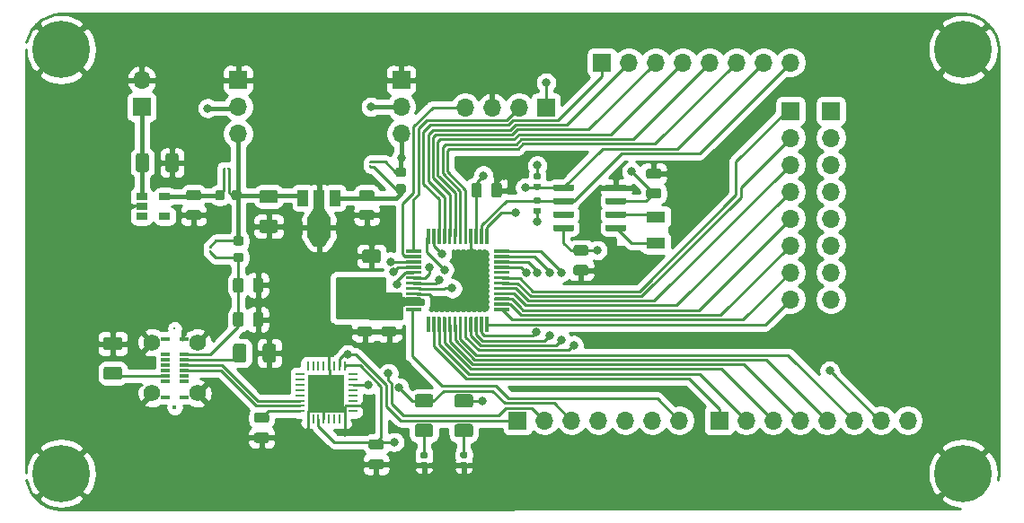
<source format=gtl>
G04 #@! TF.GenerationSoftware,KiCad,Pcbnew,(5.1.5)-3*
G04 #@! TF.CreationDate,2021-09-22T00:57:08-07:00*
G04 #@! TF.ProjectId,control_board,636f6e74-726f-46c5-9f62-6f6172642e6b,rev?*
G04 #@! TF.SameCoordinates,Original*
G04 #@! TF.FileFunction,Copper,L1,Top*
G04 #@! TF.FilePolarity,Positive*
%FSLAX46Y46*%
G04 Gerber Fmt 4.6, Leading zero omitted, Abs format (unit mm)*
G04 Created by KiCad (PCBNEW (5.1.5)-3) date 2021-09-22 00:57:08*
%MOMM*%
%LPD*%
G04 APERTURE LIST*
%ADD10C,0.100000*%
%ADD11C,5.400000*%
%ADD12O,1.700000X1.700000*%
%ADD13R,1.700000X1.700000*%
%ADD14R,0.260000X0.200000*%
%ADD15R,1.800000X1.000000*%
%ADD16R,1.060000X0.650000*%
%ADD17R,0.850000X0.280000*%
%ADD18R,0.280000X0.850000*%
%ADD19C,0.200000*%
%ADD20R,3.450000X3.450000*%
%ADD21C,1.560000*%
%ADD22C,0.445000*%
%ADD23C,0.260000*%
%ADD24R,0.870000X0.300000*%
%ADD25R,0.200000X0.260000*%
%ADD26R,2.200000X1.840000*%
%ADD27R,1.000000X1.500000*%
%ADD28R,1.000000X1.800000*%
%ADD29C,0.800000*%
%ADD30C,0.250000*%
%ADD31C,0.381000*%
%ADD32C,0.254000*%
G04 APERTURE END LIST*
G04 #@! TA.AperFunction,SMDPad,CuDef*
D10*
G36*
X46760191Y-34628573D02*
G01*
X46781426Y-34631723D01*
X46802250Y-34636939D01*
X46822462Y-34644171D01*
X46841868Y-34653350D01*
X46860281Y-34664386D01*
X46877524Y-34677174D01*
X46893430Y-34691590D01*
X46907846Y-34707496D01*
X46920634Y-34724739D01*
X46931670Y-34743152D01*
X46940849Y-34762558D01*
X46948081Y-34782770D01*
X46953297Y-34803594D01*
X46956447Y-34824829D01*
X46957500Y-34846270D01*
X46957500Y-35358770D01*
X46956447Y-35380211D01*
X46953297Y-35401446D01*
X46948081Y-35422270D01*
X46940849Y-35442482D01*
X46931670Y-35461888D01*
X46920634Y-35480301D01*
X46907846Y-35497544D01*
X46893430Y-35513450D01*
X46877524Y-35527866D01*
X46860281Y-35540654D01*
X46841868Y-35551690D01*
X46822462Y-35560869D01*
X46802250Y-35568101D01*
X46781426Y-35573317D01*
X46760191Y-35576467D01*
X46738750Y-35577520D01*
X46301250Y-35577520D01*
X46279809Y-35576467D01*
X46258574Y-35573317D01*
X46237750Y-35568101D01*
X46217538Y-35560869D01*
X46198132Y-35551690D01*
X46179719Y-35540654D01*
X46162476Y-35527866D01*
X46146570Y-35513450D01*
X46132154Y-35497544D01*
X46119366Y-35480301D01*
X46108330Y-35461888D01*
X46099151Y-35442482D01*
X46091919Y-35422270D01*
X46086703Y-35401446D01*
X46083553Y-35380211D01*
X46082500Y-35358770D01*
X46082500Y-34846270D01*
X46083553Y-34824829D01*
X46086703Y-34803594D01*
X46091919Y-34782770D01*
X46099151Y-34762558D01*
X46108330Y-34743152D01*
X46119366Y-34724739D01*
X46132154Y-34707496D01*
X46146570Y-34691590D01*
X46162476Y-34677174D01*
X46179719Y-34664386D01*
X46198132Y-34653350D01*
X46217538Y-34644171D01*
X46237750Y-34636939D01*
X46258574Y-34631723D01*
X46279809Y-34628573D01*
X46301250Y-34627520D01*
X46738750Y-34627520D01*
X46760191Y-34628573D01*
G37*
G04 #@! TD.AperFunction*
G04 #@! TA.AperFunction,SMDPad,CuDef*
G36*
X48335191Y-34628573D02*
G01*
X48356426Y-34631723D01*
X48377250Y-34636939D01*
X48397462Y-34644171D01*
X48416868Y-34653350D01*
X48435281Y-34664386D01*
X48452524Y-34677174D01*
X48468430Y-34691590D01*
X48482846Y-34707496D01*
X48495634Y-34724739D01*
X48506670Y-34743152D01*
X48515849Y-34762558D01*
X48523081Y-34782770D01*
X48528297Y-34803594D01*
X48531447Y-34824829D01*
X48532500Y-34846270D01*
X48532500Y-35358770D01*
X48531447Y-35380211D01*
X48528297Y-35401446D01*
X48523081Y-35422270D01*
X48515849Y-35442482D01*
X48506670Y-35461888D01*
X48495634Y-35480301D01*
X48482846Y-35497544D01*
X48468430Y-35513450D01*
X48452524Y-35527866D01*
X48435281Y-35540654D01*
X48416868Y-35551690D01*
X48397462Y-35560869D01*
X48377250Y-35568101D01*
X48356426Y-35573317D01*
X48335191Y-35576467D01*
X48313750Y-35577520D01*
X47876250Y-35577520D01*
X47854809Y-35576467D01*
X47833574Y-35573317D01*
X47812750Y-35568101D01*
X47792538Y-35560869D01*
X47773132Y-35551690D01*
X47754719Y-35540654D01*
X47737476Y-35527866D01*
X47721570Y-35513450D01*
X47707154Y-35497544D01*
X47694366Y-35480301D01*
X47683330Y-35461888D01*
X47674151Y-35442482D01*
X47666919Y-35422270D01*
X47661703Y-35401446D01*
X47658553Y-35380211D01*
X47657500Y-35358770D01*
X47657500Y-34846270D01*
X47658553Y-34824829D01*
X47661703Y-34803594D01*
X47666919Y-34782770D01*
X47674151Y-34762558D01*
X47683330Y-34743152D01*
X47694366Y-34724739D01*
X47707154Y-34707496D01*
X47721570Y-34691590D01*
X47737476Y-34677174D01*
X47754719Y-34664386D01*
X47773132Y-34653350D01*
X47792538Y-34644171D01*
X47812750Y-34636939D01*
X47833574Y-34631723D01*
X47854809Y-34628573D01*
X47876250Y-34627520D01*
X48313750Y-34627520D01*
X48335191Y-34628573D01*
G37*
G04 #@! TD.AperFunction*
G04 #@! TA.AperFunction,SMDPad,CuDef*
G36*
X63841191Y-34069553D02*
G01*
X63862426Y-34072703D01*
X63883250Y-34077919D01*
X63903462Y-34085151D01*
X63922868Y-34094330D01*
X63941281Y-34105366D01*
X63958524Y-34118154D01*
X63974430Y-34132570D01*
X63988846Y-34148476D01*
X64001634Y-34165719D01*
X64012670Y-34184132D01*
X64021849Y-34203538D01*
X64029081Y-34223750D01*
X64034297Y-34244574D01*
X64037447Y-34265809D01*
X64038500Y-34287250D01*
X64038500Y-34724750D01*
X64037447Y-34746191D01*
X64034297Y-34767426D01*
X64029081Y-34788250D01*
X64021849Y-34808462D01*
X64012670Y-34827868D01*
X64001634Y-34846281D01*
X63988846Y-34863524D01*
X63974430Y-34879430D01*
X63958524Y-34893846D01*
X63941281Y-34906634D01*
X63922868Y-34917670D01*
X63903462Y-34926849D01*
X63883250Y-34934081D01*
X63862426Y-34939297D01*
X63841191Y-34942447D01*
X63819750Y-34943500D01*
X63307250Y-34943500D01*
X63285809Y-34942447D01*
X63264574Y-34939297D01*
X63243750Y-34934081D01*
X63223538Y-34926849D01*
X63204132Y-34917670D01*
X63185719Y-34906634D01*
X63168476Y-34893846D01*
X63152570Y-34879430D01*
X63138154Y-34863524D01*
X63125366Y-34846281D01*
X63114330Y-34827868D01*
X63105151Y-34808462D01*
X63097919Y-34788250D01*
X63092703Y-34767426D01*
X63089553Y-34746191D01*
X63088500Y-34724750D01*
X63088500Y-34287250D01*
X63089553Y-34265809D01*
X63092703Y-34244574D01*
X63097919Y-34223750D01*
X63105151Y-34203538D01*
X63114330Y-34184132D01*
X63125366Y-34165719D01*
X63138154Y-34148476D01*
X63152570Y-34132570D01*
X63168476Y-34118154D01*
X63185719Y-34105366D01*
X63204132Y-34094330D01*
X63223538Y-34085151D01*
X63243750Y-34077919D01*
X63264574Y-34072703D01*
X63285809Y-34069553D01*
X63307250Y-34068500D01*
X63819750Y-34068500D01*
X63841191Y-34069553D01*
G37*
G04 #@! TD.AperFunction*
G04 #@! TA.AperFunction,SMDPad,CuDef*
G36*
X63841191Y-32494553D02*
G01*
X63862426Y-32497703D01*
X63883250Y-32502919D01*
X63903462Y-32510151D01*
X63922868Y-32519330D01*
X63941281Y-32530366D01*
X63958524Y-32543154D01*
X63974430Y-32557570D01*
X63988846Y-32573476D01*
X64001634Y-32590719D01*
X64012670Y-32609132D01*
X64021849Y-32628538D01*
X64029081Y-32648750D01*
X64034297Y-32669574D01*
X64037447Y-32690809D01*
X64038500Y-32712250D01*
X64038500Y-33149750D01*
X64037447Y-33171191D01*
X64034297Y-33192426D01*
X64029081Y-33213250D01*
X64021849Y-33233462D01*
X64012670Y-33252868D01*
X64001634Y-33271281D01*
X63988846Y-33288524D01*
X63974430Y-33304430D01*
X63958524Y-33318846D01*
X63941281Y-33331634D01*
X63922868Y-33342670D01*
X63903462Y-33351849D01*
X63883250Y-33359081D01*
X63862426Y-33364297D01*
X63841191Y-33367447D01*
X63819750Y-33368500D01*
X63307250Y-33368500D01*
X63285809Y-33367447D01*
X63264574Y-33364297D01*
X63243750Y-33359081D01*
X63223538Y-33351849D01*
X63204132Y-33342670D01*
X63185719Y-33331634D01*
X63168476Y-33318846D01*
X63152570Y-33304430D01*
X63138154Y-33288524D01*
X63125366Y-33271281D01*
X63114330Y-33252868D01*
X63105151Y-33233462D01*
X63097919Y-33213250D01*
X63092703Y-33192426D01*
X63089553Y-33171191D01*
X63088500Y-33149750D01*
X63088500Y-32712250D01*
X63089553Y-32690809D01*
X63092703Y-32669574D01*
X63097919Y-32648750D01*
X63105151Y-32628538D01*
X63114330Y-32609132D01*
X63125366Y-32590719D01*
X63138154Y-32573476D01*
X63152570Y-32557570D01*
X63168476Y-32543154D01*
X63185719Y-32530366D01*
X63204132Y-32519330D01*
X63223538Y-32510151D01*
X63243750Y-32502919D01*
X63264574Y-32497703D01*
X63285809Y-32494553D01*
X63307250Y-32493500D01*
X63819750Y-32493500D01*
X63841191Y-32494553D01*
G37*
G04 #@! TD.AperFunction*
G04 #@! TA.AperFunction,SMDPad,CuDef*
G36*
X48537691Y-40546553D02*
G01*
X48558926Y-40549703D01*
X48579750Y-40554919D01*
X48599962Y-40562151D01*
X48619368Y-40571330D01*
X48637781Y-40582366D01*
X48655024Y-40595154D01*
X48670930Y-40609570D01*
X48685346Y-40625476D01*
X48698134Y-40642719D01*
X48709170Y-40661132D01*
X48718349Y-40680538D01*
X48725581Y-40700750D01*
X48730797Y-40721574D01*
X48733947Y-40742809D01*
X48735000Y-40764250D01*
X48735000Y-41201750D01*
X48733947Y-41223191D01*
X48730797Y-41244426D01*
X48725581Y-41265250D01*
X48718349Y-41285462D01*
X48709170Y-41304868D01*
X48698134Y-41323281D01*
X48685346Y-41340524D01*
X48670930Y-41356430D01*
X48655024Y-41370846D01*
X48637781Y-41383634D01*
X48619368Y-41394670D01*
X48599962Y-41403849D01*
X48579750Y-41411081D01*
X48558926Y-41416297D01*
X48537691Y-41419447D01*
X48516250Y-41420500D01*
X48003750Y-41420500D01*
X47982309Y-41419447D01*
X47961074Y-41416297D01*
X47940250Y-41411081D01*
X47920038Y-41403849D01*
X47900632Y-41394670D01*
X47882219Y-41383634D01*
X47864976Y-41370846D01*
X47849070Y-41356430D01*
X47834654Y-41340524D01*
X47821866Y-41323281D01*
X47810830Y-41304868D01*
X47801651Y-41285462D01*
X47794419Y-41265250D01*
X47789203Y-41244426D01*
X47786053Y-41223191D01*
X47785000Y-41201750D01*
X47785000Y-40764250D01*
X47786053Y-40742809D01*
X47789203Y-40721574D01*
X47794419Y-40700750D01*
X47801651Y-40680538D01*
X47810830Y-40661132D01*
X47821866Y-40642719D01*
X47834654Y-40625476D01*
X47849070Y-40609570D01*
X47864976Y-40595154D01*
X47882219Y-40582366D01*
X47900632Y-40571330D01*
X47920038Y-40562151D01*
X47940250Y-40554919D01*
X47961074Y-40549703D01*
X47982309Y-40546553D01*
X48003750Y-40545500D01*
X48516250Y-40545500D01*
X48537691Y-40546553D01*
G37*
G04 #@! TD.AperFunction*
G04 #@! TA.AperFunction,SMDPad,CuDef*
G36*
X48537691Y-38971553D02*
G01*
X48558926Y-38974703D01*
X48579750Y-38979919D01*
X48599962Y-38987151D01*
X48619368Y-38996330D01*
X48637781Y-39007366D01*
X48655024Y-39020154D01*
X48670930Y-39034570D01*
X48685346Y-39050476D01*
X48698134Y-39067719D01*
X48709170Y-39086132D01*
X48718349Y-39105538D01*
X48725581Y-39125750D01*
X48730797Y-39146574D01*
X48733947Y-39167809D01*
X48735000Y-39189250D01*
X48735000Y-39626750D01*
X48733947Y-39648191D01*
X48730797Y-39669426D01*
X48725581Y-39690250D01*
X48718349Y-39710462D01*
X48709170Y-39729868D01*
X48698134Y-39748281D01*
X48685346Y-39765524D01*
X48670930Y-39781430D01*
X48655024Y-39795846D01*
X48637781Y-39808634D01*
X48619368Y-39819670D01*
X48599962Y-39828849D01*
X48579750Y-39836081D01*
X48558926Y-39841297D01*
X48537691Y-39844447D01*
X48516250Y-39845500D01*
X48003750Y-39845500D01*
X47982309Y-39844447D01*
X47961074Y-39841297D01*
X47940250Y-39836081D01*
X47920038Y-39828849D01*
X47900632Y-39819670D01*
X47882219Y-39808634D01*
X47864976Y-39795846D01*
X47849070Y-39781430D01*
X47834654Y-39765524D01*
X47821866Y-39748281D01*
X47810830Y-39729868D01*
X47801651Y-39710462D01*
X47794419Y-39690250D01*
X47789203Y-39669426D01*
X47786053Y-39648191D01*
X47785000Y-39626750D01*
X47785000Y-39189250D01*
X47786053Y-39167809D01*
X47789203Y-39146574D01*
X47794419Y-39125750D01*
X47801651Y-39105538D01*
X47810830Y-39086132D01*
X47821866Y-39067719D01*
X47834654Y-39050476D01*
X47849070Y-39034570D01*
X47864976Y-39020154D01*
X47882219Y-39007366D01*
X47900632Y-38996330D01*
X47920038Y-38987151D01*
X47940250Y-38979919D01*
X47961074Y-38974703D01*
X47982309Y-38971553D01*
X48003750Y-38970500D01*
X48516250Y-38970500D01*
X48537691Y-38971553D01*
G37*
G04 #@! TD.AperFunction*
D11*
X31568520Y-61357520D03*
X31568520Y-21357520D03*
X116568520Y-61357520D03*
X116568520Y-21357520D03*
D12*
X100299520Y-44927520D03*
X100299520Y-42387520D03*
X100299520Y-39847520D03*
X100299520Y-37307520D03*
X100299520Y-34767520D03*
X100299520Y-32227520D03*
X100299520Y-29687520D03*
D13*
X100299520Y-27147520D03*
G04 #@! TA.AperFunction,SMDPad,CuDef*
D10*
G36*
X66262871Y-38249881D02*
G01*
X66270152Y-38250961D01*
X66277291Y-38252749D01*
X66284221Y-38255229D01*
X66290875Y-38258376D01*
X66297188Y-38262160D01*
X66303099Y-38266544D01*
X66308553Y-38271487D01*
X66313496Y-38276941D01*
X66317880Y-38282852D01*
X66321664Y-38289165D01*
X66324811Y-38295819D01*
X66327291Y-38302749D01*
X66329079Y-38309888D01*
X66330159Y-38317169D01*
X66330520Y-38324520D01*
X66330520Y-39649520D01*
X66330159Y-39656871D01*
X66329079Y-39664152D01*
X66327291Y-39671291D01*
X66324811Y-39678221D01*
X66321664Y-39684875D01*
X66317880Y-39691188D01*
X66313496Y-39697099D01*
X66308553Y-39702553D01*
X66303099Y-39707496D01*
X66297188Y-39711880D01*
X66290875Y-39715664D01*
X66284221Y-39718811D01*
X66277291Y-39721291D01*
X66270152Y-39723079D01*
X66262871Y-39724159D01*
X66255520Y-39724520D01*
X66105520Y-39724520D01*
X66098169Y-39724159D01*
X66090888Y-39723079D01*
X66083749Y-39721291D01*
X66076819Y-39718811D01*
X66070165Y-39715664D01*
X66063852Y-39711880D01*
X66057941Y-39707496D01*
X66052487Y-39702553D01*
X66047544Y-39697099D01*
X66043160Y-39691188D01*
X66039376Y-39684875D01*
X66036229Y-39678221D01*
X66033749Y-39671291D01*
X66031961Y-39664152D01*
X66030881Y-39656871D01*
X66030520Y-39649520D01*
X66030520Y-38324520D01*
X66030881Y-38317169D01*
X66031961Y-38309888D01*
X66033749Y-38302749D01*
X66036229Y-38295819D01*
X66039376Y-38289165D01*
X66043160Y-38282852D01*
X66047544Y-38276941D01*
X66052487Y-38271487D01*
X66057941Y-38266544D01*
X66063852Y-38262160D01*
X66070165Y-38258376D01*
X66076819Y-38255229D01*
X66083749Y-38252749D01*
X66090888Y-38250961D01*
X66098169Y-38249881D01*
X66105520Y-38249520D01*
X66255520Y-38249520D01*
X66262871Y-38249881D01*
G37*
G04 #@! TD.AperFunction*
G04 #@! TA.AperFunction,SMDPad,CuDef*
G36*
X66762871Y-38249881D02*
G01*
X66770152Y-38250961D01*
X66777291Y-38252749D01*
X66784221Y-38255229D01*
X66790875Y-38258376D01*
X66797188Y-38262160D01*
X66803099Y-38266544D01*
X66808553Y-38271487D01*
X66813496Y-38276941D01*
X66817880Y-38282852D01*
X66821664Y-38289165D01*
X66824811Y-38295819D01*
X66827291Y-38302749D01*
X66829079Y-38309888D01*
X66830159Y-38317169D01*
X66830520Y-38324520D01*
X66830520Y-39649520D01*
X66830159Y-39656871D01*
X66829079Y-39664152D01*
X66827291Y-39671291D01*
X66824811Y-39678221D01*
X66821664Y-39684875D01*
X66817880Y-39691188D01*
X66813496Y-39697099D01*
X66808553Y-39702553D01*
X66803099Y-39707496D01*
X66797188Y-39711880D01*
X66790875Y-39715664D01*
X66784221Y-39718811D01*
X66777291Y-39721291D01*
X66770152Y-39723079D01*
X66762871Y-39724159D01*
X66755520Y-39724520D01*
X66605520Y-39724520D01*
X66598169Y-39724159D01*
X66590888Y-39723079D01*
X66583749Y-39721291D01*
X66576819Y-39718811D01*
X66570165Y-39715664D01*
X66563852Y-39711880D01*
X66557941Y-39707496D01*
X66552487Y-39702553D01*
X66547544Y-39697099D01*
X66543160Y-39691188D01*
X66539376Y-39684875D01*
X66536229Y-39678221D01*
X66533749Y-39671291D01*
X66531961Y-39664152D01*
X66530881Y-39656871D01*
X66530520Y-39649520D01*
X66530520Y-38324520D01*
X66530881Y-38317169D01*
X66531961Y-38309888D01*
X66533749Y-38302749D01*
X66536229Y-38295819D01*
X66539376Y-38289165D01*
X66543160Y-38282852D01*
X66547544Y-38276941D01*
X66552487Y-38271487D01*
X66557941Y-38266544D01*
X66563852Y-38262160D01*
X66570165Y-38258376D01*
X66576819Y-38255229D01*
X66583749Y-38252749D01*
X66590888Y-38250961D01*
X66598169Y-38249881D01*
X66605520Y-38249520D01*
X66755520Y-38249520D01*
X66762871Y-38249881D01*
G37*
G04 #@! TD.AperFunction*
G04 #@! TA.AperFunction,SMDPad,CuDef*
G36*
X67262871Y-38249881D02*
G01*
X67270152Y-38250961D01*
X67277291Y-38252749D01*
X67284221Y-38255229D01*
X67290875Y-38258376D01*
X67297188Y-38262160D01*
X67303099Y-38266544D01*
X67308553Y-38271487D01*
X67313496Y-38276941D01*
X67317880Y-38282852D01*
X67321664Y-38289165D01*
X67324811Y-38295819D01*
X67327291Y-38302749D01*
X67329079Y-38309888D01*
X67330159Y-38317169D01*
X67330520Y-38324520D01*
X67330520Y-39649520D01*
X67330159Y-39656871D01*
X67329079Y-39664152D01*
X67327291Y-39671291D01*
X67324811Y-39678221D01*
X67321664Y-39684875D01*
X67317880Y-39691188D01*
X67313496Y-39697099D01*
X67308553Y-39702553D01*
X67303099Y-39707496D01*
X67297188Y-39711880D01*
X67290875Y-39715664D01*
X67284221Y-39718811D01*
X67277291Y-39721291D01*
X67270152Y-39723079D01*
X67262871Y-39724159D01*
X67255520Y-39724520D01*
X67105520Y-39724520D01*
X67098169Y-39724159D01*
X67090888Y-39723079D01*
X67083749Y-39721291D01*
X67076819Y-39718811D01*
X67070165Y-39715664D01*
X67063852Y-39711880D01*
X67057941Y-39707496D01*
X67052487Y-39702553D01*
X67047544Y-39697099D01*
X67043160Y-39691188D01*
X67039376Y-39684875D01*
X67036229Y-39678221D01*
X67033749Y-39671291D01*
X67031961Y-39664152D01*
X67030881Y-39656871D01*
X67030520Y-39649520D01*
X67030520Y-38324520D01*
X67030881Y-38317169D01*
X67031961Y-38309888D01*
X67033749Y-38302749D01*
X67036229Y-38295819D01*
X67039376Y-38289165D01*
X67043160Y-38282852D01*
X67047544Y-38276941D01*
X67052487Y-38271487D01*
X67057941Y-38266544D01*
X67063852Y-38262160D01*
X67070165Y-38258376D01*
X67076819Y-38255229D01*
X67083749Y-38252749D01*
X67090888Y-38250961D01*
X67098169Y-38249881D01*
X67105520Y-38249520D01*
X67255520Y-38249520D01*
X67262871Y-38249881D01*
G37*
G04 #@! TD.AperFunction*
G04 #@! TA.AperFunction,SMDPad,CuDef*
G36*
X67762871Y-38249881D02*
G01*
X67770152Y-38250961D01*
X67777291Y-38252749D01*
X67784221Y-38255229D01*
X67790875Y-38258376D01*
X67797188Y-38262160D01*
X67803099Y-38266544D01*
X67808553Y-38271487D01*
X67813496Y-38276941D01*
X67817880Y-38282852D01*
X67821664Y-38289165D01*
X67824811Y-38295819D01*
X67827291Y-38302749D01*
X67829079Y-38309888D01*
X67830159Y-38317169D01*
X67830520Y-38324520D01*
X67830520Y-39649520D01*
X67830159Y-39656871D01*
X67829079Y-39664152D01*
X67827291Y-39671291D01*
X67824811Y-39678221D01*
X67821664Y-39684875D01*
X67817880Y-39691188D01*
X67813496Y-39697099D01*
X67808553Y-39702553D01*
X67803099Y-39707496D01*
X67797188Y-39711880D01*
X67790875Y-39715664D01*
X67784221Y-39718811D01*
X67777291Y-39721291D01*
X67770152Y-39723079D01*
X67762871Y-39724159D01*
X67755520Y-39724520D01*
X67605520Y-39724520D01*
X67598169Y-39724159D01*
X67590888Y-39723079D01*
X67583749Y-39721291D01*
X67576819Y-39718811D01*
X67570165Y-39715664D01*
X67563852Y-39711880D01*
X67557941Y-39707496D01*
X67552487Y-39702553D01*
X67547544Y-39697099D01*
X67543160Y-39691188D01*
X67539376Y-39684875D01*
X67536229Y-39678221D01*
X67533749Y-39671291D01*
X67531961Y-39664152D01*
X67530881Y-39656871D01*
X67530520Y-39649520D01*
X67530520Y-38324520D01*
X67530881Y-38317169D01*
X67531961Y-38309888D01*
X67533749Y-38302749D01*
X67536229Y-38295819D01*
X67539376Y-38289165D01*
X67543160Y-38282852D01*
X67547544Y-38276941D01*
X67552487Y-38271487D01*
X67557941Y-38266544D01*
X67563852Y-38262160D01*
X67570165Y-38258376D01*
X67576819Y-38255229D01*
X67583749Y-38252749D01*
X67590888Y-38250961D01*
X67598169Y-38249881D01*
X67605520Y-38249520D01*
X67755520Y-38249520D01*
X67762871Y-38249881D01*
G37*
G04 #@! TD.AperFunction*
G04 #@! TA.AperFunction,SMDPad,CuDef*
G36*
X68262871Y-38249881D02*
G01*
X68270152Y-38250961D01*
X68277291Y-38252749D01*
X68284221Y-38255229D01*
X68290875Y-38258376D01*
X68297188Y-38262160D01*
X68303099Y-38266544D01*
X68308553Y-38271487D01*
X68313496Y-38276941D01*
X68317880Y-38282852D01*
X68321664Y-38289165D01*
X68324811Y-38295819D01*
X68327291Y-38302749D01*
X68329079Y-38309888D01*
X68330159Y-38317169D01*
X68330520Y-38324520D01*
X68330520Y-39649520D01*
X68330159Y-39656871D01*
X68329079Y-39664152D01*
X68327291Y-39671291D01*
X68324811Y-39678221D01*
X68321664Y-39684875D01*
X68317880Y-39691188D01*
X68313496Y-39697099D01*
X68308553Y-39702553D01*
X68303099Y-39707496D01*
X68297188Y-39711880D01*
X68290875Y-39715664D01*
X68284221Y-39718811D01*
X68277291Y-39721291D01*
X68270152Y-39723079D01*
X68262871Y-39724159D01*
X68255520Y-39724520D01*
X68105520Y-39724520D01*
X68098169Y-39724159D01*
X68090888Y-39723079D01*
X68083749Y-39721291D01*
X68076819Y-39718811D01*
X68070165Y-39715664D01*
X68063852Y-39711880D01*
X68057941Y-39707496D01*
X68052487Y-39702553D01*
X68047544Y-39697099D01*
X68043160Y-39691188D01*
X68039376Y-39684875D01*
X68036229Y-39678221D01*
X68033749Y-39671291D01*
X68031961Y-39664152D01*
X68030881Y-39656871D01*
X68030520Y-39649520D01*
X68030520Y-38324520D01*
X68030881Y-38317169D01*
X68031961Y-38309888D01*
X68033749Y-38302749D01*
X68036229Y-38295819D01*
X68039376Y-38289165D01*
X68043160Y-38282852D01*
X68047544Y-38276941D01*
X68052487Y-38271487D01*
X68057941Y-38266544D01*
X68063852Y-38262160D01*
X68070165Y-38258376D01*
X68076819Y-38255229D01*
X68083749Y-38252749D01*
X68090888Y-38250961D01*
X68098169Y-38249881D01*
X68105520Y-38249520D01*
X68255520Y-38249520D01*
X68262871Y-38249881D01*
G37*
G04 #@! TD.AperFunction*
G04 #@! TA.AperFunction,SMDPad,CuDef*
G36*
X68762871Y-38249881D02*
G01*
X68770152Y-38250961D01*
X68777291Y-38252749D01*
X68784221Y-38255229D01*
X68790875Y-38258376D01*
X68797188Y-38262160D01*
X68803099Y-38266544D01*
X68808553Y-38271487D01*
X68813496Y-38276941D01*
X68817880Y-38282852D01*
X68821664Y-38289165D01*
X68824811Y-38295819D01*
X68827291Y-38302749D01*
X68829079Y-38309888D01*
X68830159Y-38317169D01*
X68830520Y-38324520D01*
X68830520Y-39649520D01*
X68830159Y-39656871D01*
X68829079Y-39664152D01*
X68827291Y-39671291D01*
X68824811Y-39678221D01*
X68821664Y-39684875D01*
X68817880Y-39691188D01*
X68813496Y-39697099D01*
X68808553Y-39702553D01*
X68803099Y-39707496D01*
X68797188Y-39711880D01*
X68790875Y-39715664D01*
X68784221Y-39718811D01*
X68777291Y-39721291D01*
X68770152Y-39723079D01*
X68762871Y-39724159D01*
X68755520Y-39724520D01*
X68605520Y-39724520D01*
X68598169Y-39724159D01*
X68590888Y-39723079D01*
X68583749Y-39721291D01*
X68576819Y-39718811D01*
X68570165Y-39715664D01*
X68563852Y-39711880D01*
X68557941Y-39707496D01*
X68552487Y-39702553D01*
X68547544Y-39697099D01*
X68543160Y-39691188D01*
X68539376Y-39684875D01*
X68536229Y-39678221D01*
X68533749Y-39671291D01*
X68531961Y-39664152D01*
X68530881Y-39656871D01*
X68530520Y-39649520D01*
X68530520Y-38324520D01*
X68530881Y-38317169D01*
X68531961Y-38309888D01*
X68533749Y-38302749D01*
X68536229Y-38295819D01*
X68539376Y-38289165D01*
X68543160Y-38282852D01*
X68547544Y-38276941D01*
X68552487Y-38271487D01*
X68557941Y-38266544D01*
X68563852Y-38262160D01*
X68570165Y-38258376D01*
X68576819Y-38255229D01*
X68583749Y-38252749D01*
X68590888Y-38250961D01*
X68598169Y-38249881D01*
X68605520Y-38249520D01*
X68755520Y-38249520D01*
X68762871Y-38249881D01*
G37*
G04 #@! TD.AperFunction*
G04 #@! TA.AperFunction,SMDPad,CuDef*
G36*
X69262871Y-38249881D02*
G01*
X69270152Y-38250961D01*
X69277291Y-38252749D01*
X69284221Y-38255229D01*
X69290875Y-38258376D01*
X69297188Y-38262160D01*
X69303099Y-38266544D01*
X69308553Y-38271487D01*
X69313496Y-38276941D01*
X69317880Y-38282852D01*
X69321664Y-38289165D01*
X69324811Y-38295819D01*
X69327291Y-38302749D01*
X69329079Y-38309888D01*
X69330159Y-38317169D01*
X69330520Y-38324520D01*
X69330520Y-39649520D01*
X69330159Y-39656871D01*
X69329079Y-39664152D01*
X69327291Y-39671291D01*
X69324811Y-39678221D01*
X69321664Y-39684875D01*
X69317880Y-39691188D01*
X69313496Y-39697099D01*
X69308553Y-39702553D01*
X69303099Y-39707496D01*
X69297188Y-39711880D01*
X69290875Y-39715664D01*
X69284221Y-39718811D01*
X69277291Y-39721291D01*
X69270152Y-39723079D01*
X69262871Y-39724159D01*
X69255520Y-39724520D01*
X69105520Y-39724520D01*
X69098169Y-39724159D01*
X69090888Y-39723079D01*
X69083749Y-39721291D01*
X69076819Y-39718811D01*
X69070165Y-39715664D01*
X69063852Y-39711880D01*
X69057941Y-39707496D01*
X69052487Y-39702553D01*
X69047544Y-39697099D01*
X69043160Y-39691188D01*
X69039376Y-39684875D01*
X69036229Y-39678221D01*
X69033749Y-39671291D01*
X69031961Y-39664152D01*
X69030881Y-39656871D01*
X69030520Y-39649520D01*
X69030520Y-38324520D01*
X69030881Y-38317169D01*
X69031961Y-38309888D01*
X69033749Y-38302749D01*
X69036229Y-38295819D01*
X69039376Y-38289165D01*
X69043160Y-38282852D01*
X69047544Y-38276941D01*
X69052487Y-38271487D01*
X69057941Y-38266544D01*
X69063852Y-38262160D01*
X69070165Y-38258376D01*
X69076819Y-38255229D01*
X69083749Y-38252749D01*
X69090888Y-38250961D01*
X69098169Y-38249881D01*
X69105520Y-38249520D01*
X69255520Y-38249520D01*
X69262871Y-38249881D01*
G37*
G04 #@! TD.AperFunction*
G04 #@! TA.AperFunction,SMDPad,CuDef*
G36*
X69762871Y-38249881D02*
G01*
X69770152Y-38250961D01*
X69777291Y-38252749D01*
X69784221Y-38255229D01*
X69790875Y-38258376D01*
X69797188Y-38262160D01*
X69803099Y-38266544D01*
X69808553Y-38271487D01*
X69813496Y-38276941D01*
X69817880Y-38282852D01*
X69821664Y-38289165D01*
X69824811Y-38295819D01*
X69827291Y-38302749D01*
X69829079Y-38309888D01*
X69830159Y-38317169D01*
X69830520Y-38324520D01*
X69830520Y-39649520D01*
X69830159Y-39656871D01*
X69829079Y-39664152D01*
X69827291Y-39671291D01*
X69824811Y-39678221D01*
X69821664Y-39684875D01*
X69817880Y-39691188D01*
X69813496Y-39697099D01*
X69808553Y-39702553D01*
X69803099Y-39707496D01*
X69797188Y-39711880D01*
X69790875Y-39715664D01*
X69784221Y-39718811D01*
X69777291Y-39721291D01*
X69770152Y-39723079D01*
X69762871Y-39724159D01*
X69755520Y-39724520D01*
X69605520Y-39724520D01*
X69598169Y-39724159D01*
X69590888Y-39723079D01*
X69583749Y-39721291D01*
X69576819Y-39718811D01*
X69570165Y-39715664D01*
X69563852Y-39711880D01*
X69557941Y-39707496D01*
X69552487Y-39702553D01*
X69547544Y-39697099D01*
X69543160Y-39691188D01*
X69539376Y-39684875D01*
X69536229Y-39678221D01*
X69533749Y-39671291D01*
X69531961Y-39664152D01*
X69530881Y-39656871D01*
X69530520Y-39649520D01*
X69530520Y-38324520D01*
X69530881Y-38317169D01*
X69531961Y-38309888D01*
X69533749Y-38302749D01*
X69536229Y-38295819D01*
X69539376Y-38289165D01*
X69543160Y-38282852D01*
X69547544Y-38276941D01*
X69552487Y-38271487D01*
X69557941Y-38266544D01*
X69563852Y-38262160D01*
X69570165Y-38258376D01*
X69576819Y-38255229D01*
X69583749Y-38252749D01*
X69590888Y-38250961D01*
X69598169Y-38249881D01*
X69605520Y-38249520D01*
X69755520Y-38249520D01*
X69762871Y-38249881D01*
G37*
G04 #@! TD.AperFunction*
G04 #@! TA.AperFunction,SMDPad,CuDef*
G36*
X70262871Y-38249881D02*
G01*
X70270152Y-38250961D01*
X70277291Y-38252749D01*
X70284221Y-38255229D01*
X70290875Y-38258376D01*
X70297188Y-38262160D01*
X70303099Y-38266544D01*
X70308553Y-38271487D01*
X70313496Y-38276941D01*
X70317880Y-38282852D01*
X70321664Y-38289165D01*
X70324811Y-38295819D01*
X70327291Y-38302749D01*
X70329079Y-38309888D01*
X70330159Y-38317169D01*
X70330520Y-38324520D01*
X70330520Y-39649520D01*
X70330159Y-39656871D01*
X70329079Y-39664152D01*
X70327291Y-39671291D01*
X70324811Y-39678221D01*
X70321664Y-39684875D01*
X70317880Y-39691188D01*
X70313496Y-39697099D01*
X70308553Y-39702553D01*
X70303099Y-39707496D01*
X70297188Y-39711880D01*
X70290875Y-39715664D01*
X70284221Y-39718811D01*
X70277291Y-39721291D01*
X70270152Y-39723079D01*
X70262871Y-39724159D01*
X70255520Y-39724520D01*
X70105520Y-39724520D01*
X70098169Y-39724159D01*
X70090888Y-39723079D01*
X70083749Y-39721291D01*
X70076819Y-39718811D01*
X70070165Y-39715664D01*
X70063852Y-39711880D01*
X70057941Y-39707496D01*
X70052487Y-39702553D01*
X70047544Y-39697099D01*
X70043160Y-39691188D01*
X70039376Y-39684875D01*
X70036229Y-39678221D01*
X70033749Y-39671291D01*
X70031961Y-39664152D01*
X70030881Y-39656871D01*
X70030520Y-39649520D01*
X70030520Y-38324520D01*
X70030881Y-38317169D01*
X70031961Y-38309888D01*
X70033749Y-38302749D01*
X70036229Y-38295819D01*
X70039376Y-38289165D01*
X70043160Y-38282852D01*
X70047544Y-38276941D01*
X70052487Y-38271487D01*
X70057941Y-38266544D01*
X70063852Y-38262160D01*
X70070165Y-38258376D01*
X70076819Y-38255229D01*
X70083749Y-38252749D01*
X70090888Y-38250961D01*
X70098169Y-38249881D01*
X70105520Y-38249520D01*
X70255520Y-38249520D01*
X70262871Y-38249881D01*
G37*
G04 #@! TD.AperFunction*
G04 #@! TA.AperFunction,SMDPad,CuDef*
G36*
X70762871Y-38249881D02*
G01*
X70770152Y-38250961D01*
X70777291Y-38252749D01*
X70784221Y-38255229D01*
X70790875Y-38258376D01*
X70797188Y-38262160D01*
X70803099Y-38266544D01*
X70808553Y-38271487D01*
X70813496Y-38276941D01*
X70817880Y-38282852D01*
X70821664Y-38289165D01*
X70824811Y-38295819D01*
X70827291Y-38302749D01*
X70829079Y-38309888D01*
X70830159Y-38317169D01*
X70830520Y-38324520D01*
X70830520Y-39649520D01*
X70830159Y-39656871D01*
X70829079Y-39664152D01*
X70827291Y-39671291D01*
X70824811Y-39678221D01*
X70821664Y-39684875D01*
X70817880Y-39691188D01*
X70813496Y-39697099D01*
X70808553Y-39702553D01*
X70803099Y-39707496D01*
X70797188Y-39711880D01*
X70790875Y-39715664D01*
X70784221Y-39718811D01*
X70777291Y-39721291D01*
X70770152Y-39723079D01*
X70762871Y-39724159D01*
X70755520Y-39724520D01*
X70605520Y-39724520D01*
X70598169Y-39724159D01*
X70590888Y-39723079D01*
X70583749Y-39721291D01*
X70576819Y-39718811D01*
X70570165Y-39715664D01*
X70563852Y-39711880D01*
X70557941Y-39707496D01*
X70552487Y-39702553D01*
X70547544Y-39697099D01*
X70543160Y-39691188D01*
X70539376Y-39684875D01*
X70536229Y-39678221D01*
X70533749Y-39671291D01*
X70531961Y-39664152D01*
X70530881Y-39656871D01*
X70530520Y-39649520D01*
X70530520Y-38324520D01*
X70530881Y-38317169D01*
X70531961Y-38309888D01*
X70533749Y-38302749D01*
X70536229Y-38295819D01*
X70539376Y-38289165D01*
X70543160Y-38282852D01*
X70547544Y-38276941D01*
X70552487Y-38271487D01*
X70557941Y-38266544D01*
X70563852Y-38262160D01*
X70570165Y-38258376D01*
X70576819Y-38255229D01*
X70583749Y-38252749D01*
X70590888Y-38250961D01*
X70598169Y-38249881D01*
X70605520Y-38249520D01*
X70755520Y-38249520D01*
X70762871Y-38249881D01*
G37*
G04 #@! TD.AperFunction*
G04 #@! TA.AperFunction,SMDPad,CuDef*
G36*
X71262871Y-38249881D02*
G01*
X71270152Y-38250961D01*
X71277291Y-38252749D01*
X71284221Y-38255229D01*
X71290875Y-38258376D01*
X71297188Y-38262160D01*
X71303099Y-38266544D01*
X71308553Y-38271487D01*
X71313496Y-38276941D01*
X71317880Y-38282852D01*
X71321664Y-38289165D01*
X71324811Y-38295819D01*
X71327291Y-38302749D01*
X71329079Y-38309888D01*
X71330159Y-38317169D01*
X71330520Y-38324520D01*
X71330520Y-39649520D01*
X71330159Y-39656871D01*
X71329079Y-39664152D01*
X71327291Y-39671291D01*
X71324811Y-39678221D01*
X71321664Y-39684875D01*
X71317880Y-39691188D01*
X71313496Y-39697099D01*
X71308553Y-39702553D01*
X71303099Y-39707496D01*
X71297188Y-39711880D01*
X71290875Y-39715664D01*
X71284221Y-39718811D01*
X71277291Y-39721291D01*
X71270152Y-39723079D01*
X71262871Y-39724159D01*
X71255520Y-39724520D01*
X71105520Y-39724520D01*
X71098169Y-39724159D01*
X71090888Y-39723079D01*
X71083749Y-39721291D01*
X71076819Y-39718811D01*
X71070165Y-39715664D01*
X71063852Y-39711880D01*
X71057941Y-39707496D01*
X71052487Y-39702553D01*
X71047544Y-39697099D01*
X71043160Y-39691188D01*
X71039376Y-39684875D01*
X71036229Y-39678221D01*
X71033749Y-39671291D01*
X71031961Y-39664152D01*
X71030881Y-39656871D01*
X71030520Y-39649520D01*
X71030520Y-38324520D01*
X71030881Y-38317169D01*
X71031961Y-38309888D01*
X71033749Y-38302749D01*
X71036229Y-38295819D01*
X71039376Y-38289165D01*
X71043160Y-38282852D01*
X71047544Y-38276941D01*
X71052487Y-38271487D01*
X71057941Y-38266544D01*
X71063852Y-38262160D01*
X71070165Y-38258376D01*
X71076819Y-38255229D01*
X71083749Y-38252749D01*
X71090888Y-38250961D01*
X71098169Y-38249881D01*
X71105520Y-38249520D01*
X71255520Y-38249520D01*
X71262871Y-38249881D01*
G37*
G04 #@! TD.AperFunction*
G04 #@! TA.AperFunction,SMDPad,CuDef*
G36*
X71762871Y-38249881D02*
G01*
X71770152Y-38250961D01*
X71777291Y-38252749D01*
X71784221Y-38255229D01*
X71790875Y-38258376D01*
X71797188Y-38262160D01*
X71803099Y-38266544D01*
X71808553Y-38271487D01*
X71813496Y-38276941D01*
X71817880Y-38282852D01*
X71821664Y-38289165D01*
X71824811Y-38295819D01*
X71827291Y-38302749D01*
X71829079Y-38309888D01*
X71830159Y-38317169D01*
X71830520Y-38324520D01*
X71830520Y-39649520D01*
X71830159Y-39656871D01*
X71829079Y-39664152D01*
X71827291Y-39671291D01*
X71824811Y-39678221D01*
X71821664Y-39684875D01*
X71817880Y-39691188D01*
X71813496Y-39697099D01*
X71808553Y-39702553D01*
X71803099Y-39707496D01*
X71797188Y-39711880D01*
X71790875Y-39715664D01*
X71784221Y-39718811D01*
X71777291Y-39721291D01*
X71770152Y-39723079D01*
X71762871Y-39724159D01*
X71755520Y-39724520D01*
X71605520Y-39724520D01*
X71598169Y-39724159D01*
X71590888Y-39723079D01*
X71583749Y-39721291D01*
X71576819Y-39718811D01*
X71570165Y-39715664D01*
X71563852Y-39711880D01*
X71557941Y-39707496D01*
X71552487Y-39702553D01*
X71547544Y-39697099D01*
X71543160Y-39691188D01*
X71539376Y-39684875D01*
X71536229Y-39678221D01*
X71533749Y-39671291D01*
X71531961Y-39664152D01*
X71530881Y-39656871D01*
X71530520Y-39649520D01*
X71530520Y-38324520D01*
X71530881Y-38317169D01*
X71531961Y-38309888D01*
X71533749Y-38302749D01*
X71536229Y-38295819D01*
X71539376Y-38289165D01*
X71543160Y-38282852D01*
X71547544Y-38276941D01*
X71552487Y-38271487D01*
X71557941Y-38266544D01*
X71563852Y-38262160D01*
X71570165Y-38258376D01*
X71576819Y-38255229D01*
X71583749Y-38252749D01*
X71590888Y-38250961D01*
X71598169Y-38249881D01*
X71605520Y-38249520D01*
X71755520Y-38249520D01*
X71762871Y-38249881D01*
G37*
G04 #@! TD.AperFunction*
G04 #@! TA.AperFunction,SMDPad,CuDef*
G36*
X73762871Y-40249881D02*
G01*
X73770152Y-40250961D01*
X73777291Y-40252749D01*
X73784221Y-40255229D01*
X73790875Y-40258376D01*
X73797188Y-40262160D01*
X73803099Y-40266544D01*
X73808553Y-40271487D01*
X73813496Y-40276941D01*
X73817880Y-40282852D01*
X73821664Y-40289165D01*
X73824811Y-40295819D01*
X73827291Y-40302749D01*
X73829079Y-40309888D01*
X73830159Y-40317169D01*
X73830520Y-40324520D01*
X73830520Y-40474520D01*
X73830159Y-40481871D01*
X73829079Y-40489152D01*
X73827291Y-40496291D01*
X73824811Y-40503221D01*
X73821664Y-40509875D01*
X73817880Y-40516188D01*
X73813496Y-40522099D01*
X73808553Y-40527553D01*
X73803099Y-40532496D01*
X73797188Y-40536880D01*
X73790875Y-40540664D01*
X73784221Y-40543811D01*
X73777291Y-40546291D01*
X73770152Y-40548079D01*
X73762871Y-40549159D01*
X73755520Y-40549520D01*
X72430520Y-40549520D01*
X72423169Y-40549159D01*
X72415888Y-40548079D01*
X72408749Y-40546291D01*
X72401819Y-40543811D01*
X72395165Y-40540664D01*
X72388852Y-40536880D01*
X72382941Y-40532496D01*
X72377487Y-40527553D01*
X72372544Y-40522099D01*
X72368160Y-40516188D01*
X72364376Y-40509875D01*
X72361229Y-40503221D01*
X72358749Y-40496291D01*
X72356961Y-40489152D01*
X72355881Y-40481871D01*
X72355520Y-40474520D01*
X72355520Y-40324520D01*
X72355881Y-40317169D01*
X72356961Y-40309888D01*
X72358749Y-40302749D01*
X72361229Y-40295819D01*
X72364376Y-40289165D01*
X72368160Y-40282852D01*
X72372544Y-40276941D01*
X72377487Y-40271487D01*
X72382941Y-40266544D01*
X72388852Y-40262160D01*
X72395165Y-40258376D01*
X72401819Y-40255229D01*
X72408749Y-40252749D01*
X72415888Y-40250961D01*
X72423169Y-40249881D01*
X72430520Y-40249520D01*
X73755520Y-40249520D01*
X73762871Y-40249881D01*
G37*
G04 #@! TD.AperFunction*
G04 #@! TA.AperFunction,SMDPad,CuDef*
G36*
X73762871Y-40749881D02*
G01*
X73770152Y-40750961D01*
X73777291Y-40752749D01*
X73784221Y-40755229D01*
X73790875Y-40758376D01*
X73797188Y-40762160D01*
X73803099Y-40766544D01*
X73808553Y-40771487D01*
X73813496Y-40776941D01*
X73817880Y-40782852D01*
X73821664Y-40789165D01*
X73824811Y-40795819D01*
X73827291Y-40802749D01*
X73829079Y-40809888D01*
X73830159Y-40817169D01*
X73830520Y-40824520D01*
X73830520Y-40974520D01*
X73830159Y-40981871D01*
X73829079Y-40989152D01*
X73827291Y-40996291D01*
X73824811Y-41003221D01*
X73821664Y-41009875D01*
X73817880Y-41016188D01*
X73813496Y-41022099D01*
X73808553Y-41027553D01*
X73803099Y-41032496D01*
X73797188Y-41036880D01*
X73790875Y-41040664D01*
X73784221Y-41043811D01*
X73777291Y-41046291D01*
X73770152Y-41048079D01*
X73762871Y-41049159D01*
X73755520Y-41049520D01*
X72430520Y-41049520D01*
X72423169Y-41049159D01*
X72415888Y-41048079D01*
X72408749Y-41046291D01*
X72401819Y-41043811D01*
X72395165Y-41040664D01*
X72388852Y-41036880D01*
X72382941Y-41032496D01*
X72377487Y-41027553D01*
X72372544Y-41022099D01*
X72368160Y-41016188D01*
X72364376Y-41009875D01*
X72361229Y-41003221D01*
X72358749Y-40996291D01*
X72356961Y-40989152D01*
X72355881Y-40981871D01*
X72355520Y-40974520D01*
X72355520Y-40824520D01*
X72355881Y-40817169D01*
X72356961Y-40809888D01*
X72358749Y-40802749D01*
X72361229Y-40795819D01*
X72364376Y-40789165D01*
X72368160Y-40782852D01*
X72372544Y-40776941D01*
X72377487Y-40771487D01*
X72382941Y-40766544D01*
X72388852Y-40762160D01*
X72395165Y-40758376D01*
X72401819Y-40755229D01*
X72408749Y-40752749D01*
X72415888Y-40750961D01*
X72423169Y-40749881D01*
X72430520Y-40749520D01*
X73755520Y-40749520D01*
X73762871Y-40749881D01*
G37*
G04 #@! TD.AperFunction*
G04 #@! TA.AperFunction,SMDPad,CuDef*
G36*
X73762871Y-41249881D02*
G01*
X73770152Y-41250961D01*
X73777291Y-41252749D01*
X73784221Y-41255229D01*
X73790875Y-41258376D01*
X73797188Y-41262160D01*
X73803099Y-41266544D01*
X73808553Y-41271487D01*
X73813496Y-41276941D01*
X73817880Y-41282852D01*
X73821664Y-41289165D01*
X73824811Y-41295819D01*
X73827291Y-41302749D01*
X73829079Y-41309888D01*
X73830159Y-41317169D01*
X73830520Y-41324520D01*
X73830520Y-41474520D01*
X73830159Y-41481871D01*
X73829079Y-41489152D01*
X73827291Y-41496291D01*
X73824811Y-41503221D01*
X73821664Y-41509875D01*
X73817880Y-41516188D01*
X73813496Y-41522099D01*
X73808553Y-41527553D01*
X73803099Y-41532496D01*
X73797188Y-41536880D01*
X73790875Y-41540664D01*
X73784221Y-41543811D01*
X73777291Y-41546291D01*
X73770152Y-41548079D01*
X73762871Y-41549159D01*
X73755520Y-41549520D01*
X72430520Y-41549520D01*
X72423169Y-41549159D01*
X72415888Y-41548079D01*
X72408749Y-41546291D01*
X72401819Y-41543811D01*
X72395165Y-41540664D01*
X72388852Y-41536880D01*
X72382941Y-41532496D01*
X72377487Y-41527553D01*
X72372544Y-41522099D01*
X72368160Y-41516188D01*
X72364376Y-41509875D01*
X72361229Y-41503221D01*
X72358749Y-41496291D01*
X72356961Y-41489152D01*
X72355881Y-41481871D01*
X72355520Y-41474520D01*
X72355520Y-41324520D01*
X72355881Y-41317169D01*
X72356961Y-41309888D01*
X72358749Y-41302749D01*
X72361229Y-41295819D01*
X72364376Y-41289165D01*
X72368160Y-41282852D01*
X72372544Y-41276941D01*
X72377487Y-41271487D01*
X72382941Y-41266544D01*
X72388852Y-41262160D01*
X72395165Y-41258376D01*
X72401819Y-41255229D01*
X72408749Y-41252749D01*
X72415888Y-41250961D01*
X72423169Y-41249881D01*
X72430520Y-41249520D01*
X73755520Y-41249520D01*
X73762871Y-41249881D01*
G37*
G04 #@! TD.AperFunction*
G04 #@! TA.AperFunction,SMDPad,CuDef*
G36*
X73762871Y-41749881D02*
G01*
X73770152Y-41750961D01*
X73777291Y-41752749D01*
X73784221Y-41755229D01*
X73790875Y-41758376D01*
X73797188Y-41762160D01*
X73803099Y-41766544D01*
X73808553Y-41771487D01*
X73813496Y-41776941D01*
X73817880Y-41782852D01*
X73821664Y-41789165D01*
X73824811Y-41795819D01*
X73827291Y-41802749D01*
X73829079Y-41809888D01*
X73830159Y-41817169D01*
X73830520Y-41824520D01*
X73830520Y-41974520D01*
X73830159Y-41981871D01*
X73829079Y-41989152D01*
X73827291Y-41996291D01*
X73824811Y-42003221D01*
X73821664Y-42009875D01*
X73817880Y-42016188D01*
X73813496Y-42022099D01*
X73808553Y-42027553D01*
X73803099Y-42032496D01*
X73797188Y-42036880D01*
X73790875Y-42040664D01*
X73784221Y-42043811D01*
X73777291Y-42046291D01*
X73770152Y-42048079D01*
X73762871Y-42049159D01*
X73755520Y-42049520D01*
X72430520Y-42049520D01*
X72423169Y-42049159D01*
X72415888Y-42048079D01*
X72408749Y-42046291D01*
X72401819Y-42043811D01*
X72395165Y-42040664D01*
X72388852Y-42036880D01*
X72382941Y-42032496D01*
X72377487Y-42027553D01*
X72372544Y-42022099D01*
X72368160Y-42016188D01*
X72364376Y-42009875D01*
X72361229Y-42003221D01*
X72358749Y-41996291D01*
X72356961Y-41989152D01*
X72355881Y-41981871D01*
X72355520Y-41974520D01*
X72355520Y-41824520D01*
X72355881Y-41817169D01*
X72356961Y-41809888D01*
X72358749Y-41802749D01*
X72361229Y-41795819D01*
X72364376Y-41789165D01*
X72368160Y-41782852D01*
X72372544Y-41776941D01*
X72377487Y-41771487D01*
X72382941Y-41766544D01*
X72388852Y-41762160D01*
X72395165Y-41758376D01*
X72401819Y-41755229D01*
X72408749Y-41752749D01*
X72415888Y-41750961D01*
X72423169Y-41749881D01*
X72430520Y-41749520D01*
X73755520Y-41749520D01*
X73762871Y-41749881D01*
G37*
G04 #@! TD.AperFunction*
G04 #@! TA.AperFunction,SMDPad,CuDef*
G36*
X73762871Y-42249881D02*
G01*
X73770152Y-42250961D01*
X73777291Y-42252749D01*
X73784221Y-42255229D01*
X73790875Y-42258376D01*
X73797188Y-42262160D01*
X73803099Y-42266544D01*
X73808553Y-42271487D01*
X73813496Y-42276941D01*
X73817880Y-42282852D01*
X73821664Y-42289165D01*
X73824811Y-42295819D01*
X73827291Y-42302749D01*
X73829079Y-42309888D01*
X73830159Y-42317169D01*
X73830520Y-42324520D01*
X73830520Y-42474520D01*
X73830159Y-42481871D01*
X73829079Y-42489152D01*
X73827291Y-42496291D01*
X73824811Y-42503221D01*
X73821664Y-42509875D01*
X73817880Y-42516188D01*
X73813496Y-42522099D01*
X73808553Y-42527553D01*
X73803099Y-42532496D01*
X73797188Y-42536880D01*
X73790875Y-42540664D01*
X73784221Y-42543811D01*
X73777291Y-42546291D01*
X73770152Y-42548079D01*
X73762871Y-42549159D01*
X73755520Y-42549520D01*
X72430520Y-42549520D01*
X72423169Y-42549159D01*
X72415888Y-42548079D01*
X72408749Y-42546291D01*
X72401819Y-42543811D01*
X72395165Y-42540664D01*
X72388852Y-42536880D01*
X72382941Y-42532496D01*
X72377487Y-42527553D01*
X72372544Y-42522099D01*
X72368160Y-42516188D01*
X72364376Y-42509875D01*
X72361229Y-42503221D01*
X72358749Y-42496291D01*
X72356961Y-42489152D01*
X72355881Y-42481871D01*
X72355520Y-42474520D01*
X72355520Y-42324520D01*
X72355881Y-42317169D01*
X72356961Y-42309888D01*
X72358749Y-42302749D01*
X72361229Y-42295819D01*
X72364376Y-42289165D01*
X72368160Y-42282852D01*
X72372544Y-42276941D01*
X72377487Y-42271487D01*
X72382941Y-42266544D01*
X72388852Y-42262160D01*
X72395165Y-42258376D01*
X72401819Y-42255229D01*
X72408749Y-42252749D01*
X72415888Y-42250961D01*
X72423169Y-42249881D01*
X72430520Y-42249520D01*
X73755520Y-42249520D01*
X73762871Y-42249881D01*
G37*
G04 #@! TD.AperFunction*
G04 #@! TA.AperFunction,SMDPad,CuDef*
G36*
X73762871Y-42749881D02*
G01*
X73770152Y-42750961D01*
X73777291Y-42752749D01*
X73784221Y-42755229D01*
X73790875Y-42758376D01*
X73797188Y-42762160D01*
X73803099Y-42766544D01*
X73808553Y-42771487D01*
X73813496Y-42776941D01*
X73817880Y-42782852D01*
X73821664Y-42789165D01*
X73824811Y-42795819D01*
X73827291Y-42802749D01*
X73829079Y-42809888D01*
X73830159Y-42817169D01*
X73830520Y-42824520D01*
X73830520Y-42974520D01*
X73830159Y-42981871D01*
X73829079Y-42989152D01*
X73827291Y-42996291D01*
X73824811Y-43003221D01*
X73821664Y-43009875D01*
X73817880Y-43016188D01*
X73813496Y-43022099D01*
X73808553Y-43027553D01*
X73803099Y-43032496D01*
X73797188Y-43036880D01*
X73790875Y-43040664D01*
X73784221Y-43043811D01*
X73777291Y-43046291D01*
X73770152Y-43048079D01*
X73762871Y-43049159D01*
X73755520Y-43049520D01*
X72430520Y-43049520D01*
X72423169Y-43049159D01*
X72415888Y-43048079D01*
X72408749Y-43046291D01*
X72401819Y-43043811D01*
X72395165Y-43040664D01*
X72388852Y-43036880D01*
X72382941Y-43032496D01*
X72377487Y-43027553D01*
X72372544Y-43022099D01*
X72368160Y-43016188D01*
X72364376Y-43009875D01*
X72361229Y-43003221D01*
X72358749Y-42996291D01*
X72356961Y-42989152D01*
X72355881Y-42981871D01*
X72355520Y-42974520D01*
X72355520Y-42824520D01*
X72355881Y-42817169D01*
X72356961Y-42809888D01*
X72358749Y-42802749D01*
X72361229Y-42795819D01*
X72364376Y-42789165D01*
X72368160Y-42782852D01*
X72372544Y-42776941D01*
X72377487Y-42771487D01*
X72382941Y-42766544D01*
X72388852Y-42762160D01*
X72395165Y-42758376D01*
X72401819Y-42755229D01*
X72408749Y-42752749D01*
X72415888Y-42750961D01*
X72423169Y-42749881D01*
X72430520Y-42749520D01*
X73755520Y-42749520D01*
X73762871Y-42749881D01*
G37*
G04 #@! TD.AperFunction*
G04 #@! TA.AperFunction,SMDPad,CuDef*
G36*
X73762871Y-43249881D02*
G01*
X73770152Y-43250961D01*
X73777291Y-43252749D01*
X73784221Y-43255229D01*
X73790875Y-43258376D01*
X73797188Y-43262160D01*
X73803099Y-43266544D01*
X73808553Y-43271487D01*
X73813496Y-43276941D01*
X73817880Y-43282852D01*
X73821664Y-43289165D01*
X73824811Y-43295819D01*
X73827291Y-43302749D01*
X73829079Y-43309888D01*
X73830159Y-43317169D01*
X73830520Y-43324520D01*
X73830520Y-43474520D01*
X73830159Y-43481871D01*
X73829079Y-43489152D01*
X73827291Y-43496291D01*
X73824811Y-43503221D01*
X73821664Y-43509875D01*
X73817880Y-43516188D01*
X73813496Y-43522099D01*
X73808553Y-43527553D01*
X73803099Y-43532496D01*
X73797188Y-43536880D01*
X73790875Y-43540664D01*
X73784221Y-43543811D01*
X73777291Y-43546291D01*
X73770152Y-43548079D01*
X73762871Y-43549159D01*
X73755520Y-43549520D01*
X72430520Y-43549520D01*
X72423169Y-43549159D01*
X72415888Y-43548079D01*
X72408749Y-43546291D01*
X72401819Y-43543811D01*
X72395165Y-43540664D01*
X72388852Y-43536880D01*
X72382941Y-43532496D01*
X72377487Y-43527553D01*
X72372544Y-43522099D01*
X72368160Y-43516188D01*
X72364376Y-43509875D01*
X72361229Y-43503221D01*
X72358749Y-43496291D01*
X72356961Y-43489152D01*
X72355881Y-43481871D01*
X72355520Y-43474520D01*
X72355520Y-43324520D01*
X72355881Y-43317169D01*
X72356961Y-43309888D01*
X72358749Y-43302749D01*
X72361229Y-43295819D01*
X72364376Y-43289165D01*
X72368160Y-43282852D01*
X72372544Y-43276941D01*
X72377487Y-43271487D01*
X72382941Y-43266544D01*
X72388852Y-43262160D01*
X72395165Y-43258376D01*
X72401819Y-43255229D01*
X72408749Y-43252749D01*
X72415888Y-43250961D01*
X72423169Y-43249881D01*
X72430520Y-43249520D01*
X73755520Y-43249520D01*
X73762871Y-43249881D01*
G37*
G04 #@! TD.AperFunction*
G04 #@! TA.AperFunction,SMDPad,CuDef*
G36*
X73762871Y-43749881D02*
G01*
X73770152Y-43750961D01*
X73777291Y-43752749D01*
X73784221Y-43755229D01*
X73790875Y-43758376D01*
X73797188Y-43762160D01*
X73803099Y-43766544D01*
X73808553Y-43771487D01*
X73813496Y-43776941D01*
X73817880Y-43782852D01*
X73821664Y-43789165D01*
X73824811Y-43795819D01*
X73827291Y-43802749D01*
X73829079Y-43809888D01*
X73830159Y-43817169D01*
X73830520Y-43824520D01*
X73830520Y-43974520D01*
X73830159Y-43981871D01*
X73829079Y-43989152D01*
X73827291Y-43996291D01*
X73824811Y-44003221D01*
X73821664Y-44009875D01*
X73817880Y-44016188D01*
X73813496Y-44022099D01*
X73808553Y-44027553D01*
X73803099Y-44032496D01*
X73797188Y-44036880D01*
X73790875Y-44040664D01*
X73784221Y-44043811D01*
X73777291Y-44046291D01*
X73770152Y-44048079D01*
X73762871Y-44049159D01*
X73755520Y-44049520D01*
X72430520Y-44049520D01*
X72423169Y-44049159D01*
X72415888Y-44048079D01*
X72408749Y-44046291D01*
X72401819Y-44043811D01*
X72395165Y-44040664D01*
X72388852Y-44036880D01*
X72382941Y-44032496D01*
X72377487Y-44027553D01*
X72372544Y-44022099D01*
X72368160Y-44016188D01*
X72364376Y-44009875D01*
X72361229Y-44003221D01*
X72358749Y-43996291D01*
X72356961Y-43989152D01*
X72355881Y-43981871D01*
X72355520Y-43974520D01*
X72355520Y-43824520D01*
X72355881Y-43817169D01*
X72356961Y-43809888D01*
X72358749Y-43802749D01*
X72361229Y-43795819D01*
X72364376Y-43789165D01*
X72368160Y-43782852D01*
X72372544Y-43776941D01*
X72377487Y-43771487D01*
X72382941Y-43766544D01*
X72388852Y-43762160D01*
X72395165Y-43758376D01*
X72401819Y-43755229D01*
X72408749Y-43752749D01*
X72415888Y-43750961D01*
X72423169Y-43749881D01*
X72430520Y-43749520D01*
X73755520Y-43749520D01*
X73762871Y-43749881D01*
G37*
G04 #@! TD.AperFunction*
G04 #@! TA.AperFunction,SMDPad,CuDef*
G36*
X73762871Y-44249881D02*
G01*
X73770152Y-44250961D01*
X73777291Y-44252749D01*
X73784221Y-44255229D01*
X73790875Y-44258376D01*
X73797188Y-44262160D01*
X73803099Y-44266544D01*
X73808553Y-44271487D01*
X73813496Y-44276941D01*
X73817880Y-44282852D01*
X73821664Y-44289165D01*
X73824811Y-44295819D01*
X73827291Y-44302749D01*
X73829079Y-44309888D01*
X73830159Y-44317169D01*
X73830520Y-44324520D01*
X73830520Y-44474520D01*
X73830159Y-44481871D01*
X73829079Y-44489152D01*
X73827291Y-44496291D01*
X73824811Y-44503221D01*
X73821664Y-44509875D01*
X73817880Y-44516188D01*
X73813496Y-44522099D01*
X73808553Y-44527553D01*
X73803099Y-44532496D01*
X73797188Y-44536880D01*
X73790875Y-44540664D01*
X73784221Y-44543811D01*
X73777291Y-44546291D01*
X73770152Y-44548079D01*
X73762871Y-44549159D01*
X73755520Y-44549520D01*
X72430520Y-44549520D01*
X72423169Y-44549159D01*
X72415888Y-44548079D01*
X72408749Y-44546291D01*
X72401819Y-44543811D01*
X72395165Y-44540664D01*
X72388852Y-44536880D01*
X72382941Y-44532496D01*
X72377487Y-44527553D01*
X72372544Y-44522099D01*
X72368160Y-44516188D01*
X72364376Y-44509875D01*
X72361229Y-44503221D01*
X72358749Y-44496291D01*
X72356961Y-44489152D01*
X72355881Y-44481871D01*
X72355520Y-44474520D01*
X72355520Y-44324520D01*
X72355881Y-44317169D01*
X72356961Y-44309888D01*
X72358749Y-44302749D01*
X72361229Y-44295819D01*
X72364376Y-44289165D01*
X72368160Y-44282852D01*
X72372544Y-44276941D01*
X72377487Y-44271487D01*
X72382941Y-44266544D01*
X72388852Y-44262160D01*
X72395165Y-44258376D01*
X72401819Y-44255229D01*
X72408749Y-44252749D01*
X72415888Y-44250961D01*
X72423169Y-44249881D01*
X72430520Y-44249520D01*
X73755520Y-44249520D01*
X73762871Y-44249881D01*
G37*
G04 #@! TD.AperFunction*
G04 #@! TA.AperFunction,SMDPad,CuDef*
G36*
X73762871Y-44749881D02*
G01*
X73770152Y-44750961D01*
X73777291Y-44752749D01*
X73784221Y-44755229D01*
X73790875Y-44758376D01*
X73797188Y-44762160D01*
X73803099Y-44766544D01*
X73808553Y-44771487D01*
X73813496Y-44776941D01*
X73817880Y-44782852D01*
X73821664Y-44789165D01*
X73824811Y-44795819D01*
X73827291Y-44802749D01*
X73829079Y-44809888D01*
X73830159Y-44817169D01*
X73830520Y-44824520D01*
X73830520Y-44974520D01*
X73830159Y-44981871D01*
X73829079Y-44989152D01*
X73827291Y-44996291D01*
X73824811Y-45003221D01*
X73821664Y-45009875D01*
X73817880Y-45016188D01*
X73813496Y-45022099D01*
X73808553Y-45027553D01*
X73803099Y-45032496D01*
X73797188Y-45036880D01*
X73790875Y-45040664D01*
X73784221Y-45043811D01*
X73777291Y-45046291D01*
X73770152Y-45048079D01*
X73762871Y-45049159D01*
X73755520Y-45049520D01*
X72430520Y-45049520D01*
X72423169Y-45049159D01*
X72415888Y-45048079D01*
X72408749Y-45046291D01*
X72401819Y-45043811D01*
X72395165Y-45040664D01*
X72388852Y-45036880D01*
X72382941Y-45032496D01*
X72377487Y-45027553D01*
X72372544Y-45022099D01*
X72368160Y-45016188D01*
X72364376Y-45009875D01*
X72361229Y-45003221D01*
X72358749Y-44996291D01*
X72356961Y-44989152D01*
X72355881Y-44981871D01*
X72355520Y-44974520D01*
X72355520Y-44824520D01*
X72355881Y-44817169D01*
X72356961Y-44809888D01*
X72358749Y-44802749D01*
X72361229Y-44795819D01*
X72364376Y-44789165D01*
X72368160Y-44782852D01*
X72372544Y-44776941D01*
X72377487Y-44771487D01*
X72382941Y-44766544D01*
X72388852Y-44762160D01*
X72395165Y-44758376D01*
X72401819Y-44755229D01*
X72408749Y-44752749D01*
X72415888Y-44750961D01*
X72423169Y-44749881D01*
X72430520Y-44749520D01*
X73755520Y-44749520D01*
X73762871Y-44749881D01*
G37*
G04 #@! TD.AperFunction*
G04 #@! TA.AperFunction,SMDPad,CuDef*
G36*
X73762871Y-45249881D02*
G01*
X73770152Y-45250961D01*
X73777291Y-45252749D01*
X73784221Y-45255229D01*
X73790875Y-45258376D01*
X73797188Y-45262160D01*
X73803099Y-45266544D01*
X73808553Y-45271487D01*
X73813496Y-45276941D01*
X73817880Y-45282852D01*
X73821664Y-45289165D01*
X73824811Y-45295819D01*
X73827291Y-45302749D01*
X73829079Y-45309888D01*
X73830159Y-45317169D01*
X73830520Y-45324520D01*
X73830520Y-45474520D01*
X73830159Y-45481871D01*
X73829079Y-45489152D01*
X73827291Y-45496291D01*
X73824811Y-45503221D01*
X73821664Y-45509875D01*
X73817880Y-45516188D01*
X73813496Y-45522099D01*
X73808553Y-45527553D01*
X73803099Y-45532496D01*
X73797188Y-45536880D01*
X73790875Y-45540664D01*
X73784221Y-45543811D01*
X73777291Y-45546291D01*
X73770152Y-45548079D01*
X73762871Y-45549159D01*
X73755520Y-45549520D01*
X72430520Y-45549520D01*
X72423169Y-45549159D01*
X72415888Y-45548079D01*
X72408749Y-45546291D01*
X72401819Y-45543811D01*
X72395165Y-45540664D01*
X72388852Y-45536880D01*
X72382941Y-45532496D01*
X72377487Y-45527553D01*
X72372544Y-45522099D01*
X72368160Y-45516188D01*
X72364376Y-45509875D01*
X72361229Y-45503221D01*
X72358749Y-45496291D01*
X72356961Y-45489152D01*
X72355881Y-45481871D01*
X72355520Y-45474520D01*
X72355520Y-45324520D01*
X72355881Y-45317169D01*
X72356961Y-45309888D01*
X72358749Y-45302749D01*
X72361229Y-45295819D01*
X72364376Y-45289165D01*
X72368160Y-45282852D01*
X72372544Y-45276941D01*
X72377487Y-45271487D01*
X72382941Y-45266544D01*
X72388852Y-45262160D01*
X72395165Y-45258376D01*
X72401819Y-45255229D01*
X72408749Y-45252749D01*
X72415888Y-45250961D01*
X72423169Y-45249881D01*
X72430520Y-45249520D01*
X73755520Y-45249520D01*
X73762871Y-45249881D01*
G37*
G04 #@! TD.AperFunction*
G04 #@! TA.AperFunction,SMDPad,CuDef*
G36*
X73762871Y-45749881D02*
G01*
X73770152Y-45750961D01*
X73777291Y-45752749D01*
X73784221Y-45755229D01*
X73790875Y-45758376D01*
X73797188Y-45762160D01*
X73803099Y-45766544D01*
X73808553Y-45771487D01*
X73813496Y-45776941D01*
X73817880Y-45782852D01*
X73821664Y-45789165D01*
X73824811Y-45795819D01*
X73827291Y-45802749D01*
X73829079Y-45809888D01*
X73830159Y-45817169D01*
X73830520Y-45824520D01*
X73830520Y-45974520D01*
X73830159Y-45981871D01*
X73829079Y-45989152D01*
X73827291Y-45996291D01*
X73824811Y-46003221D01*
X73821664Y-46009875D01*
X73817880Y-46016188D01*
X73813496Y-46022099D01*
X73808553Y-46027553D01*
X73803099Y-46032496D01*
X73797188Y-46036880D01*
X73790875Y-46040664D01*
X73784221Y-46043811D01*
X73777291Y-46046291D01*
X73770152Y-46048079D01*
X73762871Y-46049159D01*
X73755520Y-46049520D01*
X72430520Y-46049520D01*
X72423169Y-46049159D01*
X72415888Y-46048079D01*
X72408749Y-46046291D01*
X72401819Y-46043811D01*
X72395165Y-46040664D01*
X72388852Y-46036880D01*
X72382941Y-46032496D01*
X72377487Y-46027553D01*
X72372544Y-46022099D01*
X72368160Y-46016188D01*
X72364376Y-46009875D01*
X72361229Y-46003221D01*
X72358749Y-45996291D01*
X72356961Y-45989152D01*
X72355881Y-45981871D01*
X72355520Y-45974520D01*
X72355520Y-45824520D01*
X72355881Y-45817169D01*
X72356961Y-45809888D01*
X72358749Y-45802749D01*
X72361229Y-45795819D01*
X72364376Y-45789165D01*
X72368160Y-45782852D01*
X72372544Y-45776941D01*
X72377487Y-45771487D01*
X72382941Y-45766544D01*
X72388852Y-45762160D01*
X72395165Y-45758376D01*
X72401819Y-45755229D01*
X72408749Y-45752749D01*
X72415888Y-45750961D01*
X72423169Y-45749881D01*
X72430520Y-45749520D01*
X73755520Y-45749520D01*
X73762871Y-45749881D01*
G37*
G04 #@! TD.AperFunction*
G04 #@! TA.AperFunction,SMDPad,CuDef*
G36*
X71762871Y-46574881D02*
G01*
X71770152Y-46575961D01*
X71777291Y-46577749D01*
X71784221Y-46580229D01*
X71790875Y-46583376D01*
X71797188Y-46587160D01*
X71803099Y-46591544D01*
X71808553Y-46596487D01*
X71813496Y-46601941D01*
X71817880Y-46607852D01*
X71821664Y-46614165D01*
X71824811Y-46620819D01*
X71827291Y-46627749D01*
X71829079Y-46634888D01*
X71830159Y-46642169D01*
X71830520Y-46649520D01*
X71830520Y-47974520D01*
X71830159Y-47981871D01*
X71829079Y-47989152D01*
X71827291Y-47996291D01*
X71824811Y-48003221D01*
X71821664Y-48009875D01*
X71817880Y-48016188D01*
X71813496Y-48022099D01*
X71808553Y-48027553D01*
X71803099Y-48032496D01*
X71797188Y-48036880D01*
X71790875Y-48040664D01*
X71784221Y-48043811D01*
X71777291Y-48046291D01*
X71770152Y-48048079D01*
X71762871Y-48049159D01*
X71755520Y-48049520D01*
X71605520Y-48049520D01*
X71598169Y-48049159D01*
X71590888Y-48048079D01*
X71583749Y-48046291D01*
X71576819Y-48043811D01*
X71570165Y-48040664D01*
X71563852Y-48036880D01*
X71557941Y-48032496D01*
X71552487Y-48027553D01*
X71547544Y-48022099D01*
X71543160Y-48016188D01*
X71539376Y-48009875D01*
X71536229Y-48003221D01*
X71533749Y-47996291D01*
X71531961Y-47989152D01*
X71530881Y-47981871D01*
X71530520Y-47974520D01*
X71530520Y-46649520D01*
X71530881Y-46642169D01*
X71531961Y-46634888D01*
X71533749Y-46627749D01*
X71536229Y-46620819D01*
X71539376Y-46614165D01*
X71543160Y-46607852D01*
X71547544Y-46601941D01*
X71552487Y-46596487D01*
X71557941Y-46591544D01*
X71563852Y-46587160D01*
X71570165Y-46583376D01*
X71576819Y-46580229D01*
X71583749Y-46577749D01*
X71590888Y-46575961D01*
X71598169Y-46574881D01*
X71605520Y-46574520D01*
X71755520Y-46574520D01*
X71762871Y-46574881D01*
G37*
G04 #@! TD.AperFunction*
G04 #@! TA.AperFunction,SMDPad,CuDef*
G36*
X71262871Y-46574881D02*
G01*
X71270152Y-46575961D01*
X71277291Y-46577749D01*
X71284221Y-46580229D01*
X71290875Y-46583376D01*
X71297188Y-46587160D01*
X71303099Y-46591544D01*
X71308553Y-46596487D01*
X71313496Y-46601941D01*
X71317880Y-46607852D01*
X71321664Y-46614165D01*
X71324811Y-46620819D01*
X71327291Y-46627749D01*
X71329079Y-46634888D01*
X71330159Y-46642169D01*
X71330520Y-46649520D01*
X71330520Y-47974520D01*
X71330159Y-47981871D01*
X71329079Y-47989152D01*
X71327291Y-47996291D01*
X71324811Y-48003221D01*
X71321664Y-48009875D01*
X71317880Y-48016188D01*
X71313496Y-48022099D01*
X71308553Y-48027553D01*
X71303099Y-48032496D01*
X71297188Y-48036880D01*
X71290875Y-48040664D01*
X71284221Y-48043811D01*
X71277291Y-48046291D01*
X71270152Y-48048079D01*
X71262871Y-48049159D01*
X71255520Y-48049520D01*
X71105520Y-48049520D01*
X71098169Y-48049159D01*
X71090888Y-48048079D01*
X71083749Y-48046291D01*
X71076819Y-48043811D01*
X71070165Y-48040664D01*
X71063852Y-48036880D01*
X71057941Y-48032496D01*
X71052487Y-48027553D01*
X71047544Y-48022099D01*
X71043160Y-48016188D01*
X71039376Y-48009875D01*
X71036229Y-48003221D01*
X71033749Y-47996291D01*
X71031961Y-47989152D01*
X71030881Y-47981871D01*
X71030520Y-47974520D01*
X71030520Y-46649520D01*
X71030881Y-46642169D01*
X71031961Y-46634888D01*
X71033749Y-46627749D01*
X71036229Y-46620819D01*
X71039376Y-46614165D01*
X71043160Y-46607852D01*
X71047544Y-46601941D01*
X71052487Y-46596487D01*
X71057941Y-46591544D01*
X71063852Y-46587160D01*
X71070165Y-46583376D01*
X71076819Y-46580229D01*
X71083749Y-46577749D01*
X71090888Y-46575961D01*
X71098169Y-46574881D01*
X71105520Y-46574520D01*
X71255520Y-46574520D01*
X71262871Y-46574881D01*
G37*
G04 #@! TD.AperFunction*
G04 #@! TA.AperFunction,SMDPad,CuDef*
G36*
X70762871Y-46574881D02*
G01*
X70770152Y-46575961D01*
X70777291Y-46577749D01*
X70784221Y-46580229D01*
X70790875Y-46583376D01*
X70797188Y-46587160D01*
X70803099Y-46591544D01*
X70808553Y-46596487D01*
X70813496Y-46601941D01*
X70817880Y-46607852D01*
X70821664Y-46614165D01*
X70824811Y-46620819D01*
X70827291Y-46627749D01*
X70829079Y-46634888D01*
X70830159Y-46642169D01*
X70830520Y-46649520D01*
X70830520Y-47974520D01*
X70830159Y-47981871D01*
X70829079Y-47989152D01*
X70827291Y-47996291D01*
X70824811Y-48003221D01*
X70821664Y-48009875D01*
X70817880Y-48016188D01*
X70813496Y-48022099D01*
X70808553Y-48027553D01*
X70803099Y-48032496D01*
X70797188Y-48036880D01*
X70790875Y-48040664D01*
X70784221Y-48043811D01*
X70777291Y-48046291D01*
X70770152Y-48048079D01*
X70762871Y-48049159D01*
X70755520Y-48049520D01*
X70605520Y-48049520D01*
X70598169Y-48049159D01*
X70590888Y-48048079D01*
X70583749Y-48046291D01*
X70576819Y-48043811D01*
X70570165Y-48040664D01*
X70563852Y-48036880D01*
X70557941Y-48032496D01*
X70552487Y-48027553D01*
X70547544Y-48022099D01*
X70543160Y-48016188D01*
X70539376Y-48009875D01*
X70536229Y-48003221D01*
X70533749Y-47996291D01*
X70531961Y-47989152D01*
X70530881Y-47981871D01*
X70530520Y-47974520D01*
X70530520Y-46649520D01*
X70530881Y-46642169D01*
X70531961Y-46634888D01*
X70533749Y-46627749D01*
X70536229Y-46620819D01*
X70539376Y-46614165D01*
X70543160Y-46607852D01*
X70547544Y-46601941D01*
X70552487Y-46596487D01*
X70557941Y-46591544D01*
X70563852Y-46587160D01*
X70570165Y-46583376D01*
X70576819Y-46580229D01*
X70583749Y-46577749D01*
X70590888Y-46575961D01*
X70598169Y-46574881D01*
X70605520Y-46574520D01*
X70755520Y-46574520D01*
X70762871Y-46574881D01*
G37*
G04 #@! TD.AperFunction*
G04 #@! TA.AperFunction,SMDPad,CuDef*
G36*
X70262871Y-46574881D02*
G01*
X70270152Y-46575961D01*
X70277291Y-46577749D01*
X70284221Y-46580229D01*
X70290875Y-46583376D01*
X70297188Y-46587160D01*
X70303099Y-46591544D01*
X70308553Y-46596487D01*
X70313496Y-46601941D01*
X70317880Y-46607852D01*
X70321664Y-46614165D01*
X70324811Y-46620819D01*
X70327291Y-46627749D01*
X70329079Y-46634888D01*
X70330159Y-46642169D01*
X70330520Y-46649520D01*
X70330520Y-47974520D01*
X70330159Y-47981871D01*
X70329079Y-47989152D01*
X70327291Y-47996291D01*
X70324811Y-48003221D01*
X70321664Y-48009875D01*
X70317880Y-48016188D01*
X70313496Y-48022099D01*
X70308553Y-48027553D01*
X70303099Y-48032496D01*
X70297188Y-48036880D01*
X70290875Y-48040664D01*
X70284221Y-48043811D01*
X70277291Y-48046291D01*
X70270152Y-48048079D01*
X70262871Y-48049159D01*
X70255520Y-48049520D01*
X70105520Y-48049520D01*
X70098169Y-48049159D01*
X70090888Y-48048079D01*
X70083749Y-48046291D01*
X70076819Y-48043811D01*
X70070165Y-48040664D01*
X70063852Y-48036880D01*
X70057941Y-48032496D01*
X70052487Y-48027553D01*
X70047544Y-48022099D01*
X70043160Y-48016188D01*
X70039376Y-48009875D01*
X70036229Y-48003221D01*
X70033749Y-47996291D01*
X70031961Y-47989152D01*
X70030881Y-47981871D01*
X70030520Y-47974520D01*
X70030520Y-46649520D01*
X70030881Y-46642169D01*
X70031961Y-46634888D01*
X70033749Y-46627749D01*
X70036229Y-46620819D01*
X70039376Y-46614165D01*
X70043160Y-46607852D01*
X70047544Y-46601941D01*
X70052487Y-46596487D01*
X70057941Y-46591544D01*
X70063852Y-46587160D01*
X70070165Y-46583376D01*
X70076819Y-46580229D01*
X70083749Y-46577749D01*
X70090888Y-46575961D01*
X70098169Y-46574881D01*
X70105520Y-46574520D01*
X70255520Y-46574520D01*
X70262871Y-46574881D01*
G37*
G04 #@! TD.AperFunction*
G04 #@! TA.AperFunction,SMDPad,CuDef*
G36*
X69762871Y-46574881D02*
G01*
X69770152Y-46575961D01*
X69777291Y-46577749D01*
X69784221Y-46580229D01*
X69790875Y-46583376D01*
X69797188Y-46587160D01*
X69803099Y-46591544D01*
X69808553Y-46596487D01*
X69813496Y-46601941D01*
X69817880Y-46607852D01*
X69821664Y-46614165D01*
X69824811Y-46620819D01*
X69827291Y-46627749D01*
X69829079Y-46634888D01*
X69830159Y-46642169D01*
X69830520Y-46649520D01*
X69830520Y-47974520D01*
X69830159Y-47981871D01*
X69829079Y-47989152D01*
X69827291Y-47996291D01*
X69824811Y-48003221D01*
X69821664Y-48009875D01*
X69817880Y-48016188D01*
X69813496Y-48022099D01*
X69808553Y-48027553D01*
X69803099Y-48032496D01*
X69797188Y-48036880D01*
X69790875Y-48040664D01*
X69784221Y-48043811D01*
X69777291Y-48046291D01*
X69770152Y-48048079D01*
X69762871Y-48049159D01*
X69755520Y-48049520D01*
X69605520Y-48049520D01*
X69598169Y-48049159D01*
X69590888Y-48048079D01*
X69583749Y-48046291D01*
X69576819Y-48043811D01*
X69570165Y-48040664D01*
X69563852Y-48036880D01*
X69557941Y-48032496D01*
X69552487Y-48027553D01*
X69547544Y-48022099D01*
X69543160Y-48016188D01*
X69539376Y-48009875D01*
X69536229Y-48003221D01*
X69533749Y-47996291D01*
X69531961Y-47989152D01*
X69530881Y-47981871D01*
X69530520Y-47974520D01*
X69530520Y-46649520D01*
X69530881Y-46642169D01*
X69531961Y-46634888D01*
X69533749Y-46627749D01*
X69536229Y-46620819D01*
X69539376Y-46614165D01*
X69543160Y-46607852D01*
X69547544Y-46601941D01*
X69552487Y-46596487D01*
X69557941Y-46591544D01*
X69563852Y-46587160D01*
X69570165Y-46583376D01*
X69576819Y-46580229D01*
X69583749Y-46577749D01*
X69590888Y-46575961D01*
X69598169Y-46574881D01*
X69605520Y-46574520D01*
X69755520Y-46574520D01*
X69762871Y-46574881D01*
G37*
G04 #@! TD.AperFunction*
G04 #@! TA.AperFunction,SMDPad,CuDef*
G36*
X69262871Y-46574881D02*
G01*
X69270152Y-46575961D01*
X69277291Y-46577749D01*
X69284221Y-46580229D01*
X69290875Y-46583376D01*
X69297188Y-46587160D01*
X69303099Y-46591544D01*
X69308553Y-46596487D01*
X69313496Y-46601941D01*
X69317880Y-46607852D01*
X69321664Y-46614165D01*
X69324811Y-46620819D01*
X69327291Y-46627749D01*
X69329079Y-46634888D01*
X69330159Y-46642169D01*
X69330520Y-46649520D01*
X69330520Y-47974520D01*
X69330159Y-47981871D01*
X69329079Y-47989152D01*
X69327291Y-47996291D01*
X69324811Y-48003221D01*
X69321664Y-48009875D01*
X69317880Y-48016188D01*
X69313496Y-48022099D01*
X69308553Y-48027553D01*
X69303099Y-48032496D01*
X69297188Y-48036880D01*
X69290875Y-48040664D01*
X69284221Y-48043811D01*
X69277291Y-48046291D01*
X69270152Y-48048079D01*
X69262871Y-48049159D01*
X69255520Y-48049520D01*
X69105520Y-48049520D01*
X69098169Y-48049159D01*
X69090888Y-48048079D01*
X69083749Y-48046291D01*
X69076819Y-48043811D01*
X69070165Y-48040664D01*
X69063852Y-48036880D01*
X69057941Y-48032496D01*
X69052487Y-48027553D01*
X69047544Y-48022099D01*
X69043160Y-48016188D01*
X69039376Y-48009875D01*
X69036229Y-48003221D01*
X69033749Y-47996291D01*
X69031961Y-47989152D01*
X69030881Y-47981871D01*
X69030520Y-47974520D01*
X69030520Y-46649520D01*
X69030881Y-46642169D01*
X69031961Y-46634888D01*
X69033749Y-46627749D01*
X69036229Y-46620819D01*
X69039376Y-46614165D01*
X69043160Y-46607852D01*
X69047544Y-46601941D01*
X69052487Y-46596487D01*
X69057941Y-46591544D01*
X69063852Y-46587160D01*
X69070165Y-46583376D01*
X69076819Y-46580229D01*
X69083749Y-46577749D01*
X69090888Y-46575961D01*
X69098169Y-46574881D01*
X69105520Y-46574520D01*
X69255520Y-46574520D01*
X69262871Y-46574881D01*
G37*
G04 #@! TD.AperFunction*
G04 #@! TA.AperFunction,SMDPad,CuDef*
G36*
X68762871Y-46574881D02*
G01*
X68770152Y-46575961D01*
X68777291Y-46577749D01*
X68784221Y-46580229D01*
X68790875Y-46583376D01*
X68797188Y-46587160D01*
X68803099Y-46591544D01*
X68808553Y-46596487D01*
X68813496Y-46601941D01*
X68817880Y-46607852D01*
X68821664Y-46614165D01*
X68824811Y-46620819D01*
X68827291Y-46627749D01*
X68829079Y-46634888D01*
X68830159Y-46642169D01*
X68830520Y-46649520D01*
X68830520Y-47974520D01*
X68830159Y-47981871D01*
X68829079Y-47989152D01*
X68827291Y-47996291D01*
X68824811Y-48003221D01*
X68821664Y-48009875D01*
X68817880Y-48016188D01*
X68813496Y-48022099D01*
X68808553Y-48027553D01*
X68803099Y-48032496D01*
X68797188Y-48036880D01*
X68790875Y-48040664D01*
X68784221Y-48043811D01*
X68777291Y-48046291D01*
X68770152Y-48048079D01*
X68762871Y-48049159D01*
X68755520Y-48049520D01*
X68605520Y-48049520D01*
X68598169Y-48049159D01*
X68590888Y-48048079D01*
X68583749Y-48046291D01*
X68576819Y-48043811D01*
X68570165Y-48040664D01*
X68563852Y-48036880D01*
X68557941Y-48032496D01*
X68552487Y-48027553D01*
X68547544Y-48022099D01*
X68543160Y-48016188D01*
X68539376Y-48009875D01*
X68536229Y-48003221D01*
X68533749Y-47996291D01*
X68531961Y-47989152D01*
X68530881Y-47981871D01*
X68530520Y-47974520D01*
X68530520Y-46649520D01*
X68530881Y-46642169D01*
X68531961Y-46634888D01*
X68533749Y-46627749D01*
X68536229Y-46620819D01*
X68539376Y-46614165D01*
X68543160Y-46607852D01*
X68547544Y-46601941D01*
X68552487Y-46596487D01*
X68557941Y-46591544D01*
X68563852Y-46587160D01*
X68570165Y-46583376D01*
X68576819Y-46580229D01*
X68583749Y-46577749D01*
X68590888Y-46575961D01*
X68598169Y-46574881D01*
X68605520Y-46574520D01*
X68755520Y-46574520D01*
X68762871Y-46574881D01*
G37*
G04 #@! TD.AperFunction*
G04 #@! TA.AperFunction,SMDPad,CuDef*
G36*
X68262871Y-46574881D02*
G01*
X68270152Y-46575961D01*
X68277291Y-46577749D01*
X68284221Y-46580229D01*
X68290875Y-46583376D01*
X68297188Y-46587160D01*
X68303099Y-46591544D01*
X68308553Y-46596487D01*
X68313496Y-46601941D01*
X68317880Y-46607852D01*
X68321664Y-46614165D01*
X68324811Y-46620819D01*
X68327291Y-46627749D01*
X68329079Y-46634888D01*
X68330159Y-46642169D01*
X68330520Y-46649520D01*
X68330520Y-47974520D01*
X68330159Y-47981871D01*
X68329079Y-47989152D01*
X68327291Y-47996291D01*
X68324811Y-48003221D01*
X68321664Y-48009875D01*
X68317880Y-48016188D01*
X68313496Y-48022099D01*
X68308553Y-48027553D01*
X68303099Y-48032496D01*
X68297188Y-48036880D01*
X68290875Y-48040664D01*
X68284221Y-48043811D01*
X68277291Y-48046291D01*
X68270152Y-48048079D01*
X68262871Y-48049159D01*
X68255520Y-48049520D01*
X68105520Y-48049520D01*
X68098169Y-48049159D01*
X68090888Y-48048079D01*
X68083749Y-48046291D01*
X68076819Y-48043811D01*
X68070165Y-48040664D01*
X68063852Y-48036880D01*
X68057941Y-48032496D01*
X68052487Y-48027553D01*
X68047544Y-48022099D01*
X68043160Y-48016188D01*
X68039376Y-48009875D01*
X68036229Y-48003221D01*
X68033749Y-47996291D01*
X68031961Y-47989152D01*
X68030881Y-47981871D01*
X68030520Y-47974520D01*
X68030520Y-46649520D01*
X68030881Y-46642169D01*
X68031961Y-46634888D01*
X68033749Y-46627749D01*
X68036229Y-46620819D01*
X68039376Y-46614165D01*
X68043160Y-46607852D01*
X68047544Y-46601941D01*
X68052487Y-46596487D01*
X68057941Y-46591544D01*
X68063852Y-46587160D01*
X68070165Y-46583376D01*
X68076819Y-46580229D01*
X68083749Y-46577749D01*
X68090888Y-46575961D01*
X68098169Y-46574881D01*
X68105520Y-46574520D01*
X68255520Y-46574520D01*
X68262871Y-46574881D01*
G37*
G04 #@! TD.AperFunction*
G04 #@! TA.AperFunction,SMDPad,CuDef*
G36*
X67762871Y-46574881D02*
G01*
X67770152Y-46575961D01*
X67777291Y-46577749D01*
X67784221Y-46580229D01*
X67790875Y-46583376D01*
X67797188Y-46587160D01*
X67803099Y-46591544D01*
X67808553Y-46596487D01*
X67813496Y-46601941D01*
X67817880Y-46607852D01*
X67821664Y-46614165D01*
X67824811Y-46620819D01*
X67827291Y-46627749D01*
X67829079Y-46634888D01*
X67830159Y-46642169D01*
X67830520Y-46649520D01*
X67830520Y-47974520D01*
X67830159Y-47981871D01*
X67829079Y-47989152D01*
X67827291Y-47996291D01*
X67824811Y-48003221D01*
X67821664Y-48009875D01*
X67817880Y-48016188D01*
X67813496Y-48022099D01*
X67808553Y-48027553D01*
X67803099Y-48032496D01*
X67797188Y-48036880D01*
X67790875Y-48040664D01*
X67784221Y-48043811D01*
X67777291Y-48046291D01*
X67770152Y-48048079D01*
X67762871Y-48049159D01*
X67755520Y-48049520D01*
X67605520Y-48049520D01*
X67598169Y-48049159D01*
X67590888Y-48048079D01*
X67583749Y-48046291D01*
X67576819Y-48043811D01*
X67570165Y-48040664D01*
X67563852Y-48036880D01*
X67557941Y-48032496D01*
X67552487Y-48027553D01*
X67547544Y-48022099D01*
X67543160Y-48016188D01*
X67539376Y-48009875D01*
X67536229Y-48003221D01*
X67533749Y-47996291D01*
X67531961Y-47989152D01*
X67530881Y-47981871D01*
X67530520Y-47974520D01*
X67530520Y-46649520D01*
X67530881Y-46642169D01*
X67531961Y-46634888D01*
X67533749Y-46627749D01*
X67536229Y-46620819D01*
X67539376Y-46614165D01*
X67543160Y-46607852D01*
X67547544Y-46601941D01*
X67552487Y-46596487D01*
X67557941Y-46591544D01*
X67563852Y-46587160D01*
X67570165Y-46583376D01*
X67576819Y-46580229D01*
X67583749Y-46577749D01*
X67590888Y-46575961D01*
X67598169Y-46574881D01*
X67605520Y-46574520D01*
X67755520Y-46574520D01*
X67762871Y-46574881D01*
G37*
G04 #@! TD.AperFunction*
G04 #@! TA.AperFunction,SMDPad,CuDef*
G36*
X67262871Y-46574881D02*
G01*
X67270152Y-46575961D01*
X67277291Y-46577749D01*
X67284221Y-46580229D01*
X67290875Y-46583376D01*
X67297188Y-46587160D01*
X67303099Y-46591544D01*
X67308553Y-46596487D01*
X67313496Y-46601941D01*
X67317880Y-46607852D01*
X67321664Y-46614165D01*
X67324811Y-46620819D01*
X67327291Y-46627749D01*
X67329079Y-46634888D01*
X67330159Y-46642169D01*
X67330520Y-46649520D01*
X67330520Y-47974520D01*
X67330159Y-47981871D01*
X67329079Y-47989152D01*
X67327291Y-47996291D01*
X67324811Y-48003221D01*
X67321664Y-48009875D01*
X67317880Y-48016188D01*
X67313496Y-48022099D01*
X67308553Y-48027553D01*
X67303099Y-48032496D01*
X67297188Y-48036880D01*
X67290875Y-48040664D01*
X67284221Y-48043811D01*
X67277291Y-48046291D01*
X67270152Y-48048079D01*
X67262871Y-48049159D01*
X67255520Y-48049520D01*
X67105520Y-48049520D01*
X67098169Y-48049159D01*
X67090888Y-48048079D01*
X67083749Y-48046291D01*
X67076819Y-48043811D01*
X67070165Y-48040664D01*
X67063852Y-48036880D01*
X67057941Y-48032496D01*
X67052487Y-48027553D01*
X67047544Y-48022099D01*
X67043160Y-48016188D01*
X67039376Y-48009875D01*
X67036229Y-48003221D01*
X67033749Y-47996291D01*
X67031961Y-47989152D01*
X67030881Y-47981871D01*
X67030520Y-47974520D01*
X67030520Y-46649520D01*
X67030881Y-46642169D01*
X67031961Y-46634888D01*
X67033749Y-46627749D01*
X67036229Y-46620819D01*
X67039376Y-46614165D01*
X67043160Y-46607852D01*
X67047544Y-46601941D01*
X67052487Y-46596487D01*
X67057941Y-46591544D01*
X67063852Y-46587160D01*
X67070165Y-46583376D01*
X67076819Y-46580229D01*
X67083749Y-46577749D01*
X67090888Y-46575961D01*
X67098169Y-46574881D01*
X67105520Y-46574520D01*
X67255520Y-46574520D01*
X67262871Y-46574881D01*
G37*
G04 #@! TD.AperFunction*
G04 #@! TA.AperFunction,SMDPad,CuDef*
G36*
X66762871Y-46574881D02*
G01*
X66770152Y-46575961D01*
X66777291Y-46577749D01*
X66784221Y-46580229D01*
X66790875Y-46583376D01*
X66797188Y-46587160D01*
X66803099Y-46591544D01*
X66808553Y-46596487D01*
X66813496Y-46601941D01*
X66817880Y-46607852D01*
X66821664Y-46614165D01*
X66824811Y-46620819D01*
X66827291Y-46627749D01*
X66829079Y-46634888D01*
X66830159Y-46642169D01*
X66830520Y-46649520D01*
X66830520Y-47974520D01*
X66830159Y-47981871D01*
X66829079Y-47989152D01*
X66827291Y-47996291D01*
X66824811Y-48003221D01*
X66821664Y-48009875D01*
X66817880Y-48016188D01*
X66813496Y-48022099D01*
X66808553Y-48027553D01*
X66803099Y-48032496D01*
X66797188Y-48036880D01*
X66790875Y-48040664D01*
X66784221Y-48043811D01*
X66777291Y-48046291D01*
X66770152Y-48048079D01*
X66762871Y-48049159D01*
X66755520Y-48049520D01*
X66605520Y-48049520D01*
X66598169Y-48049159D01*
X66590888Y-48048079D01*
X66583749Y-48046291D01*
X66576819Y-48043811D01*
X66570165Y-48040664D01*
X66563852Y-48036880D01*
X66557941Y-48032496D01*
X66552487Y-48027553D01*
X66547544Y-48022099D01*
X66543160Y-48016188D01*
X66539376Y-48009875D01*
X66536229Y-48003221D01*
X66533749Y-47996291D01*
X66531961Y-47989152D01*
X66530881Y-47981871D01*
X66530520Y-47974520D01*
X66530520Y-46649520D01*
X66530881Y-46642169D01*
X66531961Y-46634888D01*
X66533749Y-46627749D01*
X66536229Y-46620819D01*
X66539376Y-46614165D01*
X66543160Y-46607852D01*
X66547544Y-46601941D01*
X66552487Y-46596487D01*
X66557941Y-46591544D01*
X66563852Y-46587160D01*
X66570165Y-46583376D01*
X66576819Y-46580229D01*
X66583749Y-46577749D01*
X66590888Y-46575961D01*
X66598169Y-46574881D01*
X66605520Y-46574520D01*
X66755520Y-46574520D01*
X66762871Y-46574881D01*
G37*
G04 #@! TD.AperFunction*
G04 #@! TA.AperFunction,SMDPad,CuDef*
G36*
X66262871Y-46574881D02*
G01*
X66270152Y-46575961D01*
X66277291Y-46577749D01*
X66284221Y-46580229D01*
X66290875Y-46583376D01*
X66297188Y-46587160D01*
X66303099Y-46591544D01*
X66308553Y-46596487D01*
X66313496Y-46601941D01*
X66317880Y-46607852D01*
X66321664Y-46614165D01*
X66324811Y-46620819D01*
X66327291Y-46627749D01*
X66329079Y-46634888D01*
X66330159Y-46642169D01*
X66330520Y-46649520D01*
X66330520Y-47974520D01*
X66330159Y-47981871D01*
X66329079Y-47989152D01*
X66327291Y-47996291D01*
X66324811Y-48003221D01*
X66321664Y-48009875D01*
X66317880Y-48016188D01*
X66313496Y-48022099D01*
X66308553Y-48027553D01*
X66303099Y-48032496D01*
X66297188Y-48036880D01*
X66290875Y-48040664D01*
X66284221Y-48043811D01*
X66277291Y-48046291D01*
X66270152Y-48048079D01*
X66262871Y-48049159D01*
X66255520Y-48049520D01*
X66105520Y-48049520D01*
X66098169Y-48049159D01*
X66090888Y-48048079D01*
X66083749Y-48046291D01*
X66076819Y-48043811D01*
X66070165Y-48040664D01*
X66063852Y-48036880D01*
X66057941Y-48032496D01*
X66052487Y-48027553D01*
X66047544Y-48022099D01*
X66043160Y-48016188D01*
X66039376Y-48009875D01*
X66036229Y-48003221D01*
X66033749Y-47996291D01*
X66031961Y-47989152D01*
X66030881Y-47981871D01*
X66030520Y-47974520D01*
X66030520Y-46649520D01*
X66030881Y-46642169D01*
X66031961Y-46634888D01*
X66033749Y-46627749D01*
X66036229Y-46620819D01*
X66039376Y-46614165D01*
X66043160Y-46607852D01*
X66047544Y-46601941D01*
X66052487Y-46596487D01*
X66057941Y-46591544D01*
X66063852Y-46587160D01*
X66070165Y-46583376D01*
X66076819Y-46580229D01*
X66083749Y-46577749D01*
X66090888Y-46575961D01*
X66098169Y-46574881D01*
X66105520Y-46574520D01*
X66255520Y-46574520D01*
X66262871Y-46574881D01*
G37*
G04 #@! TD.AperFunction*
G04 #@! TA.AperFunction,SMDPad,CuDef*
G36*
X65437871Y-45749881D02*
G01*
X65445152Y-45750961D01*
X65452291Y-45752749D01*
X65459221Y-45755229D01*
X65465875Y-45758376D01*
X65472188Y-45762160D01*
X65478099Y-45766544D01*
X65483553Y-45771487D01*
X65488496Y-45776941D01*
X65492880Y-45782852D01*
X65496664Y-45789165D01*
X65499811Y-45795819D01*
X65502291Y-45802749D01*
X65504079Y-45809888D01*
X65505159Y-45817169D01*
X65505520Y-45824520D01*
X65505520Y-45974520D01*
X65505159Y-45981871D01*
X65504079Y-45989152D01*
X65502291Y-45996291D01*
X65499811Y-46003221D01*
X65496664Y-46009875D01*
X65492880Y-46016188D01*
X65488496Y-46022099D01*
X65483553Y-46027553D01*
X65478099Y-46032496D01*
X65472188Y-46036880D01*
X65465875Y-46040664D01*
X65459221Y-46043811D01*
X65452291Y-46046291D01*
X65445152Y-46048079D01*
X65437871Y-46049159D01*
X65430520Y-46049520D01*
X64105520Y-46049520D01*
X64098169Y-46049159D01*
X64090888Y-46048079D01*
X64083749Y-46046291D01*
X64076819Y-46043811D01*
X64070165Y-46040664D01*
X64063852Y-46036880D01*
X64057941Y-46032496D01*
X64052487Y-46027553D01*
X64047544Y-46022099D01*
X64043160Y-46016188D01*
X64039376Y-46009875D01*
X64036229Y-46003221D01*
X64033749Y-45996291D01*
X64031961Y-45989152D01*
X64030881Y-45981871D01*
X64030520Y-45974520D01*
X64030520Y-45824520D01*
X64030881Y-45817169D01*
X64031961Y-45809888D01*
X64033749Y-45802749D01*
X64036229Y-45795819D01*
X64039376Y-45789165D01*
X64043160Y-45782852D01*
X64047544Y-45776941D01*
X64052487Y-45771487D01*
X64057941Y-45766544D01*
X64063852Y-45762160D01*
X64070165Y-45758376D01*
X64076819Y-45755229D01*
X64083749Y-45752749D01*
X64090888Y-45750961D01*
X64098169Y-45749881D01*
X64105520Y-45749520D01*
X65430520Y-45749520D01*
X65437871Y-45749881D01*
G37*
G04 #@! TD.AperFunction*
G04 #@! TA.AperFunction,SMDPad,CuDef*
G36*
X65437871Y-45249881D02*
G01*
X65445152Y-45250961D01*
X65452291Y-45252749D01*
X65459221Y-45255229D01*
X65465875Y-45258376D01*
X65472188Y-45262160D01*
X65478099Y-45266544D01*
X65483553Y-45271487D01*
X65488496Y-45276941D01*
X65492880Y-45282852D01*
X65496664Y-45289165D01*
X65499811Y-45295819D01*
X65502291Y-45302749D01*
X65504079Y-45309888D01*
X65505159Y-45317169D01*
X65505520Y-45324520D01*
X65505520Y-45474520D01*
X65505159Y-45481871D01*
X65504079Y-45489152D01*
X65502291Y-45496291D01*
X65499811Y-45503221D01*
X65496664Y-45509875D01*
X65492880Y-45516188D01*
X65488496Y-45522099D01*
X65483553Y-45527553D01*
X65478099Y-45532496D01*
X65472188Y-45536880D01*
X65465875Y-45540664D01*
X65459221Y-45543811D01*
X65452291Y-45546291D01*
X65445152Y-45548079D01*
X65437871Y-45549159D01*
X65430520Y-45549520D01*
X64105520Y-45549520D01*
X64098169Y-45549159D01*
X64090888Y-45548079D01*
X64083749Y-45546291D01*
X64076819Y-45543811D01*
X64070165Y-45540664D01*
X64063852Y-45536880D01*
X64057941Y-45532496D01*
X64052487Y-45527553D01*
X64047544Y-45522099D01*
X64043160Y-45516188D01*
X64039376Y-45509875D01*
X64036229Y-45503221D01*
X64033749Y-45496291D01*
X64031961Y-45489152D01*
X64030881Y-45481871D01*
X64030520Y-45474520D01*
X64030520Y-45324520D01*
X64030881Y-45317169D01*
X64031961Y-45309888D01*
X64033749Y-45302749D01*
X64036229Y-45295819D01*
X64039376Y-45289165D01*
X64043160Y-45282852D01*
X64047544Y-45276941D01*
X64052487Y-45271487D01*
X64057941Y-45266544D01*
X64063852Y-45262160D01*
X64070165Y-45258376D01*
X64076819Y-45255229D01*
X64083749Y-45252749D01*
X64090888Y-45250961D01*
X64098169Y-45249881D01*
X64105520Y-45249520D01*
X65430520Y-45249520D01*
X65437871Y-45249881D01*
G37*
G04 #@! TD.AperFunction*
G04 #@! TA.AperFunction,SMDPad,CuDef*
G36*
X65437871Y-44749881D02*
G01*
X65445152Y-44750961D01*
X65452291Y-44752749D01*
X65459221Y-44755229D01*
X65465875Y-44758376D01*
X65472188Y-44762160D01*
X65478099Y-44766544D01*
X65483553Y-44771487D01*
X65488496Y-44776941D01*
X65492880Y-44782852D01*
X65496664Y-44789165D01*
X65499811Y-44795819D01*
X65502291Y-44802749D01*
X65504079Y-44809888D01*
X65505159Y-44817169D01*
X65505520Y-44824520D01*
X65505520Y-44974520D01*
X65505159Y-44981871D01*
X65504079Y-44989152D01*
X65502291Y-44996291D01*
X65499811Y-45003221D01*
X65496664Y-45009875D01*
X65492880Y-45016188D01*
X65488496Y-45022099D01*
X65483553Y-45027553D01*
X65478099Y-45032496D01*
X65472188Y-45036880D01*
X65465875Y-45040664D01*
X65459221Y-45043811D01*
X65452291Y-45046291D01*
X65445152Y-45048079D01*
X65437871Y-45049159D01*
X65430520Y-45049520D01*
X64105520Y-45049520D01*
X64098169Y-45049159D01*
X64090888Y-45048079D01*
X64083749Y-45046291D01*
X64076819Y-45043811D01*
X64070165Y-45040664D01*
X64063852Y-45036880D01*
X64057941Y-45032496D01*
X64052487Y-45027553D01*
X64047544Y-45022099D01*
X64043160Y-45016188D01*
X64039376Y-45009875D01*
X64036229Y-45003221D01*
X64033749Y-44996291D01*
X64031961Y-44989152D01*
X64030881Y-44981871D01*
X64030520Y-44974520D01*
X64030520Y-44824520D01*
X64030881Y-44817169D01*
X64031961Y-44809888D01*
X64033749Y-44802749D01*
X64036229Y-44795819D01*
X64039376Y-44789165D01*
X64043160Y-44782852D01*
X64047544Y-44776941D01*
X64052487Y-44771487D01*
X64057941Y-44766544D01*
X64063852Y-44762160D01*
X64070165Y-44758376D01*
X64076819Y-44755229D01*
X64083749Y-44752749D01*
X64090888Y-44750961D01*
X64098169Y-44749881D01*
X64105520Y-44749520D01*
X65430520Y-44749520D01*
X65437871Y-44749881D01*
G37*
G04 #@! TD.AperFunction*
G04 #@! TA.AperFunction,SMDPad,CuDef*
G36*
X65437871Y-44249881D02*
G01*
X65445152Y-44250961D01*
X65452291Y-44252749D01*
X65459221Y-44255229D01*
X65465875Y-44258376D01*
X65472188Y-44262160D01*
X65478099Y-44266544D01*
X65483553Y-44271487D01*
X65488496Y-44276941D01*
X65492880Y-44282852D01*
X65496664Y-44289165D01*
X65499811Y-44295819D01*
X65502291Y-44302749D01*
X65504079Y-44309888D01*
X65505159Y-44317169D01*
X65505520Y-44324520D01*
X65505520Y-44474520D01*
X65505159Y-44481871D01*
X65504079Y-44489152D01*
X65502291Y-44496291D01*
X65499811Y-44503221D01*
X65496664Y-44509875D01*
X65492880Y-44516188D01*
X65488496Y-44522099D01*
X65483553Y-44527553D01*
X65478099Y-44532496D01*
X65472188Y-44536880D01*
X65465875Y-44540664D01*
X65459221Y-44543811D01*
X65452291Y-44546291D01*
X65445152Y-44548079D01*
X65437871Y-44549159D01*
X65430520Y-44549520D01*
X64105520Y-44549520D01*
X64098169Y-44549159D01*
X64090888Y-44548079D01*
X64083749Y-44546291D01*
X64076819Y-44543811D01*
X64070165Y-44540664D01*
X64063852Y-44536880D01*
X64057941Y-44532496D01*
X64052487Y-44527553D01*
X64047544Y-44522099D01*
X64043160Y-44516188D01*
X64039376Y-44509875D01*
X64036229Y-44503221D01*
X64033749Y-44496291D01*
X64031961Y-44489152D01*
X64030881Y-44481871D01*
X64030520Y-44474520D01*
X64030520Y-44324520D01*
X64030881Y-44317169D01*
X64031961Y-44309888D01*
X64033749Y-44302749D01*
X64036229Y-44295819D01*
X64039376Y-44289165D01*
X64043160Y-44282852D01*
X64047544Y-44276941D01*
X64052487Y-44271487D01*
X64057941Y-44266544D01*
X64063852Y-44262160D01*
X64070165Y-44258376D01*
X64076819Y-44255229D01*
X64083749Y-44252749D01*
X64090888Y-44250961D01*
X64098169Y-44249881D01*
X64105520Y-44249520D01*
X65430520Y-44249520D01*
X65437871Y-44249881D01*
G37*
G04 #@! TD.AperFunction*
G04 #@! TA.AperFunction,SMDPad,CuDef*
G36*
X65437871Y-43749881D02*
G01*
X65445152Y-43750961D01*
X65452291Y-43752749D01*
X65459221Y-43755229D01*
X65465875Y-43758376D01*
X65472188Y-43762160D01*
X65478099Y-43766544D01*
X65483553Y-43771487D01*
X65488496Y-43776941D01*
X65492880Y-43782852D01*
X65496664Y-43789165D01*
X65499811Y-43795819D01*
X65502291Y-43802749D01*
X65504079Y-43809888D01*
X65505159Y-43817169D01*
X65505520Y-43824520D01*
X65505520Y-43974520D01*
X65505159Y-43981871D01*
X65504079Y-43989152D01*
X65502291Y-43996291D01*
X65499811Y-44003221D01*
X65496664Y-44009875D01*
X65492880Y-44016188D01*
X65488496Y-44022099D01*
X65483553Y-44027553D01*
X65478099Y-44032496D01*
X65472188Y-44036880D01*
X65465875Y-44040664D01*
X65459221Y-44043811D01*
X65452291Y-44046291D01*
X65445152Y-44048079D01*
X65437871Y-44049159D01*
X65430520Y-44049520D01*
X64105520Y-44049520D01*
X64098169Y-44049159D01*
X64090888Y-44048079D01*
X64083749Y-44046291D01*
X64076819Y-44043811D01*
X64070165Y-44040664D01*
X64063852Y-44036880D01*
X64057941Y-44032496D01*
X64052487Y-44027553D01*
X64047544Y-44022099D01*
X64043160Y-44016188D01*
X64039376Y-44009875D01*
X64036229Y-44003221D01*
X64033749Y-43996291D01*
X64031961Y-43989152D01*
X64030881Y-43981871D01*
X64030520Y-43974520D01*
X64030520Y-43824520D01*
X64030881Y-43817169D01*
X64031961Y-43809888D01*
X64033749Y-43802749D01*
X64036229Y-43795819D01*
X64039376Y-43789165D01*
X64043160Y-43782852D01*
X64047544Y-43776941D01*
X64052487Y-43771487D01*
X64057941Y-43766544D01*
X64063852Y-43762160D01*
X64070165Y-43758376D01*
X64076819Y-43755229D01*
X64083749Y-43752749D01*
X64090888Y-43750961D01*
X64098169Y-43749881D01*
X64105520Y-43749520D01*
X65430520Y-43749520D01*
X65437871Y-43749881D01*
G37*
G04 #@! TD.AperFunction*
G04 #@! TA.AperFunction,SMDPad,CuDef*
G36*
X65437871Y-43249881D02*
G01*
X65445152Y-43250961D01*
X65452291Y-43252749D01*
X65459221Y-43255229D01*
X65465875Y-43258376D01*
X65472188Y-43262160D01*
X65478099Y-43266544D01*
X65483553Y-43271487D01*
X65488496Y-43276941D01*
X65492880Y-43282852D01*
X65496664Y-43289165D01*
X65499811Y-43295819D01*
X65502291Y-43302749D01*
X65504079Y-43309888D01*
X65505159Y-43317169D01*
X65505520Y-43324520D01*
X65505520Y-43474520D01*
X65505159Y-43481871D01*
X65504079Y-43489152D01*
X65502291Y-43496291D01*
X65499811Y-43503221D01*
X65496664Y-43509875D01*
X65492880Y-43516188D01*
X65488496Y-43522099D01*
X65483553Y-43527553D01*
X65478099Y-43532496D01*
X65472188Y-43536880D01*
X65465875Y-43540664D01*
X65459221Y-43543811D01*
X65452291Y-43546291D01*
X65445152Y-43548079D01*
X65437871Y-43549159D01*
X65430520Y-43549520D01*
X64105520Y-43549520D01*
X64098169Y-43549159D01*
X64090888Y-43548079D01*
X64083749Y-43546291D01*
X64076819Y-43543811D01*
X64070165Y-43540664D01*
X64063852Y-43536880D01*
X64057941Y-43532496D01*
X64052487Y-43527553D01*
X64047544Y-43522099D01*
X64043160Y-43516188D01*
X64039376Y-43509875D01*
X64036229Y-43503221D01*
X64033749Y-43496291D01*
X64031961Y-43489152D01*
X64030881Y-43481871D01*
X64030520Y-43474520D01*
X64030520Y-43324520D01*
X64030881Y-43317169D01*
X64031961Y-43309888D01*
X64033749Y-43302749D01*
X64036229Y-43295819D01*
X64039376Y-43289165D01*
X64043160Y-43282852D01*
X64047544Y-43276941D01*
X64052487Y-43271487D01*
X64057941Y-43266544D01*
X64063852Y-43262160D01*
X64070165Y-43258376D01*
X64076819Y-43255229D01*
X64083749Y-43252749D01*
X64090888Y-43250961D01*
X64098169Y-43249881D01*
X64105520Y-43249520D01*
X65430520Y-43249520D01*
X65437871Y-43249881D01*
G37*
G04 #@! TD.AperFunction*
G04 #@! TA.AperFunction,SMDPad,CuDef*
G36*
X65437871Y-42749881D02*
G01*
X65445152Y-42750961D01*
X65452291Y-42752749D01*
X65459221Y-42755229D01*
X65465875Y-42758376D01*
X65472188Y-42762160D01*
X65478099Y-42766544D01*
X65483553Y-42771487D01*
X65488496Y-42776941D01*
X65492880Y-42782852D01*
X65496664Y-42789165D01*
X65499811Y-42795819D01*
X65502291Y-42802749D01*
X65504079Y-42809888D01*
X65505159Y-42817169D01*
X65505520Y-42824520D01*
X65505520Y-42974520D01*
X65505159Y-42981871D01*
X65504079Y-42989152D01*
X65502291Y-42996291D01*
X65499811Y-43003221D01*
X65496664Y-43009875D01*
X65492880Y-43016188D01*
X65488496Y-43022099D01*
X65483553Y-43027553D01*
X65478099Y-43032496D01*
X65472188Y-43036880D01*
X65465875Y-43040664D01*
X65459221Y-43043811D01*
X65452291Y-43046291D01*
X65445152Y-43048079D01*
X65437871Y-43049159D01*
X65430520Y-43049520D01*
X64105520Y-43049520D01*
X64098169Y-43049159D01*
X64090888Y-43048079D01*
X64083749Y-43046291D01*
X64076819Y-43043811D01*
X64070165Y-43040664D01*
X64063852Y-43036880D01*
X64057941Y-43032496D01*
X64052487Y-43027553D01*
X64047544Y-43022099D01*
X64043160Y-43016188D01*
X64039376Y-43009875D01*
X64036229Y-43003221D01*
X64033749Y-42996291D01*
X64031961Y-42989152D01*
X64030881Y-42981871D01*
X64030520Y-42974520D01*
X64030520Y-42824520D01*
X64030881Y-42817169D01*
X64031961Y-42809888D01*
X64033749Y-42802749D01*
X64036229Y-42795819D01*
X64039376Y-42789165D01*
X64043160Y-42782852D01*
X64047544Y-42776941D01*
X64052487Y-42771487D01*
X64057941Y-42766544D01*
X64063852Y-42762160D01*
X64070165Y-42758376D01*
X64076819Y-42755229D01*
X64083749Y-42752749D01*
X64090888Y-42750961D01*
X64098169Y-42749881D01*
X64105520Y-42749520D01*
X65430520Y-42749520D01*
X65437871Y-42749881D01*
G37*
G04 #@! TD.AperFunction*
G04 #@! TA.AperFunction,SMDPad,CuDef*
G36*
X65437871Y-42249881D02*
G01*
X65445152Y-42250961D01*
X65452291Y-42252749D01*
X65459221Y-42255229D01*
X65465875Y-42258376D01*
X65472188Y-42262160D01*
X65478099Y-42266544D01*
X65483553Y-42271487D01*
X65488496Y-42276941D01*
X65492880Y-42282852D01*
X65496664Y-42289165D01*
X65499811Y-42295819D01*
X65502291Y-42302749D01*
X65504079Y-42309888D01*
X65505159Y-42317169D01*
X65505520Y-42324520D01*
X65505520Y-42474520D01*
X65505159Y-42481871D01*
X65504079Y-42489152D01*
X65502291Y-42496291D01*
X65499811Y-42503221D01*
X65496664Y-42509875D01*
X65492880Y-42516188D01*
X65488496Y-42522099D01*
X65483553Y-42527553D01*
X65478099Y-42532496D01*
X65472188Y-42536880D01*
X65465875Y-42540664D01*
X65459221Y-42543811D01*
X65452291Y-42546291D01*
X65445152Y-42548079D01*
X65437871Y-42549159D01*
X65430520Y-42549520D01*
X64105520Y-42549520D01*
X64098169Y-42549159D01*
X64090888Y-42548079D01*
X64083749Y-42546291D01*
X64076819Y-42543811D01*
X64070165Y-42540664D01*
X64063852Y-42536880D01*
X64057941Y-42532496D01*
X64052487Y-42527553D01*
X64047544Y-42522099D01*
X64043160Y-42516188D01*
X64039376Y-42509875D01*
X64036229Y-42503221D01*
X64033749Y-42496291D01*
X64031961Y-42489152D01*
X64030881Y-42481871D01*
X64030520Y-42474520D01*
X64030520Y-42324520D01*
X64030881Y-42317169D01*
X64031961Y-42309888D01*
X64033749Y-42302749D01*
X64036229Y-42295819D01*
X64039376Y-42289165D01*
X64043160Y-42282852D01*
X64047544Y-42276941D01*
X64052487Y-42271487D01*
X64057941Y-42266544D01*
X64063852Y-42262160D01*
X64070165Y-42258376D01*
X64076819Y-42255229D01*
X64083749Y-42252749D01*
X64090888Y-42250961D01*
X64098169Y-42249881D01*
X64105520Y-42249520D01*
X65430520Y-42249520D01*
X65437871Y-42249881D01*
G37*
G04 #@! TD.AperFunction*
G04 #@! TA.AperFunction,SMDPad,CuDef*
G36*
X65437871Y-41749881D02*
G01*
X65445152Y-41750961D01*
X65452291Y-41752749D01*
X65459221Y-41755229D01*
X65465875Y-41758376D01*
X65472188Y-41762160D01*
X65478099Y-41766544D01*
X65483553Y-41771487D01*
X65488496Y-41776941D01*
X65492880Y-41782852D01*
X65496664Y-41789165D01*
X65499811Y-41795819D01*
X65502291Y-41802749D01*
X65504079Y-41809888D01*
X65505159Y-41817169D01*
X65505520Y-41824520D01*
X65505520Y-41974520D01*
X65505159Y-41981871D01*
X65504079Y-41989152D01*
X65502291Y-41996291D01*
X65499811Y-42003221D01*
X65496664Y-42009875D01*
X65492880Y-42016188D01*
X65488496Y-42022099D01*
X65483553Y-42027553D01*
X65478099Y-42032496D01*
X65472188Y-42036880D01*
X65465875Y-42040664D01*
X65459221Y-42043811D01*
X65452291Y-42046291D01*
X65445152Y-42048079D01*
X65437871Y-42049159D01*
X65430520Y-42049520D01*
X64105520Y-42049520D01*
X64098169Y-42049159D01*
X64090888Y-42048079D01*
X64083749Y-42046291D01*
X64076819Y-42043811D01*
X64070165Y-42040664D01*
X64063852Y-42036880D01*
X64057941Y-42032496D01*
X64052487Y-42027553D01*
X64047544Y-42022099D01*
X64043160Y-42016188D01*
X64039376Y-42009875D01*
X64036229Y-42003221D01*
X64033749Y-41996291D01*
X64031961Y-41989152D01*
X64030881Y-41981871D01*
X64030520Y-41974520D01*
X64030520Y-41824520D01*
X64030881Y-41817169D01*
X64031961Y-41809888D01*
X64033749Y-41802749D01*
X64036229Y-41795819D01*
X64039376Y-41789165D01*
X64043160Y-41782852D01*
X64047544Y-41776941D01*
X64052487Y-41771487D01*
X64057941Y-41766544D01*
X64063852Y-41762160D01*
X64070165Y-41758376D01*
X64076819Y-41755229D01*
X64083749Y-41752749D01*
X64090888Y-41750961D01*
X64098169Y-41749881D01*
X64105520Y-41749520D01*
X65430520Y-41749520D01*
X65437871Y-41749881D01*
G37*
G04 #@! TD.AperFunction*
G04 #@! TA.AperFunction,SMDPad,CuDef*
G36*
X65437871Y-41249881D02*
G01*
X65445152Y-41250961D01*
X65452291Y-41252749D01*
X65459221Y-41255229D01*
X65465875Y-41258376D01*
X65472188Y-41262160D01*
X65478099Y-41266544D01*
X65483553Y-41271487D01*
X65488496Y-41276941D01*
X65492880Y-41282852D01*
X65496664Y-41289165D01*
X65499811Y-41295819D01*
X65502291Y-41302749D01*
X65504079Y-41309888D01*
X65505159Y-41317169D01*
X65505520Y-41324520D01*
X65505520Y-41474520D01*
X65505159Y-41481871D01*
X65504079Y-41489152D01*
X65502291Y-41496291D01*
X65499811Y-41503221D01*
X65496664Y-41509875D01*
X65492880Y-41516188D01*
X65488496Y-41522099D01*
X65483553Y-41527553D01*
X65478099Y-41532496D01*
X65472188Y-41536880D01*
X65465875Y-41540664D01*
X65459221Y-41543811D01*
X65452291Y-41546291D01*
X65445152Y-41548079D01*
X65437871Y-41549159D01*
X65430520Y-41549520D01*
X64105520Y-41549520D01*
X64098169Y-41549159D01*
X64090888Y-41548079D01*
X64083749Y-41546291D01*
X64076819Y-41543811D01*
X64070165Y-41540664D01*
X64063852Y-41536880D01*
X64057941Y-41532496D01*
X64052487Y-41527553D01*
X64047544Y-41522099D01*
X64043160Y-41516188D01*
X64039376Y-41509875D01*
X64036229Y-41503221D01*
X64033749Y-41496291D01*
X64031961Y-41489152D01*
X64030881Y-41481871D01*
X64030520Y-41474520D01*
X64030520Y-41324520D01*
X64030881Y-41317169D01*
X64031961Y-41309888D01*
X64033749Y-41302749D01*
X64036229Y-41295819D01*
X64039376Y-41289165D01*
X64043160Y-41282852D01*
X64047544Y-41276941D01*
X64052487Y-41271487D01*
X64057941Y-41266544D01*
X64063852Y-41262160D01*
X64070165Y-41258376D01*
X64076819Y-41255229D01*
X64083749Y-41252749D01*
X64090888Y-41250961D01*
X64098169Y-41249881D01*
X64105520Y-41249520D01*
X65430520Y-41249520D01*
X65437871Y-41249881D01*
G37*
G04 #@! TD.AperFunction*
G04 #@! TA.AperFunction,SMDPad,CuDef*
G36*
X65437871Y-40749881D02*
G01*
X65445152Y-40750961D01*
X65452291Y-40752749D01*
X65459221Y-40755229D01*
X65465875Y-40758376D01*
X65472188Y-40762160D01*
X65478099Y-40766544D01*
X65483553Y-40771487D01*
X65488496Y-40776941D01*
X65492880Y-40782852D01*
X65496664Y-40789165D01*
X65499811Y-40795819D01*
X65502291Y-40802749D01*
X65504079Y-40809888D01*
X65505159Y-40817169D01*
X65505520Y-40824520D01*
X65505520Y-40974520D01*
X65505159Y-40981871D01*
X65504079Y-40989152D01*
X65502291Y-40996291D01*
X65499811Y-41003221D01*
X65496664Y-41009875D01*
X65492880Y-41016188D01*
X65488496Y-41022099D01*
X65483553Y-41027553D01*
X65478099Y-41032496D01*
X65472188Y-41036880D01*
X65465875Y-41040664D01*
X65459221Y-41043811D01*
X65452291Y-41046291D01*
X65445152Y-41048079D01*
X65437871Y-41049159D01*
X65430520Y-41049520D01*
X64105520Y-41049520D01*
X64098169Y-41049159D01*
X64090888Y-41048079D01*
X64083749Y-41046291D01*
X64076819Y-41043811D01*
X64070165Y-41040664D01*
X64063852Y-41036880D01*
X64057941Y-41032496D01*
X64052487Y-41027553D01*
X64047544Y-41022099D01*
X64043160Y-41016188D01*
X64039376Y-41009875D01*
X64036229Y-41003221D01*
X64033749Y-40996291D01*
X64031961Y-40989152D01*
X64030881Y-40981871D01*
X64030520Y-40974520D01*
X64030520Y-40824520D01*
X64030881Y-40817169D01*
X64031961Y-40809888D01*
X64033749Y-40802749D01*
X64036229Y-40795819D01*
X64039376Y-40789165D01*
X64043160Y-40782852D01*
X64047544Y-40776941D01*
X64052487Y-40771487D01*
X64057941Y-40766544D01*
X64063852Y-40762160D01*
X64070165Y-40758376D01*
X64076819Y-40755229D01*
X64083749Y-40752749D01*
X64090888Y-40750961D01*
X64098169Y-40749881D01*
X64105520Y-40749520D01*
X65430520Y-40749520D01*
X65437871Y-40749881D01*
G37*
G04 #@! TD.AperFunction*
G04 #@! TA.AperFunction,SMDPad,CuDef*
G36*
X65437871Y-40249881D02*
G01*
X65445152Y-40250961D01*
X65452291Y-40252749D01*
X65459221Y-40255229D01*
X65465875Y-40258376D01*
X65472188Y-40262160D01*
X65478099Y-40266544D01*
X65483553Y-40271487D01*
X65488496Y-40276941D01*
X65492880Y-40282852D01*
X65496664Y-40289165D01*
X65499811Y-40295819D01*
X65502291Y-40302749D01*
X65504079Y-40309888D01*
X65505159Y-40317169D01*
X65505520Y-40324520D01*
X65505520Y-40474520D01*
X65505159Y-40481871D01*
X65504079Y-40489152D01*
X65502291Y-40496291D01*
X65499811Y-40503221D01*
X65496664Y-40509875D01*
X65492880Y-40516188D01*
X65488496Y-40522099D01*
X65483553Y-40527553D01*
X65478099Y-40532496D01*
X65472188Y-40536880D01*
X65465875Y-40540664D01*
X65459221Y-40543811D01*
X65452291Y-40546291D01*
X65445152Y-40548079D01*
X65437871Y-40549159D01*
X65430520Y-40549520D01*
X64105520Y-40549520D01*
X64098169Y-40549159D01*
X64090888Y-40548079D01*
X64083749Y-40546291D01*
X64076819Y-40543811D01*
X64070165Y-40540664D01*
X64063852Y-40536880D01*
X64057941Y-40532496D01*
X64052487Y-40527553D01*
X64047544Y-40522099D01*
X64043160Y-40516188D01*
X64039376Y-40509875D01*
X64036229Y-40503221D01*
X64033749Y-40496291D01*
X64031961Y-40489152D01*
X64030881Y-40481871D01*
X64030520Y-40474520D01*
X64030520Y-40324520D01*
X64030881Y-40317169D01*
X64031961Y-40309888D01*
X64033749Y-40302749D01*
X64036229Y-40295819D01*
X64039376Y-40289165D01*
X64043160Y-40282852D01*
X64047544Y-40276941D01*
X64052487Y-40271487D01*
X64057941Y-40266544D01*
X64063852Y-40262160D01*
X64070165Y-40258376D01*
X64076819Y-40255229D01*
X64083749Y-40252749D01*
X64090888Y-40250961D01*
X64098169Y-40249881D01*
X64105520Y-40249520D01*
X65430520Y-40249520D01*
X65437871Y-40249881D01*
G37*
G04 #@! TD.AperFunction*
G04 #@! TA.AperFunction,SMDPad,CuDef*
G36*
X76610478Y-34005730D02*
G01*
X76624796Y-34007854D01*
X76638837Y-34011371D01*
X76652466Y-34016248D01*
X76665551Y-34022437D01*
X76677967Y-34029878D01*
X76689593Y-34038501D01*
X76700318Y-34048222D01*
X76710039Y-34058947D01*
X76718662Y-34070573D01*
X76726103Y-34082989D01*
X76732292Y-34096074D01*
X76737169Y-34109703D01*
X76740686Y-34123744D01*
X76742810Y-34138062D01*
X76743520Y-34152520D01*
X76743520Y-34447520D01*
X76742810Y-34461978D01*
X76740686Y-34476296D01*
X76737169Y-34490337D01*
X76732292Y-34503966D01*
X76726103Y-34517051D01*
X76718662Y-34529467D01*
X76710039Y-34541093D01*
X76700318Y-34551818D01*
X76689593Y-34561539D01*
X76677967Y-34570162D01*
X76665551Y-34577603D01*
X76652466Y-34583792D01*
X76638837Y-34588669D01*
X76624796Y-34592186D01*
X76610478Y-34594310D01*
X76596020Y-34595020D01*
X76251020Y-34595020D01*
X76236562Y-34594310D01*
X76222244Y-34592186D01*
X76208203Y-34588669D01*
X76194574Y-34583792D01*
X76181489Y-34577603D01*
X76169073Y-34570162D01*
X76157447Y-34561539D01*
X76146722Y-34551818D01*
X76137001Y-34541093D01*
X76128378Y-34529467D01*
X76120937Y-34517051D01*
X76114748Y-34503966D01*
X76109871Y-34490337D01*
X76106354Y-34476296D01*
X76104230Y-34461978D01*
X76103520Y-34447520D01*
X76103520Y-34152520D01*
X76104230Y-34138062D01*
X76106354Y-34123744D01*
X76109871Y-34109703D01*
X76114748Y-34096074D01*
X76120937Y-34082989D01*
X76128378Y-34070573D01*
X76137001Y-34058947D01*
X76146722Y-34048222D01*
X76157447Y-34038501D01*
X76169073Y-34029878D01*
X76181489Y-34022437D01*
X76194574Y-34016248D01*
X76208203Y-34011371D01*
X76222244Y-34007854D01*
X76236562Y-34005730D01*
X76251020Y-34005020D01*
X76596020Y-34005020D01*
X76610478Y-34005730D01*
G37*
G04 #@! TD.AperFunction*
G04 #@! TA.AperFunction,SMDPad,CuDef*
G36*
X76610478Y-33035730D02*
G01*
X76624796Y-33037854D01*
X76638837Y-33041371D01*
X76652466Y-33046248D01*
X76665551Y-33052437D01*
X76677967Y-33059878D01*
X76689593Y-33068501D01*
X76700318Y-33078222D01*
X76710039Y-33088947D01*
X76718662Y-33100573D01*
X76726103Y-33112989D01*
X76732292Y-33126074D01*
X76737169Y-33139703D01*
X76740686Y-33153744D01*
X76742810Y-33168062D01*
X76743520Y-33182520D01*
X76743520Y-33477520D01*
X76742810Y-33491978D01*
X76740686Y-33506296D01*
X76737169Y-33520337D01*
X76732292Y-33533966D01*
X76726103Y-33547051D01*
X76718662Y-33559467D01*
X76710039Y-33571093D01*
X76700318Y-33581818D01*
X76689593Y-33591539D01*
X76677967Y-33600162D01*
X76665551Y-33607603D01*
X76652466Y-33613792D01*
X76638837Y-33618669D01*
X76624796Y-33622186D01*
X76610478Y-33624310D01*
X76596020Y-33625020D01*
X76251020Y-33625020D01*
X76236562Y-33624310D01*
X76222244Y-33622186D01*
X76208203Y-33618669D01*
X76194574Y-33613792D01*
X76181489Y-33607603D01*
X76169073Y-33600162D01*
X76157447Y-33591539D01*
X76146722Y-33581818D01*
X76137001Y-33571093D01*
X76128378Y-33559467D01*
X76120937Y-33547051D01*
X76114748Y-33533966D01*
X76109871Y-33520337D01*
X76106354Y-33506296D01*
X76104230Y-33491978D01*
X76103520Y-33477520D01*
X76103520Y-33182520D01*
X76104230Y-33168062D01*
X76106354Y-33153744D01*
X76109871Y-33139703D01*
X76114748Y-33126074D01*
X76120937Y-33112989D01*
X76128378Y-33100573D01*
X76137001Y-33088947D01*
X76146722Y-33078222D01*
X76157447Y-33068501D01*
X76169073Y-33059878D01*
X76181489Y-33052437D01*
X76194574Y-33046248D01*
X76208203Y-33041371D01*
X76222244Y-33037854D01*
X76236562Y-33035730D01*
X76251020Y-33035020D01*
X76596020Y-33035020D01*
X76610478Y-33035730D01*
G37*
G04 #@! TD.AperFunction*
D14*
X60706000Y-32372000D03*
X60706000Y-32017000D03*
D15*
X87609020Y-37137020D03*
X87609020Y-39637020D03*
D16*
X41328520Y-35207520D03*
X41328520Y-37107520D03*
X39128520Y-37107520D03*
X39128520Y-36157520D03*
X39128520Y-35207520D03*
D17*
X59028520Y-51992020D03*
X59028520Y-52492020D03*
X59028520Y-52992020D03*
X59028520Y-53492020D03*
X59028520Y-53992020D03*
X59028520Y-54492020D03*
X59028520Y-54992020D03*
D18*
X58303520Y-56217020D03*
X57803520Y-56217020D03*
X57303520Y-56217020D03*
X56803520Y-56217020D03*
X56303520Y-56217020D03*
X55803520Y-56217020D03*
X55303520Y-56217020D03*
D17*
X54078520Y-55492020D03*
X54078520Y-54992020D03*
X54078520Y-54492020D03*
X54078520Y-53992020D03*
X54078520Y-53492020D03*
X54078520Y-52992020D03*
X54078520Y-52492020D03*
D18*
X54803520Y-51267020D03*
X55303520Y-51267020D03*
X55803520Y-51267020D03*
X56303520Y-51267020D03*
X56803520Y-51267020D03*
X57303520Y-51267020D03*
X57803520Y-51267020D03*
X58303520Y-51267020D03*
D19*
X55553520Y-52742020D03*
X56553520Y-52742020D03*
X57553520Y-52742020D03*
X55553520Y-53742020D03*
X56553520Y-53742020D03*
X57553520Y-53742020D03*
X55553520Y-54742020D03*
X56553520Y-54742020D03*
X57553520Y-54742020D03*
D20*
X56553520Y-53742020D03*
D17*
X54078520Y-51992020D03*
D18*
X54803520Y-56217020D03*
D17*
X59028520Y-55492020D03*
G04 #@! TA.AperFunction,SMDPad,CuDef*
D10*
G36*
X79741223Y-37897242D02*
G01*
X79755784Y-37899402D01*
X79770063Y-37902979D01*
X79783923Y-37907938D01*
X79797230Y-37914232D01*
X79809856Y-37921800D01*
X79821679Y-37930568D01*
X79832586Y-37940454D01*
X79842472Y-37951361D01*
X79851240Y-37963184D01*
X79858808Y-37975810D01*
X79865102Y-37989117D01*
X79870061Y-38002977D01*
X79873638Y-38017256D01*
X79875798Y-38031817D01*
X79876520Y-38046520D01*
X79876520Y-38346520D01*
X79875798Y-38361223D01*
X79873638Y-38375784D01*
X79870061Y-38390063D01*
X79865102Y-38403923D01*
X79858808Y-38417230D01*
X79851240Y-38429856D01*
X79842472Y-38441679D01*
X79832586Y-38452586D01*
X79821679Y-38462472D01*
X79809856Y-38471240D01*
X79797230Y-38478808D01*
X79783923Y-38485102D01*
X79770063Y-38490061D01*
X79755784Y-38493638D01*
X79741223Y-38495798D01*
X79726520Y-38496520D01*
X78076520Y-38496520D01*
X78061817Y-38495798D01*
X78047256Y-38493638D01*
X78032977Y-38490061D01*
X78019117Y-38485102D01*
X78005810Y-38478808D01*
X77993184Y-38471240D01*
X77981361Y-38462472D01*
X77970454Y-38452586D01*
X77960568Y-38441679D01*
X77951800Y-38429856D01*
X77944232Y-38417230D01*
X77937938Y-38403923D01*
X77932979Y-38390063D01*
X77929402Y-38375784D01*
X77927242Y-38361223D01*
X77926520Y-38346520D01*
X77926520Y-38046520D01*
X77927242Y-38031817D01*
X77929402Y-38017256D01*
X77932979Y-38002977D01*
X77937938Y-37989117D01*
X77944232Y-37975810D01*
X77951800Y-37963184D01*
X77960568Y-37951361D01*
X77970454Y-37940454D01*
X77981361Y-37930568D01*
X77993184Y-37921800D01*
X78005810Y-37914232D01*
X78019117Y-37907938D01*
X78032977Y-37902979D01*
X78047256Y-37899402D01*
X78061817Y-37897242D01*
X78076520Y-37896520D01*
X79726520Y-37896520D01*
X79741223Y-37897242D01*
G37*
G04 #@! TD.AperFunction*
G04 #@! TA.AperFunction,SMDPad,CuDef*
G36*
X79741223Y-36627242D02*
G01*
X79755784Y-36629402D01*
X79770063Y-36632979D01*
X79783923Y-36637938D01*
X79797230Y-36644232D01*
X79809856Y-36651800D01*
X79821679Y-36660568D01*
X79832586Y-36670454D01*
X79842472Y-36681361D01*
X79851240Y-36693184D01*
X79858808Y-36705810D01*
X79865102Y-36719117D01*
X79870061Y-36732977D01*
X79873638Y-36747256D01*
X79875798Y-36761817D01*
X79876520Y-36776520D01*
X79876520Y-37076520D01*
X79875798Y-37091223D01*
X79873638Y-37105784D01*
X79870061Y-37120063D01*
X79865102Y-37133923D01*
X79858808Y-37147230D01*
X79851240Y-37159856D01*
X79842472Y-37171679D01*
X79832586Y-37182586D01*
X79821679Y-37192472D01*
X79809856Y-37201240D01*
X79797230Y-37208808D01*
X79783923Y-37215102D01*
X79770063Y-37220061D01*
X79755784Y-37223638D01*
X79741223Y-37225798D01*
X79726520Y-37226520D01*
X78076520Y-37226520D01*
X78061817Y-37225798D01*
X78047256Y-37223638D01*
X78032977Y-37220061D01*
X78019117Y-37215102D01*
X78005810Y-37208808D01*
X77993184Y-37201240D01*
X77981361Y-37192472D01*
X77970454Y-37182586D01*
X77960568Y-37171679D01*
X77951800Y-37159856D01*
X77944232Y-37147230D01*
X77937938Y-37133923D01*
X77932979Y-37120063D01*
X77929402Y-37105784D01*
X77927242Y-37091223D01*
X77926520Y-37076520D01*
X77926520Y-36776520D01*
X77927242Y-36761817D01*
X77929402Y-36747256D01*
X77932979Y-36732977D01*
X77937938Y-36719117D01*
X77944232Y-36705810D01*
X77951800Y-36693184D01*
X77960568Y-36681361D01*
X77970454Y-36670454D01*
X77981361Y-36660568D01*
X77993184Y-36651800D01*
X78005810Y-36644232D01*
X78019117Y-36637938D01*
X78032977Y-36632979D01*
X78047256Y-36629402D01*
X78061817Y-36627242D01*
X78076520Y-36626520D01*
X79726520Y-36626520D01*
X79741223Y-36627242D01*
G37*
G04 #@! TD.AperFunction*
G04 #@! TA.AperFunction,SMDPad,CuDef*
G36*
X79741223Y-35357242D02*
G01*
X79755784Y-35359402D01*
X79770063Y-35362979D01*
X79783923Y-35367938D01*
X79797230Y-35374232D01*
X79809856Y-35381800D01*
X79821679Y-35390568D01*
X79832586Y-35400454D01*
X79842472Y-35411361D01*
X79851240Y-35423184D01*
X79858808Y-35435810D01*
X79865102Y-35449117D01*
X79870061Y-35462977D01*
X79873638Y-35477256D01*
X79875798Y-35491817D01*
X79876520Y-35506520D01*
X79876520Y-35806520D01*
X79875798Y-35821223D01*
X79873638Y-35835784D01*
X79870061Y-35850063D01*
X79865102Y-35863923D01*
X79858808Y-35877230D01*
X79851240Y-35889856D01*
X79842472Y-35901679D01*
X79832586Y-35912586D01*
X79821679Y-35922472D01*
X79809856Y-35931240D01*
X79797230Y-35938808D01*
X79783923Y-35945102D01*
X79770063Y-35950061D01*
X79755784Y-35953638D01*
X79741223Y-35955798D01*
X79726520Y-35956520D01*
X78076520Y-35956520D01*
X78061817Y-35955798D01*
X78047256Y-35953638D01*
X78032977Y-35950061D01*
X78019117Y-35945102D01*
X78005810Y-35938808D01*
X77993184Y-35931240D01*
X77981361Y-35922472D01*
X77970454Y-35912586D01*
X77960568Y-35901679D01*
X77951800Y-35889856D01*
X77944232Y-35877230D01*
X77937938Y-35863923D01*
X77932979Y-35850063D01*
X77929402Y-35835784D01*
X77927242Y-35821223D01*
X77926520Y-35806520D01*
X77926520Y-35506520D01*
X77927242Y-35491817D01*
X77929402Y-35477256D01*
X77932979Y-35462977D01*
X77937938Y-35449117D01*
X77944232Y-35435810D01*
X77951800Y-35423184D01*
X77960568Y-35411361D01*
X77970454Y-35400454D01*
X77981361Y-35390568D01*
X77993184Y-35381800D01*
X78005810Y-35374232D01*
X78019117Y-35367938D01*
X78032977Y-35362979D01*
X78047256Y-35359402D01*
X78061817Y-35357242D01*
X78076520Y-35356520D01*
X79726520Y-35356520D01*
X79741223Y-35357242D01*
G37*
G04 #@! TD.AperFunction*
G04 #@! TA.AperFunction,SMDPad,CuDef*
G36*
X79741223Y-34087242D02*
G01*
X79755784Y-34089402D01*
X79770063Y-34092979D01*
X79783923Y-34097938D01*
X79797230Y-34104232D01*
X79809856Y-34111800D01*
X79821679Y-34120568D01*
X79832586Y-34130454D01*
X79842472Y-34141361D01*
X79851240Y-34153184D01*
X79858808Y-34165810D01*
X79865102Y-34179117D01*
X79870061Y-34192977D01*
X79873638Y-34207256D01*
X79875798Y-34221817D01*
X79876520Y-34236520D01*
X79876520Y-34536520D01*
X79875798Y-34551223D01*
X79873638Y-34565784D01*
X79870061Y-34580063D01*
X79865102Y-34593923D01*
X79858808Y-34607230D01*
X79851240Y-34619856D01*
X79842472Y-34631679D01*
X79832586Y-34642586D01*
X79821679Y-34652472D01*
X79809856Y-34661240D01*
X79797230Y-34668808D01*
X79783923Y-34675102D01*
X79770063Y-34680061D01*
X79755784Y-34683638D01*
X79741223Y-34685798D01*
X79726520Y-34686520D01*
X78076520Y-34686520D01*
X78061817Y-34685798D01*
X78047256Y-34683638D01*
X78032977Y-34680061D01*
X78019117Y-34675102D01*
X78005810Y-34668808D01*
X77993184Y-34661240D01*
X77981361Y-34652472D01*
X77970454Y-34642586D01*
X77960568Y-34631679D01*
X77951800Y-34619856D01*
X77944232Y-34607230D01*
X77937938Y-34593923D01*
X77932979Y-34580063D01*
X77929402Y-34565784D01*
X77927242Y-34551223D01*
X77926520Y-34536520D01*
X77926520Y-34236520D01*
X77927242Y-34221817D01*
X77929402Y-34207256D01*
X77932979Y-34192977D01*
X77937938Y-34179117D01*
X77944232Y-34165810D01*
X77951800Y-34153184D01*
X77960568Y-34141361D01*
X77970454Y-34130454D01*
X77981361Y-34120568D01*
X77993184Y-34111800D01*
X78005810Y-34104232D01*
X78019117Y-34097938D01*
X78032977Y-34092979D01*
X78047256Y-34089402D01*
X78061817Y-34087242D01*
X78076520Y-34086520D01*
X79726520Y-34086520D01*
X79741223Y-34087242D01*
G37*
G04 #@! TD.AperFunction*
G04 #@! TA.AperFunction,SMDPad,CuDef*
G36*
X84691223Y-34087242D02*
G01*
X84705784Y-34089402D01*
X84720063Y-34092979D01*
X84733923Y-34097938D01*
X84747230Y-34104232D01*
X84759856Y-34111800D01*
X84771679Y-34120568D01*
X84782586Y-34130454D01*
X84792472Y-34141361D01*
X84801240Y-34153184D01*
X84808808Y-34165810D01*
X84815102Y-34179117D01*
X84820061Y-34192977D01*
X84823638Y-34207256D01*
X84825798Y-34221817D01*
X84826520Y-34236520D01*
X84826520Y-34536520D01*
X84825798Y-34551223D01*
X84823638Y-34565784D01*
X84820061Y-34580063D01*
X84815102Y-34593923D01*
X84808808Y-34607230D01*
X84801240Y-34619856D01*
X84792472Y-34631679D01*
X84782586Y-34642586D01*
X84771679Y-34652472D01*
X84759856Y-34661240D01*
X84747230Y-34668808D01*
X84733923Y-34675102D01*
X84720063Y-34680061D01*
X84705784Y-34683638D01*
X84691223Y-34685798D01*
X84676520Y-34686520D01*
X83026520Y-34686520D01*
X83011817Y-34685798D01*
X82997256Y-34683638D01*
X82982977Y-34680061D01*
X82969117Y-34675102D01*
X82955810Y-34668808D01*
X82943184Y-34661240D01*
X82931361Y-34652472D01*
X82920454Y-34642586D01*
X82910568Y-34631679D01*
X82901800Y-34619856D01*
X82894232Y-34607230D01*
X82887938Y-34593923D01*
X82882979Y-34580063D01*
X82879402Y-34565784D01*
X82877242Y-34551223D01*
X82876520Y-34536520D01*
X82876520Y-34236520D01*
X82877242Y-34221817D01*
X82879402Y-34207256D01*
X82882979Y-34192977D01*
X82887938Y-34179117D01*
X82894232Y-34165810D01*
X82901800Y-34153184D01*
X82910568Y-34141361D01*
X82920454Y-34130454D01*
X82931361Y-34120568D01*
X82943184Y-34111800D01*
X82955810Y-34104232D01*
X82969117Y-34097938D01*
X82982977Y-34092979D01*
X82997256Y-34089402D01*
X83011817Y-34087242D01*
X83026520Y-34086520D01*
X84676520Y-34086520D01*
X84691223Y-34087242D01*
G37*
G04 #@! TD.AperFunction*
G04 #@! TA.AperFunction,SMDPad,CuDef*
G36*
X84691223Y-35357242D02*
G01*
X84705784Y-35359402D01*
X84720063Y-35362979D01*
X84733923Y-35367938D01*
X84747230Y-35374232D01*
X84759856Y-35381800D01*
X84771679Y-35390568D01*
X84782586Y-35400454D01*
X84792472Y-35411361D01*
X84801240Y-35423184D01*
X84808808Y-35435810D01*
X84815102Y-35449117D01*
X84820061Y-35462977D01*
X84823638Y-35477256D01*
X84825798Y-35491817D01*
X84826520Y-35506520D01*
X84826520Y-35806520D01*
X84825798Y-35821223D01*
X84823638Y-35835784D01*
X84820061Y-35850063D01*
X84815102Y-35863923D01*
X84808808Y-35877230D01*
X84801240Y-35889856D01*
X84792472Y-35901679D01*
X84782586Y-35912586D01*
X84771679Y-35922472D01*
X84759856Y-35931240D01*
X84747230Y-35938808D01*
X84733923Y-35945102D01*
X84720063Y-35950061D01*
X84705784Y-35953638D01*
X84691223Y-35955798D01*
X84676520Y-35956520D01*
X83026520Y-35956520D01*
X83011817Y-35955798D01*
X82997256Y-35953638D01*
X82982977Y-35950061D01*
X82969117Y-35945102D01*
X82955810Y-35938808D01*
X82943184Y-35931240D01*
X82931361Y-35922472D01*
X82920454Y-35912586D01*
X82910568Y-35901679D01*
X82901800Y-35889856D01*
X82894232Y-35877230D01*
X82887938Y-35863923D01*
X82882979Y-35850063D01*
X82879402Y-35835784D01*
X82877242Y-35821223D01*
X82876520Y-35806520D01*
X82876520Y-35506520D01*
X82877242Y-35491817D01*
X82879402Y-35477256D01*
X82882979Y-35462977D01*
X82887938Y-35449117D01*
X82894232Y-35435810D01*
X82901800Y-35423184D01*
X82910568Y-35411361D01*
X82920454Y-35400454D01*
X82931361Y-35390568D01*
X82943184Y-35381800D01*
X82955810Y-35374232D01*
X82969117Y-35367938D01*
X82982977Y-35362979D01*
X82997256Y-35359402D01*
X83011817Y-35357242D01*
X83026520Y-35356520D01*
X84676520Y-35356520D01*
X84691223Y-35357242D01*
G37*
G04 #@! TD.AperFunction*
G04 #@! TA.AperFunction,SMDPad,CuDef*
G36*
X84691223Y-36627242D02*
G01*
X84705784Y-36629402D01*
X84720063Y-36632979D01*
X84733923Y-36637938D01*
X84747230Y-36644232D01*
X84759856Y-36651800D01*
X84771679Y-36660568D01*
X84782586Y-36670454D01*
X84792472Y-36681361D01*
X84801240Y-36693184D01*
X84808808Y-36705810D01*
X84815102Y-36719117D01*
X84820061Y-36732977D01*
X84823638Y-36747256D01*
X84825798Y-36761817D01*
X84826520Y-36776520D01*
X84826520Y-37076520D01*
X84825798Y-37091223D01*
X84823638Y-37105784D01*
X84820061Y-37120063D01*
X84815102Y-37133923D01*
X84808808Y-37147230D01*
X84801240Y-37159856D01*
X84792472Y-37171679D01*
X84782586Y-37182586D01*
X84771679Y-37192472D01*
X84759856Y-37201240D01*
X84747230Y-37208808D01*
X84733923Y-37215102D01*
X84720063Y-37220061D01*
X84705784Y-37223638D01*
X84691223Y-37225798D01*
X84676520Y-37226520D01*
X83026520Y-37226520D01*
X83011817Y-37225798D01*
X82997256Y-37223638D01*
X82982977Y-37220061D01*
X82969117Y-37215102D01*
X82955810Y-37208808D01*
X82943184Y-37201240D01*
X82931361Y-37192472D01*
X82920454Y-37182586D01*
X82910568Y-37171679D01*
X82901800Y-37159856D01*
X82894232Y-37147230D01*
X82887938Y-37133923D01*
X82882979Y-37120063D01*
X82879402Y-37105784D01*
X82877242Y-37091223D01*
X82876520Y-37076520D01*
X82876520Y-36776520D01*
X82877242Y-36761817D01*
X82879402Y-36747256D01*
X82882979Y-36732977D01*
X82887938Y-36719117D01*
X82894232Y-36705810D01*
X82901800Y-36693184D01*
X82910568Y-36681361D01*
X82920454Y-36670454D01*
X82931361Y-36660568D01*
X82943184Y-36651800D01*
X82955810Y-36644232D01*
X82969117Y-36637938D01*
X82982977Y-36632979D01*
X82997256Y-36629402D01*
X83011817Y-36627242D01*
X83026520Y-36626520D01*
X84676520Y-36626520D01*
X84691223Y-36627242D01*
G37*
G04 #@! TD.AperFunction*
G04 #@! TA.AperFunction,SMDPad,CuDef*
G36*
X84691223Y-37897242D02*
G01*
X84705784Y-37899402D01*
X84720063Y-37902979D01*
X84733923Y-37907938D01*
X84747230Y-37914232D01*
X84759856Y-37921800D01*
X84771679Y-37930568D01*
X84782586Y-37940454D01*
X84792472Y-37951361D01*
X84801240Y-37963184D01*
X84808808Y-37975810D01*
X84815102Y-37989117D01*
X84820061Y-38002977D01*
X84823638Y-38017256D01*
X84825798Y-38031817D01*
X84826520Y-38046520D01*
X84826520Y-38346520D01*
X84825798Y-38361223D01*
X84823638Y-38375784D01*
X84820061Y-38390063D01*
X84815102Y-38403923D01*
X84808808Y-38417230D01*
X84801240Y-38429856D01*
X84792472Y-38441679D01*
X84782586Y-38452586D01*
X84771679Y-38462472D01*
X84759856Y-38471240D01*
X84747230Y-38478808D01*
X84733923Y-38485102D01*
X84720063Y-38490061D01*
X84705784Y-38493638D01*
X84691223Y-38495798D01*
X84676520Y-38496520D01*
X83026520Y-38496520D01*
X83011817Y-38495798D01*
X82997256Y-38493638D01*
X82982977Y-38490061D01*
X82969117Y-38485102D01*
X82955810Y-38478808D01*
X82943184Y-38471240D01*
X82931361Y-38462472D01*
X82920454Y-38452586D01*
X82910568Y-38441679D01*
X82901800Y-38429856D01*
X82894232Y-38417230D01*
X82887938Y-38403923D01*
X82882979Y-38390063D01*
X82879402Y-38375784D01*
X82877242Y-38361223D01*
X82876520Y-38346520D01*
X82876520Y-38046520D01*
X82877242Y-38031817D01*
X82879402Y-38017256D01*
X82882979Y-38002977D01*
X82887938Y-37989117D01*
X82894232Y-37975810D01*
X82901800Y-37963184D01*
X82910568Y-37951361D01*
X82920454Y-37940454D01*
X82931361Y-37930568D01*
X82943184Y-37921800D01*
X82955810Y-37914232D01*
X82969117Y-37907938D01*
X82982977Y-37902979D01*
X82997256Y-37899402D01*
X83011817Y-37897242D01*
X83026520Y-37896520D01*
X84676520Y-37896520D01*
X84691223Y-37897242D01*
G37*
G04 #@! TD.AperFunction*
G04 #@! TA.AperFunction,SMDPad,CuDef*
G36*
X76610478Y-35321730D02*
G01*
X76624796Y-35323854D01*
X76638837Y-35327371D01*
X76652466Y-35332248D01*
X76665551Y-35338437D01*
X76677967Y-35345878D01*
X76689593Y-35354501D01*
X76700318Y-35364222D01*
X76710039Y-35374947D01*
X76718662Y-35386573D01*
X76726103Y-35398989D01*
X76732292Y-35412074D01*
X76737169Y-35425703D01*
X76740686Y-35439744D01*
X76742810Y-35454062D01*
X76743520Y-35468520D01*
X76743520Y-35763520D01*
X76742810Y-35777978D01*
X76740686Y-35792296D01*
X76737169Y-35806337D01*
X76732292Y-35819966D01*
X76726103Y-35833051D01*
X76718662Y-35845467D01*
X76710039Y-35857093D01*
X76700318Y-35867818D01*
X76689593Y-35877539D01*
X76677967Y-35886162D01*
X76665551Y-35893603D01*
X76652466Y-35899792D01*
X76638837Y-35904669D01*
X76624796Y-35908186D01*
X76610478Y-35910310D01*
X76596020Y-35911020D01*
X76251020Y-35911020D01*
X76236562Y-35910310D01*
X76222244Y-35908186D01*
X76208203Y-35904669D01*
X76194574Y-35899792D01*
X76181489Y-35893603D01*
X76169073Y-35886162D01*
X76157447Y-35877539D01*
X76146722Y-35867818D01*
X76137001Y-35857093D01*
X76128378Y-35845467D01*
X76120937Y-35833051D01*
X76114748Y-35819966D01*
X76109871Y-35806337D01*
X76106354Y-35792296D01*
X76104230Y-35777978D01*
X76103520Y-35763520D01*
X76103520Y-35468520D01*
X76104230Y-35454062D01*
X76106354Y-35439744D01*
X76109871Y-35425703D01*
X76114748Y-35412074D01*
X76120937Y-35398989D01*
X76128378Y-35386573D01*
X76137001Y-35374947D01*
X76146722Y-35364222D01*
X76157447Y-35354501D01*
X76169073Y-35345878D01*
X76181489Y-35338437D01*
X76194574Y-35332248D01*
X76208203Y-35327371D01*
X76222244Y-35323854D01*
X76236562Y-35321730D01*
X76251020Y-35321020D01*
X76596020Y-35321020D01*
X76610478Y-35321730D01*
G37*
G04 #@! TD.AperFunction*
G04 #@! TA.AperFunction,SMDPad,CuDef*
G36*
X76610478Y-36291730D02*
G01*
X76624796Y-36293854D01*
X76638837Y-36297371D01*
X76652466Y-36302248D01*
X76665551Y-36308437D01*
X76677967Y-36315878D01*
X76689593Y-36324501D01*
X76700318Y-36334222D01*
X76710039Y-36344947D01*
X76718662Y-36356573D01*
X76726103Y-36368989D01*
X76732292Y-36382074D01*
X76737169Y-36395703D01*
X76740686Y-36409744D01*
X76742810Y-36424062D01*
X76743520Y-36438520D01*
X76743520Y-36733520D01*
X76742810Y-36747978D01*
X76740686Y-36762296D01*
X76737169Y-36776337D01*
X76732292Y-36789966D01*
X76726103Y-36803051D01*
X76718662Y-36815467D01*
X76710039Y-36827093D01*
X76700318Y-36837818D01*
X76689593Y-36847539D01*
X76677967Y-36856162D01*
X76665551Y-36863603D01*
X76652466Y-36869792D01*
X76638837Y-36874669D01*
X76624796Y-36878186D01*
X76610478Y-36880310D01*
X76596020Y-36881020D01*
X76251020Y-36881020D01*
X76236562Y-36880310D01*
X76222244Y-36878186D01*
X76208203Y-36874669D01*
X76194574Y-36869792D01*
X76181489Y-36863603D01*
X76169073Y-36856162D01*
X76157447Y-36847539D01*
X76146722Y-36837818D01*
X76137001Y-36827093D01*
X76128378Y-36815467D01*
X76120937Y-36803051D01*
X76114748Y-36789966D01*
X76109871Y-36776337D01*
X76106354Y-36762296D01*
X76104230Y-36747978D01*
X76103520Y-36733520D01*
X76103520Y-36438520D01*
X76104230Y-36424062D01*
X76106354Y-36409744D01*
X76109871Y-36395703D01*
X76114748Y-36382074D01*
X76120937Y-36368989D01*
X76128378Y-36356573D01*
X76137001Y-36344947D01*
X76146722Y-36334222D01*
X76157447Y-36324501D01*
X76169073Y-36315878D01*
X76181489Y-36308437D01*
X76194574Y-36302248D01*
X76208203Y-36297371D01*
X76222244Y-36293854D01*
X76236562Y-36291730D01*
X76251020Y-36291020D01*
X76596020Y-36291020D01*
X76610478Y-36291730D01*
G37*
G04 #@! TD.AperFunction*
G04 #@! TA.AperFunction,SMDPad,CuDef*
G36*
X70151524Y-53889224D02*
G01*
X70175793Y-53892824D01*
X70199591Y-53898785D01*
X70222691Y-53907050D01*
X70244869Y-53917540D01*
X70265913Y-53930153D01*
X70285618Y-53944767D01*
X70303797Y-53961243D01*
X70320273Y-53979422D01*
X70334887Y-53999127D01*
X70347500Y-54020171D01*
X70357990Y-54042349D01*
X70366255Y-54065449D01*
X70372216Y-54089247D01*
X70375816Y-54113516D01*
X70377020Y-54138020D01*
X70377020Y-54888020D01*
X70375816Y-54912524D01*
X70372216Y-54936793D01*
X70366255Y-54960591D01*
X70357990Y-54983691D01*
X70347500Y-55005869D01*
X70334887Y-55026913D01*
X70320273Y-55046618D01*
X70303797Y-55064797D01*
X70285618Y-55081273D01*
X70265913Y-55095887D01*
X70244869Y-55108500D01*
X70222691Y-55118990D01*
X70199591Y-55127255D01*
X70175793Y-55133216D01*
X70151524Y-55136816D01*
X70127020Y-55138020D01*
X68877020Y-55138020D01*
X68852516Y-55136816D01*
X68828247Y-55133216D01*
X68804449Y-55127255D01*
X68781349Y-55118990D01*
X68759171Y-55108500D01*
X68738127Y-55095887D01*
X68718422Y-55081273D01*
X68700243Y-55064797D01*
X68683767Y-55046618D01*
X68669153Y-55026913D01*
X68656540Y-55005869D01*
X68646050Y-54983691D01*
X68637785Y-54960591D01*
X68631824Y-54936793D01*
X68628224Y-54912524D01*
X68627020Y-54888020D01*
X68627020Y-54138020D01*
X68628224Y-54113516D01*
X68631824Y-54089247D01*
X68637785Y-54065449D01*
X68646050Y-54042349D01*
X68656540Y-54020171D01*
X68669153Y-53999127D01*
X68683767Y-53979422D01*
X68700243Y-53961243D01*
X68718422Y-53944767D01*
X68738127Y-53930153D01*
X68759171Y-53917540D01*
X68781349Y-53907050D01*
X68804449Y-53898785D01*
X68828247Y-53892824D01*
X68852516Y-53889224D01*
X68877020Y-53888020D01*
X70127020Y-53888020D01*
X70151524Y-53889224D01*
G37*
G04 #@! TD.AperFunction*
G04 #@! TA.AperFunction,SMDPad,CuDef*
G36*
X70151524Y-56689224D02*
G01*
X70175793Y-56692824D01*
X70199591Y-56698785D01*
X70222691Y-56707050D01*
X70244869Y-56717540D01*
X70265913Y-56730153D01*
X70285618Y-56744767D01*
X70303797Y-56761243D01*
X70320273Y-56779422D01*
X70334887Y-56799127D01*
X70347500Y-56820171D01*
X70357990Y-56842349D01*
X70366255Y-56865449D01*
X70372216Y-56889247D01*
X70375816Y-56913516D01*
X70377020Y-56938020D01*
X70377020Y-57688020D01*
X70375816Y-57712524D01*
X70372216Y-57736793D01*
X70366255Y-57760591D01*
X70357990Y-57783691D01*
X70347500Y-57805869D01*
X70334887Y-57826913D01*
X70320273Y-57846618D01*
X70303797Y-57864797D01*
X70285618Y-57881273D01*
X70265913Y-57895887D01*
X70244869Y-57908500D01*
X70222691Y-57918990D01*
X70199591Y-57927255D01*
X70175793Y-57933216D01*
X70151524Y-57936816D01*
X70127020Y-57938020D01*
X68877020Y-57938020D01*
X68852516Y-57936816D01*
X68828247Y-57933216D01*
X68804449Y-57927255D01*
X68781349Y-57918990D01*
X68759171Y-57908500D01*
X68738127Y-57895887D01*
X68718422Y-57881273D01*
X68700243Y-57864797D01*
X68683767Y-57846618D01*
X68669153Y-57826913D01*
X68656540Y-57805869D01*
X68646050Y-57783691D01*
X68637785Y-57760591D01*
X68631824Y-57736793D01*
X68628224Y-57712524D01*
X68627020Y-57688020D01*
X68627020Y-56938020D01*
X68628224Y-56913516D01*
X68631824Y-56889247D01*
X68637785Y-56865449D01*
X68646050Y-56842349D01*
X68656540Y-56820171D01*
X68669153Y-56799127D01*
X68683767Y-56779422D01*
X68700243Y-56761243D01*
X68718422Y-56744767D01*
X68738127Y-56730153D01*
X68759171Y-56717540D01*
X68781349Y-56707050D01*
X68804449Y-56698785D01*
X68828247Y-56692824D01*
X68852516Y-56689224D01*
X68877020Y-56688020D01*
X70127020Y-56688020D01*
X70151524Y-56689224D01*
G37*
G04 #@! TD.AperFunction*
G04 #@! TA.AperFunction,SMDPad,CuDef*
G36*
X66405024Y-53889224D02*
G01*
X66429293Y-53892824D01*
X66453091Y-53898785D01*
X66476191Y-53907050D01*
X66498369Y-53917540D01*
X66519413Y-53930153D01*
X66539118Y-53944767D01*
X66557297Y-53961243D01*
X66573773Y-53979422D01*
X66588387Y-53999127D01*
X66601000Y-54020171D01*
X66611490Y-54042349D01*
X66619755Y-54065449D01*
X66625716Y-54089247D01*
X66629316Y-54113516D01*
X66630520Y-54138020D01*
X66630520Y-54888020D01*
X66629316Y-54912524D01*
X66625716Y-54936793D01*
X66619755Y-54960591D01*
X66611490Y-54983691D01*
X66601000Y-55005869D01*
X66588387Y-55026913D01*
X66573773Y-55046618D01*
X66557297Y-55064797D01*
X66539118Y-55081273D01*
X66519413Y-55095887D01*
X66498369Y-55108500D01*
X66476191Y-55118990D01*
X66453091Y-55127255D01*
X66429293Y-55133216D01*
X66405024Y-55136816D01*
X66380520Y-55138020D01*
X65130520Y-55138020D01*
X65106016Y-55136816D01*
X65081747Y-55133216D01*
X65057949Y-55127255D01*
X65034849Y-55118990D01*
X65012671Y-55108500D01*
X64991627Y-55095887D01*
X64971922Y-55081273D01*
X64953743Y-55064797D01*
X64937267Y-55046618D01*
X64922653Y-55026913D01*
X64910040Y-55005869D01*
X64899550Y-54983691D01*
X64891285Y-54960591D01*
X64885324Y-54936793D01*
X64881724Y-54912524D01*
X64880520Y-54888020D01*
X64880520Y-54138020D01*
X64881724Y-54113516D01*
X64885324Y-54089247D01*
X64891285Y-54065449D01*
X64899550Y-54042349D01*
X64910040Y-54020171D01*
X64922653Y-53999127D01*
X64937267Y-53979422D01*
X64953743Y-53961243D01*
X64971922Y-53944767D01*
X64991627Y-53930153D01*
X65012671Y-53917540D01*
X65034849Y-53907050D01*
X65057949Y-53898785D01*
X65081747Y-53892824D01*
X65106016Y-53889224D01*
X65130520Y-53888020D01*
X66380520Y-53888020D01*
X66405024Y-53889224D01*
G37*
G04 #@! TD.AperFunction*
G04 #@! TA.AperFunction,SMDPad,CuDef*
G36*
X66405024Y-56689224D02*
G01*
X66429293Y-56692824D01*
X66453091Y-56698785D01*
X66476191Y-56707050D01*
X66498369Y-56717540D01*
X66519413Y-56730153D01*
X66539118Y-56744767D01*
X66557297Y-56761243D01*
X66573773Y-56779422D01*
X66588387Y-56799127D01*
X66601000Y-56820171D01*
X66611490Y-56842349D01*
X66619755Y-56865449D01*
X66625716Y-56889247D01*
X66629316Y-56913516D01*
X66630520Y-56938020D01*
X66630520Y-57688020D01*
X66629316Y-57712524D01*
X66625716Y-57736793D01*
X66619755Y-57760591D01*
X66611490Y-57783691D01*
X66601000Y-57805869D01*
X66588387Y-57826913D01*
X66573773Y-57846618D01*
X66557297Y-57864797D01*
X66539118Y-57881273D01*
X66519413Y-57895887D01*
X66498369Y-57908500D01*
X66476191Y-57918990D01*
X66453091Y-57927255D01*
X66429293Y-57933216D01*
X66405024Y-57936816D01*
X66380520Y-57938020D01*
X65130520Y-57938020D01*
X65106016Y-57936816D01*
X65081747Y-57933216D01*
X65057949Y-57927255D01*
X65034849Y-57918990D01*
X65012671Y-57908500D01*
X64991627Y-57895887D01*
X64971922Y-57881273D01*
X64953743Y-57864797D01*
X64937267Y-57846618D01*
X64922653Y-57826913D01*
X64910040Y-57805869D01*
X64899550Y-57783691D01*
X64891285Y-57760591D01*
X64885324Y-57736793D01*
X64881724Y-57712524D01*
X64880520Y-57688020D01*
X64880520Y-56938020D01*
X64881724Y-56913516D01*
X64885324Y-56889247D01*
X64891285Y-56865449D01*
X64899550Y-56842349D01*
X64910040Y-56820171D01*
X64922653Y-56799127D01*
X64937267Y-56779422D01*
X64953743Y-56761243D01*
X64971922Y-56744767D01*
X64991627Y-56730153D01*
X65012671Y-56717540D01*
X65034849Y-56707050D01*
X65057949Y-56698785D01*
X65081747Y-56692824D01*
X65106016Y-56689224D01*
X65130520Y-56688020D01*
X66380520Y-56688020D01*
X66405024Y-56689224D01*
G37*
G04 #@! TD.AperFunction*
G04 #@! TA.AperFunction,SMDPad,CuDef*
G36*
X37068024Y-48491724D02*
G01*
X37092293Y-48495324D01*
X37116091Y-48501285D01*
X37139191Y-48509550D01*
X37161369Y-48520040D01*
X37182413Y-48532653D01*
X37202118Y-48547267D01*
X37220297Y-48563743D01*
X37236773Y-48581922D01*
X37251387Y-48601627D01*
X37264000Y-48622671D01*
X37274490Y-48644849D01*
X37282755Y-48667949D01*
X37288716Y-48691747D01*
X37292316Y-48716016D01*
X37293520Y-48740520D01*
X37293520Y-49490520D01*
X37292316Y-49515024D01*
X37288716Y-49539293D01*
X37282755Y-49563091D01*
X37274490Y-49586191D01*
X37264000Y-49608369D01*
X37251387Y-49629413D01*
X37236773Y-49649118D01*
X37220297Y-49667297D01*
X37202118Y-49683773D01*
X37182413Y-49698387D01*
X37161369Y-49711000D01*
X37139191Y-49721490D01*
X37116091Y-49729755D01*
X37092293Y-49735716D01*
X37068024Y-49739316D01*
X37043520Y-49740520D01*
X35793520Y-49740520D01*
X35769016Y-49739316D01*
X35744747Y-49735716D01*
X35720949Y-49729755D01*
X35697849Y-49721490D01*
X35675671Y-49711000D01*
X35654627Y-49698387D01*
X35634922Y-49683773D01*
X35616743Y-49667297D01*
X35600267Y-49649118D01*
X35585653Y-49629413D01*
X35573040Y-49608369D01*
X35562550Y-49586191D01*
X35554285Y-49563091D01*
X35548324Y-49539293D01*
X35544724Y-49515024D01*
X35543520Y-49490520D01*
X35543520Y-48740520D01*
X35544724Y-48716016D01*
X35548324Y-48691747D01*
X35554285Y-48667949D01*
X35562550Y-48644849D01*
X35573040Y-48622671D01*
X35585653Y-48601627D01*
X35600267Y-48581922D01*
X35616743Y-48563743D01*
X35634922Y-48547267D01*
X35654627Y-48532653D01*
X35675671Y-48520040D01*
X35697849Y-48509550D01*
X35720949Y-48501285D01*
X35744747Y-48495324D01*
X35769016Y-48491724D01*
X35793520Y-48490520D01*
X37043520Y-48490520D01*
X37068024Y-48491724D01*
G37*
G04 #@! TD.AperFunction*
G04 #@! TA.AperFunction,SMDPad,CuDef*
G36*
X37068024Y-51291724D02*
G01*
X37092293Y-51295324D01*
X37116091Y-51301285D01*
X37139191Y-51309550D01*
X37161369Y-51320040D01*
X37182413Y-51332653D01*
X37202118Y-51347267D01*
X37220297Y-51363743D01*
X37236773Y-51381922D01*
X37251387Y-51401627D01*
X37264000Y-51422671D01*
X37274490Y-51444849D01*
X37282755Y-51467949D01*
X37288716Y-51491747D01*
X37292316Y-51516016D01*
X37293520Y-51540520D01*
X37293520Y-52290520D01*
X37292316Y-52315024D01*
X37288716Y-52339293D01*
X37282755Y-52363091D01*
X37274490Y-52386191D01*
X37264000Y-52408369D01*
X37251387Y-52429413D01*
X37236773Y-52449118D01*
X37220297Y-52467297D01*
X37202118Y-52483773D01*
X37182413Y-52498387D01*
X37161369Y-52511000D01*
X37139191Y-52521490D01*
X37116091Y-52529755D01*
X37092293Y-52535716D01*
X37068024Y-52539316D01*
X37043520Y-52540520D01*
X35793520Y-52540520D01*
X35769016Y-52539316D01*
X35744747Y-52535716D01*
X35720949Y-52529755D01*
X35697849Y-52521490D01*
X35675671Y-52511000D01*
X35654627Y-52498387D01*
X35634922Y-52483773D01*
X35616743Y-52467297D01*
X35600267Y-52449118D01*
X35585653Y-52429413D01*
X35573040Y-52408369D01*
X35562550Y-52386191D01*
X35554285Y-52363091D01*
X35548324Y-52339293D01*
X35544724Y-52315024D01*
X35543520Y-52290520D01*
X35543520Y-51540520D01*
X35544724Y-51516016D01*
X35548324Y-51491747D01*
X35554285Y-51467949D01*
X35562550Y-51444849D01*
X35573040Y-51422671D01*
X35585653Y-51401627D01*
X35600267Y-51381922D01*
X35616743Y-51363743D01*
X35634922Y-51347267D01*
X35654627Y-51332653D01*
X35675671Y-51320040D01*
X35697849Y-51309550D01*
X35720949Y-51301285D01*
X35744747Y-51295324D01*
X35769016Y-51291724D01*
X35793520Y-51290520D01*
X37043520Y-51290520D01*
X37068024Y-51291724D01*
G37*
G04 #@! TD.AperFunction*
G04 #@! TA.AperFunction,SMDPad,CuDef*
G36*
X51581524Y-49133724D02*
G01*
X51605793Y-49137324D01*
X51629591Y-49143285D01*
X51652691Y-49151550D01*
X51674869Y-49162040D01*
X51695913Y-49174653D01*
X51715618Y-49189267D01*
X51733797Y-49205743D01*
X51750273Y-49223922D01*
X51764887Y-49243627D01*
X51777500Y-49264671D01*
X51787990Y-49286849D01*
X51796255Y-49309949D01*
X51802216Y-49333747D01*
X51805816Y-49358016D01*
X51807020Y-49382520D01*
X51807020Y-50632520D01*
X51805816Y-50657024D01*
X51802216Y-50681293D01*
X51796255Y-50705091D01*
X51787990Y-50728191D01*
X51777500Y-50750369D01*
X51764887Y-50771413D01*
X51750273Y-50791118D01*
X51733797Y-50809297D01*
X51715618Y-50825773D01*
X51695913Y-50840387D01*
X51674869Y-50853000D01*
X51652691Y-50863490D01*
X51629591Y-50871755D01*
X51605793Y-50877716D01*
X51581524Y-50881316D01*
X51557020Y-50882520D01*
X50807020Y-50882520D01*
X50782516Y-50881316D01*
X50758247Y-50877716D01*
X50734449Y-50871755D01*
X50711349Y-50863490D01*
X50689171Y-50853000D01*
X50668127Y-50840387D01*
X50648422Y-50825773D01*
X50630243Y-50809297D01*
X50613767Y-50791118D01*
X50599153Y-50771413D01*
X50586540Y-50750369D01*
X50576050Y-50728191D01*
X50567785Y-50705091D01*
X50561824Y-50681293D01*
X50558224Y-50657024D01*
X50557020Y-50632520D01*
X50557020Y-49382520D01*
X50558224Y-49358016D01*
X50561824Y-49333747D01*
X50567785Y-49309949D01*
X50576050Y-49286849D01*
X50586540Y-49264671D01*
X50599153Y-49243627D01*
X50613767Y-49223922D01*
X50630243Y-49205743D01*
X50648422Y-49189267D01*
X50668127Y-49174653D01*
X50689171Y-49162040D01*
X50711349Y-49151550D01*
X50734449Y-49143285D01*
X50758247Y-49137324D01*
X50782516Y-49133724D01*
X50807020Y-49132520D01*
X51557020Y-49132520D01*
X51581524Y-49133724D01*
G37*
G04 #@! TD.AperFunction*
G04 #@! TA.AperFunction,SMDPad,CuDef*
G36*
X48781524Y-49133724D02*
G01*
X48805793Y-49137324D01*
X48829591Y-49143285D01*
X48852691Y-49151550D01*
X48874869Y-49162040D01*
X48895913Y-49174653D01*
X48915618Y-49189267D01*
X48933797Y-49205743D01*
X48950273Y-49223922D01*
X48964887Y-49243627D01*
X48977500Y-49264671D01*
X48987990Y-49286849D01*
X48996255Y-49309949D01*
X49002216Y-49333747D01*
X49005816Y-49358016D01*
X49007020Y-49382520D01*
X49007020Y-50632520D01*
X49005816Y-50657024D01*
X49002216Y-50681293D01*
X48996255Y-50705091D01*
X48987990Y-50728191D01*
X48977500Y-50750369D01*
X48964887Y-50771413D01*
X48950273Y-50791118D01*
X48933797Y-50809297D01*
X48915618Y-50825773D01*
X48895913Y-50840387D01*
X48874869Y-50853000D01*
X48852691Y-50863490D01*
X48829591Y-50871755D01*
X48805793Y-50877716D01*
X48781524Y-50881316D01*
X48757020Y-50882520D01*
X48007020Y-50882520D01*
X47982516Y-50881316D01*
X47958247Y-50877716D01*
X47934449Y-50871755D01*
X47911349Y-50863490D01*
X47889171Y-50853000D01*
X47868127Y-50840387D01*
X47848422Y-50825773D01*
X47830243Y-50809297D01*
X47813767Y-50791118D01*
X47799153Y-50771413D01*
X47786540Y-50750369D01*
X47776050Y-50728191D01*
X47767785Y-50705091D01*
X47761824Y-50681293D01*
X47758224Y-50657024D01*
X47757020Y-50632520D01*
X47757020Y-49382520D01*
X47758224Y-49358016D01*
X47761824Y-49333747D01*
X47767785Y-49309949D01*
X47776050Y-49286849D01*
X47786540Y-49264671D01*
X47799153Y-49243627D01*
X47813767Y-49223922D01*
X47830243Y-49205743D01*
X47848422Y-49189267D01*
X47868127Y-49174653D01*
X47889171Y-49162040D01*
X47911349Y-49151550D01*
X47934449Y-49143285D01*
X47958247Y-49137324D01*
X47982516Y-49133724D01*
X48007020Y-49132520D01*
X48757020Y-49132520D01*
X48781524Y-49133724D01*
G37*
G04 #@! TD.AperFunction*
D21*
X44408520Y-49004520D03*
X44408520Y-53804520D03*
D22*
X42258520Y-55154520D03*
D21*
X40108520Y-53804520D03*
X40108520Y-49004520D03*
D23*
X42258520Y-47654520D03*
D24*
X41393520Y-48654520D03*
X41393520Y-50154520D03*
X41393520Y-50654520D03*
X41393520Y-51154520D03*
X41393520Y-51654520D03*
X41393520Y-52154520D03*
X41393520Y-52654520D03*
X41393520Y-54154520D03*
X43123520Y-54154520D03*
X43123520Y-52654520D03*
X43123520Y-52154520D03*
X43123520Y-51654520D03*
X43123520Y-51154520D03*
X43123520Y-50654520D03*
X43123520Y-50154520D03*
X43123520Y-48654520D03*
D12*
X39149020Y-24236520D03*
D13*
X39149020Y-26776520D03*
D12*
X63596520Y-29306520D03*
X63596520Y-26766520D03*
D13*
X63596520Y-24226520D03*
D12*
X48229520Y-29306520D03*
X48229520Y-26766520D03*
D13*
X48229520Y-24226520D03*
D12*
X104109520Y-44927520D03*
X104109520Y-42387520D03*
X104109520Y-39847520D03*
X104109520Y-37307520D03*
X104109520Y-34767520D03*
X104109520Y-32227520D03*
X104109520Y-29687520D03*
D13*
X104109520Y-27147520D03*
D12*
X100299520Y-22575520D03*
X97759520Y-22575520D03*
X95219520Y-22575520D03*
X92679520Y-22575520D03*
X90139520Y-22575520D03*
X87599520Y-22575520D03*
X85059520Y-22575520D03*
D13*
X82519520Y-22575520D03*
D12*
X89822020Y-56357520D03*
X87282020Y-56357520D03*
X84742020Y-56357520D03*
X82202020Y-56357520D03*
X79662020Y-56357520D03*
X77122020Y-56357520D03*
D13*
X74582020Y-56357520D03*
D12*
X111348520Y-56357520D03*
X108808520Y-56357520D03*
X106268520Y-56357520D03*
X103728520Y-56357520D03*
X101188520Y-56357520D03*
X98648520Y-56357520D03*
X96108520Y-56357520D03*
D13*
X93568520Y-56357520D03*
D12*
X69629020Y-26830020D03*
X72169020Y-26830020D03*
X74709020Y-26830020D03*
D13*
X77249020Y-26830020D03*
D25*
X46939500Y-32575500D03*
X47294500Y-32575500D03*
G04 #@! TA.AperFunction,SMDPad,CuDef*
D10*
G36*
X69688978Y-59324730D02*
G01*
X69703296Y-59326854D01*
X69717337Y-59330371D01*
X69730966Y-59335248D01*
X69744051Y-59341437D01*
X69756467Y-59348878D01*
X69768093Y-59357501D01*
X69778818Y-59367222D01*
X69788539Y-59377947D01*
X69797162Y-59389573D01*
X69804603Y-59401989D01*
X69810792Y-59415074D01*
X69815669Y-59428703D01*
X69819186Y-59442744D01*
X69821310Y-59457062D01*
X69822020Y-59471520D01*
X69822020Y-59766520D01*
X69821310Y-59780978D01*
X69819186Y-59795296D01*
X69815669Y-59809337D01*
X69810792Y-59822966D01*
X69804603Y-59836051D01*
X69797162Y-59848467D01*
X69788539Y-59860093D01*
X69778818Y-59870818D01*
X69768093Y-59880539D01*
X69756467Y-59889162D01*
X69744051Y-59896603D01*
X69730966Y-59902792D01*
X69717337Y-59907669D01*
X69703296Y-59911186D01*
X69688978Y-59913310D01*
X69674520Y-59914020D01*
X69329520Y-59914020D01*
X69315062Y-59913310D01*
X69300744Y-59911186D01*
X69286703Y-59907669D01*
X69273074Y-59902792D01*
X69259989Y-59896603D01*
X69247573Y-59889162D01*
X69235947Y-59880539D01*
X69225222Y-59870818D01*
X69215501Y-59860093D01*
X69206878Y-59848467D01*
X69199437Y-59836051D01*
X69193248Y-59822966D01*
X69188371Y-59809337D01*
X69184854Y-59795296D01*
X69182730Y-59780978D01*
X69182020Y-59766520D01*
X69182020Y-59471520D01*
X69182730Y-59457062D01*
X69184854Y-59442744D01*
X69188371Y-59428703D01*
X69193248Y-59415074D01*
X69199437Y-59401989D01*
X69206878Y-59389573D01*
X69215501Y-59377947D01*
X69225222Y-59367222D01*
X69235947Y-59357501D01*
X69247573Y-59348878D01*
X69259989Y-59341437D01*
X69273074Y-59335248D01*
X69286703Y-59330371D01*
X69300744Y-59326854D01*
X69315062Y-59324730D01*
X69329520Y-59324020D01*
X69674520Y-59324020D01*
X69688978Y-59324730D01*
G37*
G04 #@! TD.AperFunction*
G04 #@! TA.AperFunction,SMDPad,CuDef*
G36*
X69688978Y-60294730D02*
G01*
X69703296Y-60296854D01*
X69717337Y-60300371D01*
X69730966Y-60305248D01*
X69744051Y-60311437D01*
X69756467Y-60318878D01*
X69768093Y-60327501D01*
X69778818Y-60337222D01*
X69788539Y-60347947D01*
X69797162Y-60359573D01*
X69804603Y-60371989D01*
X69810792Y-60385074D01*
X69815669Y-60398703D01*
X69819186Y-60412744D01*
X69821310Y-60427062D01*
X69822020Y-60441520D01*
X69822020Y-60736520D01*
X69821310Y-60750978D01*
X69819186Y-60765296D01*
X69815669Y-60779337D01*
X69810792Y-60792966D01*
X69804603Y-60806051D01*
X69797162Y-60818467D01*
X69788539Y-60830093D01*
X69778818Y-60840818D01*
X69768093Y-60850539D01*
X69756467Y-60859162D01*
X69744051Y-60866603D01*
X69730966Y-60872792D01*
X69717337Y-60877669D01*
X69703296Y-60881186D01*
X69688978Y-60883310D01*
X69674520Y-60884020D01*
X69329520Y-60884020D01*
X69315062Y-60883310D01*
X69300744Y-60881186D01*
X69286703Y-60877669D01*
X69273074Y-60872792D01*
X69259989Y-60866603D01*
X69247573Y-60859162D01*
X69235947Y-60850539D01*
X69225222Y-60840818D01*
X69215501Y-60830093D01*
X69206878Y-60818467D01*
X69199437Y-60806051D01*
X69193248Y-60792966D01*
X69188371Y-60779337D01*
X69184854Y-60765296D01*
X69182730Y-60750978D01*
X69182020Y-60736520D01*
X69182020Y-60441520D01*
X69182730Y-60427062D01*
X69184854Y-60412744D01*
X69188371Y-60398703D01*
X69193248Y-60385074D01*
X69199437Y-60371989D01*
X69206878Y-60359573D01*
X69215501Y-60347947D01*
X69225222Y-60337222D01*
X69235947Y-60327501D01*
X69247573Y-60318878D01*
X69259989Y-60311437D01*
X69273074Y-60305248D01*
X69286703Y-60300371D01*
X69300744Y-60296854D01*
X69315062Y-60294730D01*
X69329520Y-60294020D01*
X69674520Y-60294020D01*
X69688978Y-60294730D01*
G37*
G04 #@! TD.AperFunction*
G04 #@! TA.AperFunction,SMDPad,CuDef*
G36*
X65942478Y-59324730D02*
G01*
X65956796Y-59326854D01*
X65970837Y-59330371D01*
X65984466Y-59335248D01*
X65997551Y-59341437D01*
X66009967Y-59348878D01*
X66021593Y-59357501D01*
X66032318Y-59367222D01*
X66042039Y-59377947D01*
X66050662Y-59389573D01*
X66058103Y-59401989D01*
X66064292Y-59415074D01*
X66069169Y-59428703D01*
X66072686Y-59442744D01*
X66074810Y-59457062D01*
X66075520Y-59471520D01*
X66075520Y-59766520D01*
X66074810Y-59780978D01*
X66072686Y-59795296D01*
X66069169Y-59809337D01*
X66064292Y-59822966D01*
X66058103Y-59836051D01*
X66050662Y-59848467D01*
X66042039Y-59860093D01*
X66032318Y-59870818D01*
X66021593Y-59880539D01*
X66009967Y-59889162D01*
X65997551Y-59896603D01*
X65984466Y-59902792D01*
X65970837Y-59907669D01*
X65956796Y-59911186D01*
X65942478Y-59913310D01*
X65928020Y-59914020D01*
X65583020Y-59914020D01*
X65568562Y-59913310D01*
X65554244Y-59911186D01*
X65540203Y-59907669D01*
X65526574Y-59902792D01*
X65513489Y-59896603D01*
X65501073Y-59889162D01*
X65489447Y-59880539D01*
X65478722Y-59870818D01*
X65469001Y-59860093D01*
X65460378Y-59848467D01*
X65452937Y-59836051D01*
X65446748Y-59822966D01*
X65441871Y-59809337D01*
X65438354Y-59795296D01*
X65436230Y-59780978D01*
X65435520Y-59766520D01*
X65435520Y-59471520D01*
X65436230Y-59457062D01*
X65438354Y-59442744D01*
X65441871Y-59428703D01*
X65446748Y-59415074D01*
X65452937Y-59401989D01*
X65460378Y-59389573D01*
X65469001Y-59377947D01*
X65478722Y-59367222D01*
X65489447Y-59357501D01*
X65501073Y-59348878D01*
X65513489Y-59341437D01*
X65526574Y-59335248D01*
X65540203Y-59330371D01*
X65554244Y-59326854D01*
X65568562Y-59324730D01*
X65583020Y-59324020D01*
X65928020Y-59324020D01*
X65942478Y-59324730D01*
G37*
G04 #@! TD.AperFunction*
G04 #@! TA.AperFunction,SMDPad,CuDef*
G36*
X65942478Y-60294730D02*
G01*
X65956796Y-60296854D01*
X65970837Y-60300371D01*
X65984466Y-60305248D01*
X65997551Y-60311437D01*
X66009967Y-60318878D01*
X66021593Y-60327501D01*
X66032318Y-60337222D01*
X66042039Y-60347947D01*
X66050662Y-60359573D01*
X66058103Y-60371989D01*
X66064292Y-60385074D01*
X66069169Y-60398703D01*
X66072686Y-60412744D01*
X66074810Y-60427062D01*
X66075520Y-60441520D01*
X66075520Y-60736520D01*
X66074810Y-60750978D01*
X66072686Y-60765296D01*
X66069169Y-60779337D01*
X66064292Y-60792966D01*
X66058103Y-60806051D01*
X66050662Y-60818467D01*
X66042039Y-60830093D01*
X66032318Y-60840818D01*
X66021593Y-60850539D01*
X66009967Y-60859162D01*
X65997551Y-60866603D01*
X65984466Y-60872792D01*
X65970837Y-60877669D01*
X65956796Y-60881186D01*
X65942478Y-60883310D01*
X65928020Y-60884020D01*
X65583020Y-60884020D01*
X65568562Y-60883310D01*
X65554244Y-60881186D01*
X65540203Y-60877669D01*
X65526574Y-60872792D01*
X65513489Y-60866603D01*
X65501073Y-60859162D01*
X65489447Y-60850539D01*
X65478722Y-60840818D01*
X65469001Y-60830093D01*
X65460378Y-60818467D01*
X65452937Y-60806051D01*
X65446748Y-60792966D01*
X65441871Y-60779337D01*
X65438354Y-60765296D01*
X65436230Y-60750978D01*
X65435520Y-60736520D01*
X65435520Y-60441520D01*
X65436230Y-60427062D01*
X65438354Y-60412744D01*
X65441871Y-60398703D01*
X65446748Y-60385074D01*
X65452937Y-60371989D01*
X65460378Y-60359573D01*
X65469001Y-60347947D01*
X65478722Y-60337222D01*
X65489447Y-60327501D01*
X65501073Y-60318878D01*
X65513489Y-60311437D01*
X65526574Y-60305248D01*
X65540203Y-60300371D01*
X65554244Y-60296854D01*
X65568562Y-60294730D01*
X65583020Y-60294020D01*
X65928020Y-60294020D01*
X65942478Y-60294730D01*
G37*
G04 #@! TD.AperFunction*
D14*
X45593000Y-40373000D03*
X45593000Y-40018000D03*
G04 #@! TA.AperFunction,SMDPad,CuDef*
D10*
G36*
X54749520Y-37261320D02*
G01*
X55449520Y-36261320D01*
X56249520Y-36261320D01*
X56949520Y-37261320D01*
X54749520Y-37261320D01*
G37*
G04 #@! TD.AperFunction*
D26*
X55849520Y-38171020D03*
D27*
X54349520Y-35357520D03*
D28*
X55849520Y-35504020D03*
D27*
X57349520Y-35357520D03*
G04 #@! TA.AperFunction,SMDPad,CuDef*
D10*
G36*
X56949520Y-39079520D02*
G01*
X56349520Y-39929520D01*
X55349520Y-39929520D01*
X54749520Y-39079520D01*
X56949520Y-39079520D01*
G37*
G04 #@! TD.AperFunction*
G04 #@! TA.AperFunction,SMDPad,CuDef*
G36*
X51767004Y-37413724D02*
G01*
X51791273Y-37417324D01*
X51815071Y-37423285D01*
X51838171Y-37431550D01*
X51860349Y-37442040D01*
X51881393Y-37454653D01*
X51901098Y-37469267D01*
X51919277Y-37485743D01*
X51935753Y-37503922D01*
X51950367Y-37523627D01*
X51962980Y-37544671D01*
X51973470Y-37566849D01*
X51981735Y-37589949D01*
X51987696Y-37613747D01*
X51991296Y-37638016D01*
X51992500Y-37662520D01*
X51992500Y-38412520D01*
X51991296Y-38437024D01*
X51987696Y-38461293D01*
X51981735Y-38485091D01*
X51973470Y-38508191D01*
X51962980Y-38530369D01*
X51950367Y-38551413D01*
X51935753Y-38571118D01*
X51919277Y-38589297D01*
X51901098Y-38605773D01*
X51881393Y-38620387D01*
X51860349Y-38633000D01*
X51838171Y-38643490D01*
X51815071Y-38651755D01*
X51791273Y-38657716D01*
X51767004Y-38661316D01*
X51742500Y-38662520D01*
X50492500Y-38662520D01*
X50467996Y-38661316D01*
X50443727Y-38657716D01*
X50419929Y-38651755D01*
X50396829Y-38643490D01*
X50374651Y-38633000D01*
X50353607Y-38620387D01*
X50333902Y-38605773D01*
X50315723Y-38589297D01*
X50299247Y-38571118D01*
X50284633Y-38551413D01*
X50272020Y-38530369D01*
X50261530Y-38508191D01*
X50253265Y-38485091D01*
X50247304Y-38461293D01*
X50243704Y-38437024D01*
X50242500Y-38412520D01*
X50242500Y-37662520D01*
X50243704Y-37638016D01*
X50247304Y-37613747D01*
X50253265Y-37589949D01*
X50261530Y-37566849D01*
X50272020Y-37544671D01*
X50284633Y-37523627D01*
X50299247Y-37503922D01*
X50315723Y-37485743D01*
X50333902Y-37469267D01*
X50353607Y-37454653D01*
X50374651Y-37442040D01*
X50396829Y-37431550D01*
X50419929Y-37423285D01*
X50443727Y-37417324D01*
X50467996Y-37413724D01*
X50492500Y-37412520D01*
X51742500Y-37412520D01*
X51767004Y-37413724D01*
G37*
G04 #@! TD.AperFunction*
G04 #@! TA.AperFunction,SMDPad,CuDef*
G36*
X51767004Y-34613724D02*
G01*
X51791273Y-34617324D01*
X51815071Y-34623285D01*
X51838171Y-34631550D01*
X51860349Y-34642040D01*
X51881393Y-34654653D01*
X51901098Y-34669267D01*
X51919277Y-34685743D01*
X51935753Y-34703922D01*
X51950367Y-34723627D01*
X51962980Y-34744671D01*
X51973470Y-34766849D01*
X51981735Y-34789949D01*
X51987696Y-34813747D01*
X51991296Y-34838016D01*
X51992500Y-34862520D01*
X51992500Y-35612520D01*
X51991296Y-35637024D01*
X51987696Y-35661293D01*
X51981735Y-35685091D01*
X51973470Y-35708191D01*
X51962980Y-35730369D01*
X51950367Y-35751413D01*
X51935753Y-35771118D01*
X51919277Y-35789297D01*
X51901098Y-35805773D01*
X51881393Y-35820387D01*
X51860349Y-35833000D01*
X51838171Y-35843490D01*
X51815071Y-35851755D01*
X51791273Y-35857716D01*
X51767004Y-35861316D01*
X51742500Y-35862520D01*
X50492500Y-35862520D01*
X50467996Y-35861316D01*
X50443727Y-35857716D01*
X50419929Y-35851755D01*
X50396829Y-35843490D01*
X50374651Y-35833000D01*
X50353607Y-35820387D01*
X50333902Y-35805773D01*
X50315723Y-35789297D01*
X50299247Y-35771118D01*
X50284633Y-35751413D01*
X50272020Y-35730369D01*
X50261530Y-35708191D01*
X50253265Y-35685091D01*
X50247304Y-35661293D01*
X50243704Y-35637024D01*
X50242500Y-35612520D01*
X50242500Y-34862520D01*
X50243704Y-34838016D01*
X50247304Y-34813747D01*
X50253265Y-34789949D01*
X50261530Y-34766849D01*
X50272020Y-34744671D01*
X50284633Y-34723627D01*
X50299247Y-34703922D01*
X50315723Y-34685743D01*
X50333902Y-34669267D01*
X50353607Y-34654653D01*
X50374651Y-34642040D01*
X50396829Y-34631550D01*
X50419929Y-34623285D01*
X50443727Y-34617324D01*
X50467996Y-34613724D01*
X50492500Y-34612520D01*
X51742500Y-34612520D01*
X51767004Y-34613724D01*
G37*
G04 #@! TD.AperFunction*
G04 #@! TA.AperFunction,SMDPad,CuDef*
G36*
X44518662Y-36488694D02*
G01*
X44542323Y-36492204D01*
X44565527Y-36498016D01*
X44588049Y-36506074D01*
X44609673Y-36516302D01*
X44630190Y-36528599D01*
X44649403Y-36542849D01*
X44667127Y-36558913D01*
X44683191Y-36576637D01*
X44697441Y-36595850D01*
X44709738Y-36616367D01*
X44719966Y-36637991D01*
X44728024Y-36660513D01*
X44733836Y-36683717D01*
X44737346Y-36707378D01*
X44738520Y-36731270D01*
X44738520Y-37218770D01*
X44737346Y-37242662D01*
X44733836Y-37266323D01*
X44728024Y-37289527D01*
X44719966Y-37312049D01*
X44709738Y-37333673D01*
X44697441Y-37354190D01*
X44683191Y-37373403D01*
X44667127Y-37391127D01*
X44649403Y-37407191D01*
X44630190Y-37421441D01*
X44609673Y-37433738D01*
X44588049Y-37443966D01*
X44565527Y-37452024D01*
X44542323Y-37457836D01*
X44518662Y-37461346D01*
X44494770Y-37462520D01*
X43582270Y-37462520D01*
X43558378Y-37461346D01*
X43534717Y-37457836D01*
X43511513Y-37452024D01*
X43488991Y-37443966D01*
X43467367Y-37433738D01*
X43446850Y-37421441D01*
X43427637Y-37407191D01*
X43409913Y-37391127D01*
X43393849Y-37373403D01*
X43379599Y-37354190D01*
X43367302Y-37333673D01*
X43357074Y-37312049D01*
X43349016Y-37289527D01*
X43343204Y-37266323D01*
X43339694Y-37242662D01*
X43338520Y-37218770D01*
X43338520Y-36731270D01*
X43339694Y-36707378D01*
X43343204Y-36683717D01*
X43349016Y-36660513D01*
X43357074Y-36637991D01*
X43367302Y-36616367D01*
X43379599Y-36595850D01*
X43393849Y-36576637D01*
X43409913Y-36558913D01*
X43427637Y-36542849D01*
X43446850Y-36528599D01*
X43467367Y-36516302D01*
X43488991Y-36506074D01*
X43511513Y-36498016D01*
X43534717Y-36492204D01*
X43558378Y-36488694D01*
X43582270Y-36487520D01*
X44494770Y-36487520D01*
X44518662Y-36488694D01*
G37*
G04 #@! TD.AperFunction*
G04 #@! TA.AperFunction,SMDPad,CuDef*
G36*
X44518662Y-34613694D02*
G01*
X44542323Y-34617204D01*
X44565527Y-34623016D01*
X44588049Y-34631074D01*
X44609673Y-34641302D01*
X44630190Y-34653599D01*
X44649403Y-34667849D01*
X44667127Y-34683913D01*
X44683191Y-34701637D01*
X44697441Y-34720850D01*
X44709738Y-34741367D01*
X44719966Y-34762991D01*
X44728024Y-34785513D01*
X44733836Y-34808717D01*
X44737346Y-34832378D01*
X44738520Y-34856270D01*
X44738520Y-35343770D01*
X44737346Y-35367662D01*
X44733836Y-35391323D01*
X44728024Y-35414527D01*
X44719966Y-35437049D01*
X44709738Y-35458673D01*
X44697441Y-35479190D01*
X44683191Y-35498403D01*
X44667127Y-35516127D01*
X44649403Y-35532191D01*
X44630190Y-35546441D01*
X44609673Y-35558738D01*
X44588049Y-35568966D01*
X44565527Y-35577024D01*
X44542323Y-35582836D01*
X44518662Y-35586346D01*
X44494770Y-35587520D01*
X43582270Y-35587520D01*
X43558378Y-35586346D01*
X43534717Y-35582836D01*
X43511513Y-35577024D01*
X43488991Y-35568966D01*
X43467367Y-35558738D01*
X43446850Y-35546441D01*
X43427637Y-35532191D01*
X43409913Y-35516127D01*
X43393849Y-35498403D01*
X43379599Y-35479190D01*
X43367302Y-35458673D01*
X43357074Y-35437049D01*
X43349016Y-35414527D01*
X43343204Y-35391323D01*
X43339694Y-35367662D01*
X43338520Y-35343770D01*
X43338520Y-34856270D01*
X43339694Y-34832378D01*
X43343204Y-34808717D01*
X43349016Y-34785513D01*
X43357074Y-34762991D01*
X43367302Y-34741367D01*
X43379599Y-34720850D01*
X43393849Y-34701637D01*
X43409913Y-34683913D01*
X43427637Y-34667849D01*
X43446850Y-34653599D01*
X43467367Y-34641302D01*
X43488991Y-34631074D01*
X43511513Y-34623016D01*
X43534717Y-34617204D01*
X43558378Y-34613694D01*
X43582270Y-34612520D01*
X44494770Y-34612520D01*
X44518662Y-34613694D01*
G37*
G04 #@! TD.AperFunction*
G04 #@! TA.AperFunction,SMDPad,CuDef*
G36*
X42408024Y-31163224D02*
G01*
X42432293Y-31166824D01*
X42456091Y-31172785D01*
X42479191Y-31181050D01*
X42501369Y-31191540D01*
X42522413Y-31204153D01*
X42542118Y-31218767D01*
X42560297Y-31235243D01*
X42576773Y-31253422D01*
X42591387Y-31273127D01*
X42604000Y-31294171D01*
X42614490Y-31316349D01*
X42622755Y-31339449D01*
X42628716Y-31363247D01*
X42632316Y-31387516D01*
X42633520Y-31412020D01*
X42633520Y-32662020D01*
X42632316Y-32686524D01*
X42628716Y-32710793D01*
X42622755Y-32734591D01*
X42614490Y-32757691D01*
X42604000Y-32779869D01*
X42591387Y-32800913D01*
X42576773Y-32820618D01*
X42560297Y-32838797D01*
X42542118Y-32855273D01*
X42522413Y-32869887D01*
X42501369Y-32882500D01*
X42479191Y-32892990D01*
X42456091Y-32901255D01*
X42432293Y-32907216D01*
X42408024Y-32910816D01*
X42383520Y-32912020D01*
X41633520Y-32912020D01*
X41609016Y-32910816D01*
X41584747Y-32907216D01*
X41560949Y-32901255D01*
X41537849Y-32892990D01*
X41515671Y-32882500D01*
X41494627Y-32869887D01*
X41474922Y-32855273D01*
X41456743Y-32838797D01*
X41440267Y-32820618D01*
X41425653Y-32800913D01*
X41413040Y-32779869D01*
X41402550Y-32757691D01*
X41394285Y-32734591D01*
X41388324Y-32710793D01*
X41384724Y-32686524D01*
X41383520Y-32662020D01*
X41383520Y-31412020D01*
X41384724Y-31387516D01*
X41388324Y-31363247D01*
X41394285Y-31339449D01*
X41402550Y-31316349D01*
X41413040Y-31294171D01*
X41425653Y-31273127D01*
X41440267Y-31253422D01*
X41456743Y-31235243D01*
X41474922Y-31218767D01*
X41494627Y-31204153D01*
X41515671Y-31191540D01*
X41537849Y-31181050D01*
X41560949Y-31172785D01*
X41584747Y-31166824D01*
X41609016Y-31163224D01*
X41633520Y-31162020D01*
X42383520Y-31162020D01*
X42408024Y-31163224D01*
G37*
G04 #@! TD.AperFunction*
G04 #@! TA.AperFunction,SMDPad,CuDef*
G36*
X39608024Y-31163224D02*
G01*
X39632293Y-31166824D01*
X39656091Y-31172785D01*
X39679191Y-31181050D01*
X39701369Y-31191540D01*
X39722413Y-31204153D01*
X39742118Y-31218767D01*
X39760297Y-31235243D01*
X39776773Y-31253422D01*
X39791387Y-31273127D01*
X39804000Y-31294171D01*
X39814490Y-31316349D01*
X39822755Y-31339449D01*
X39828716Y-31363247D01*
X39832316Y-31387516D01*
X39833520Y-31412020D01*
X39833520Y-32662020D01*
X39832316Y-32686524D01*
X39828716Y-32710793D01*
X39822755Y-32734591D01*
X39814490Y-32757691D01*
X39804000Y-32779869D01*
X39791387Y-32800913D01*
X39776773Y-32820618D01*
X39760297Y-32838797D01*
X39742118Y-32855273D01*
X39722413Y-32869887D01*
X39701369Y-32882500D01*
X39679191Y-32892990D01*
X39656091Y-32901255D01*
X39632293Y-32907216D01*
X39608024Y-32910816D01*
X39583520Y-32912020D01*
X38833520Y-32912020D01*
X38809016Y-32910816D01*
X38784747Y-32907216D01*
X38760949Y-32901255D01*
X38737849Y-32892990D01*
X38715671Y-32882500D01*
X38694627Y-32869887D01*
X38674922Y-32855273D01*
X38656743Y-32838797D01*
X38640267Y-32820618D01*
X38625653Y-32800913D01*
X38613040Y-32779869D01*
X38602550Y-32757691D01*
X38594285Y-32734591D01*
X38588324Y-32710793D01*
X38584724Y-32686524D01*
X38583520Y-32662020D01*
X38583520Y-31412020D01*
X38584724Y-31387516D01*
X38588324Y-31363247D01*
X38594285Y-31339449D01*
X38602550Y-31316349D01*
X38613040Y-31294171D01*
X38625653Y-31273127D01*
X38640267Y-31253422D01*
X38656743Y-31235243D01*
X38674922Y-31218767D01*
X38694627Y-31204153D01*
X38715671Y-31191540D01*
X38737849Y-31181050D01*
X38760949Y-31172785D01*
X38784747Y-31166824D01*
X38809016Y-31163224D01*
X38833520Y-31162020D01*
X39583520Y-31162020D01*
X39608024Y-31163224D01*
G37*
G04 #@! TD.AperFunction*
G04 #@! TA.AperFunction,SMDPad,CuDef*
G36*
X60838162Y-36488694D02*
G01*
X60861823Y-36492204D01*
X60885027Y-36498016D01*
X60907549Y-36506074D01*
X60929173Y-36516302D01*
X60949690Y-36528599D01*
X60968903Y-36542849D01*
X60986627Y-36558913D01*
X61002691Y-36576637D01*
X61016941Y-36595850D01*
X61029238Y-36616367D01*
X61039466Y-36637991D01*
X61047524Y-36660513D01*
X61053336Y-36683717D01*
X61056846Y-36707378D01*
X61058020Y-36731270D01*
X61058020Y-37218770D01*
X61056846Y-37242662D01*
X61053336Y-37266323D01*
X61047524Y-37289527D01*
X61039466Y-37312049D01*
X61029238Y-37333673D01*
X61016941Y-37354190D01*
X61002691Y-37373403D01*
X60986627Y-37391127D01*
X60968903Y-37407191D01*
X60949690Y-37421441D01*
X60929173Y-37433738D01*
X60907549Y-37443966D01*
X60885027Y-37452024D01*
X60861823Y-37457836D01*
X60838162Y-37461346D01*
X60814270Y-37462520D01*
X59901770Y-37462520D01*
X59877878Y-37461346D01*
X59854217Y-37457836D01*
X59831013Y-37452024D01*
X59808491Y-37443966D01*
X59786867Y-37433738D01*
X59766350Y-37421441D01*
X59747137Y-37407191D01*
X59729413Y-37391127D01*
X59713349Y-37373403D01*
X59699099Y-37354190D01*
X59686802Y-37333673D01*
X59676574Y-37312049D01*
X59668516Y-37289527D01*
X59662704Y-37266323D01*
X59659194Y-37242662D01*
X59658020Y-37218770D01*
X59658020Y-36731270D01*
X59659194Y-36707378D01*
X59662704Y-36683717D01*
X59668516Y-36660513D01*
X59676574Y-36637991D01*
X59686802Y-36616367D01*
X59699099Y-36595850D01*
X59713349Y-36576637D01*
X59729413Y-36558913D01*
X59747137Y-36542849D01*
X59766350Y-36528599D01*
X59786867Y-36516302D01*
X59808491Y-36506074D01*
X59831013Y-36498016D01*
X59854217Y-36492204D01*
X59877878Y-36488694D01*
X59901770Y-36487520D01*
X60814270Y-36487520D01*
X60838162Y-36488694D01*
G37*
G04 #@! TD.AperFunction*
G04 #@! TA.AperFunction,SMDPad,CuDef*
G36*
X60838162Y-34613694D02*
G01*
X60861823Y-34617204D01*
X60885027Y-34623016D01*
X60907549Y-34631074D01*
X60929173Y-34641302D01*
X60949690Y-34653599D01*
X60968903Y-34667849D01*
X60986627Y-34683913D01*
X61002691Y-34701637D01*
X61016941Y-34720850D01*
X61029238Y-34741367D01*
X61039466Y-34762991D01*
X61047524Y-34785513D01*
X61053336Y-34808717D01*
X61056846Y-34832378D01*
X61058020Y-34856270D01*
X61058020Y-35343770D01*
X61056846Y-35367662D01*
X61053336Y-35391323D01*
X61047524Y-35414527D01*
X61039466Y-35437049D01*
X61029238Y-35458673D01*
X61016941Y-35479190D01*
X61002691Y-35498403D01*
X60986627Y-35516127D01*
X60968903Y-35532191D01*
X60949690Y-35546441D01*
X60929173Y-35558738D01*
X60907549Y-35568966D01*
X60885027Y-35577024D01*
X60861823Y-35582836D01*
X60838162Y-35586346D01*
X60814270Y-35587520D01*
X59901770Y-35587520D01*
X59877878Y-35586346D01*
X59854217Y-35582836D01*
X59831013Y-35577024D01*
X59808491Y-35568966D01*
X59786867Y-35558738D01*
X59766350Y-35546441D01*
X59747137Y-35532191D01*
X59729413Y-35516127D01*
X59713349Y-35498403D01*
X59699099Y-35479190D01*
X59686802Y-35458673D01*
X59676574Y-35437049D01*
X59668516Y-35414527D01*
X59662704Y-35391323D01*
X59659194Y-35367662D01*
X59658020Y-35343770D01*
X59658020Y-34856270D01*
X59659194Y-34832378D01*
X59662704Y-34808717D01*
X59668516Y-34785513D01*
X59676574Y-34762991D01*
X59686802Y-34741367D01*
X59699099Y-34720850D01*
X59713349Y-34701637D01*
X59729413Y-34683913D01*
X59747137Y-34667849D01*
X59766350Y-34653599D01*
X59786867Y-34641302D01*
X59808491Y-34631074D01*
X59831013Y-34623016D01*
X59854217Y-34617204D01*
X59877878Y-34613694D01*
X59901770Y-34612520D01*
X60814270Y-34612520D01*
X60838162Y-34613694D01*
G37*
G04 #@! TD.AperFunction*
G04 #@! TA.AperFunction,SMDPad,CuDef*
G36*
X50932162Y-57507194D02*
G01*
X50955823Y-57510704D01*
X50979027Y-57516516D01*
X51001549Y-57524574D01*
X51023173Y-57534802D01*
X51043690Y-57547099D01*
X51062903Y-57561349D01*
X51080627Y-57577413D01*
X51096691Y-57595137D01*
X51110941Y-57614350D01*
X51123238Y-57634867D01*
X51133466Y-57656491D01*
X51141524Y-57679013D01*
X51147336Y-57702217D01*
X51150846Y-57725878D01*
X51152020Y-57749770D01*
X51152020Y-58237270D01*
X51150846Y-58261162D01*
X51147336Y-58284823D01*
X51141524Y-58308027D01*
X51133466Y-58330549D01*
X51123238Y-58352173D01*
X51110941Y-58372690D01*
X51096691Y-58391903D01*
X51080627Y-58409627D01*
X51062903Y-58425691D01*
X51043690Y-58439941D01*
X51023173Y-58452238D01*
X51001549Y-58462466D01*
X50979027Y-58470524D01*
X50955823Y-58476336D01*
X50932162Y-58479846D01*
X50908270Y-58481020D01*
X49995770Y-58481020D01*
X49971878Y-58479846D01*
X49948217Y-58476336D01*
X49925013Y-58470524D01*
X49902491Y-58462466D01*
X49880867Y-58452238D01*
X49860350Y-58439941D01*
X49841137Y-58425691D01*
X49823413Y-58409627D01*
X49807349Y-58391903D01*
X49793099Y-58372690D01*
X49780802Y-58352173D01*
X49770574Y-58330549D01*
X49762516Y-58308027D01*
X49756704Y-58284823D01*
X49753194Y-58261162D01*
X49752020Y-58237270D01*
X49752020Y-57749770D01*
X49753194Y-57725878D01*
X49756704Y-57702217D01*
X49762516Y-57679013D01*
X49770574Y-57656491D01*
X49780802Y-57634867D01*
X49793099Y-57614350D01*
X49807349Y-57595137D01*
X49823413Y-57577413D01*
X49841137Y-57561349D01*
X49860350Y-57547099D01*
X49880867Y-57534802D01*
X49902491Y-57524574D01*
X49925013Y-57516516D01*
X49948217Y-57510704D01*
X49971878Y-57507194D01*
X49995770Y-57506020D01*
X50908270Y-57506020D01*
X50932162Y-57507194D01*
G37*
G04 #@! TD.AperFunction*
G04 #@! TA.AperFunction,SMDPad,CuDef*
G36*
X50932162Y-55632194D02*
G01*
X50955823Y-55635704D01*
X50979027Y-55641516D01*
X51001549Y-55649574D01*
X51023173Y-55659802D01*
X51043690Y-55672099D01*
X51062903Y-55686349D01*
X51080627Y-55702413D01*
X51096691Y-55720137D01*
X51110941Y-55739350D01*
X51123238Y-55759867D01*
X51133466Y-55781491D01*
X51141524Y-55804013D01*
X51147336Y-55827217D01*
X51150846Y-55850878D01*
X51152020Y-55874770D01*
X51152020Y-56362270D01*
X51150846Y-56386162D01*
X51147336Y-56409823D01*
X51141524Y-56433027D01*
X51133466Y-56455549D01*
X51123238Y-56477173D01*
X51110941Y-56497690D01*
X51096691Y-56516903D01*
X51080627Y-56534627D01*
X51062903Y-56550691D01*
X51043690Y-56564941D01*
X51023173Y-56577238D01*
X51001549Y-56587466D01*
X50979027Y-56595524D01*
X50955823Y-56601336D01*
X50932162Y-56604846D01*
X50908270Y-56606020D01*
X49995770Y-56606020D01*
X49971878Y-56604846D01*
X49948217Y-56601336D01*
X49925013Y-56595524D01*
X49902491Y-56587466D01*
X49880867Y-56577238D01*
X49860350Y-56564941D01*
X49841137Y-56550691D01*
X49823413Y-56534627D01*
X49807349Y-56516903D01*
X49793099Y-56497690D01*
X49780802Y-56477173D01*
X49770574Y-56455549D01*
X49762516Y-56433027D01*
X49756704Y-56409823D01*
X49753194Y-56386162D01*
X49752020Y-56362270D01*
X49752020Y-55874770D01*
X49753194Y-55850878D01*
X49756704Y-55827217D01*
X49762516Y-55804013D01*
X49770574Y-55781491D01*
X49780802Y-55759867D01*
X49793099Y-55739350D01*
X49807349Y-55720137D01*
X49823413Y-55702413D01*
X49841137Y-55686349D01*
X49860350Y-55672099D01*
X49880867Y-55659802D01*
X49902491Y-55649574D01*
X49925013Y-55641516D01*
X49948217Y-55635704D01*
X49971878Y-55632194D01*
X49995770Y-55631020D01*
X50908270Y-55631020D01*
X50932162Y-55632194D01*
G37*
G04 #@! TD.AperFunction*
G04 #@! TA.AperFunction,SMDPad,CuDef*
G36*
X61727162Y-58140194D02*
G01*
X61750823Y-58143704D01*
X61774027Y-58149516D01*
X61796549Y-58157574D01*
X61818173Y-58167802D01*
X61838690Y-58180099D01*
X61857903Y-58194349D01*
X61875627Y-58210413D01*
X61891691Y-58228137D01*
X61905941Y-58247350D01*
X61918238Y-58267867D01*
X61928466Y-58289491D01*
X61936524Y-58312013D01*
X61942336Y-58335217D01*
X61945846Y-58358878D01*
X61947020Y-58382770D01*
X61947020Y-58870270D01*
X61945846Y-58894162D01*
X61942336Y-58917823D01*
X61936524Y-58941027D01*
X61928466Y-58963549D01*
X61918238Y-58985173D01*
X61905941Y-59005690D01*
X61891691Y-59024903D01*
X61875627Y-59042627D01*
X61857903Y-59058691D01*
X61838690Y-59072941D01*
X61818173Y-59085238D01*
X61796549Y-59095466D01*
X61774027Y-59103524D01*
X61750823Y-59109336D01*
X61727162Y-59112846D01*
X61703270Y-59114020D01*
X60790770Y-59114020D01*
X60766878Y-59112846D01*
X60743217Y-59109336D01*
X60720013Y-59103524D01*
X60697491Y-59095466D01*
X60675867Y-59085238D01*
X60655350Y-59072941D01*
X60636137Y-59058691D01*
X60618413Y-59042627D01*
X60602349Y-59024903D01*
X60588099Y-59005690D01*
X60575802Y-58985173D01*
X60565574Y-58963549D01*
X60557516Y-58941027D01*
X60551704Y-58917823D01*
X60548194Y-58894162D01*
X60547020Y-58870270D01*
X60547020Y-58382770D01*
X60548194Y-58358878D01*
X60551704Y-58335217D01*
X60557516Y-58312013D01*
X60565574Y-58289491D01*
X60575802Y-58267867D01*
X60588099Y-58247350D01*
X60602349Y-58228137D01*
X60618413Y-58210413D01*
X60636137Y-58194349D01*
X60655350Y-58180099D01*
X60675867Y-58167802D01*
X60697491Y-58157574D01*
X60720013Y-58149516D01*
X60743217Y-58143704D01*
X60766878Y-58140194D01*
X60790770Y-58139020D01*
X61703270Y-58139020D01*
X61727162Y-58140194D01*
G37*
G04 #@! TD.AperFunction*
G04 #@! TA.AperFunction,SMDPad,CuDef*
G36*
X61727162Y-60015194D02*
G01*
X61750823Y-60018704D01*
X61774027Y-60024516D01*
X61796549Y-60032574D01*
X61818173Y-60042802D01*
X61838690Y-60055099D01*
X61857903Y-60069349D01*
X61875627Y-60085413D01*
X61891691Y-60103137D01*
X61905941Y-60122350D01*
X61918238Y-60142867D01*
X61928466Y-60164491D01*
X61936524Y-60187013D01*
X61942336Y-60210217D01*
X61945846Y-60233878D01*
X61947020Y-60257770D01*
X61947020Y-60745270D01*
X61945846Y-60769162D01*
X61942336Y-60792823D01*
X61936524Y-60816027D01*
X61928466Y-60838549D01*
X61918238Y-60860173D01*
X61905941Y-60880690D01*
X61891691Y-60899903D01*
X61875627Y-60917627D01*
X61857903Y-60933691D01*
X61838690Y-60947941D01*
X61818173Y-60960238D01*
X61796549Y-60970466D01*
X61774027Y-60978524D01*
X61750823Y-60984336D01*
X61727162Y-60987846D01*
X61703270Y-60989020D01*
X60790770Y-60989020D01*
X60766878Y-60987846D01*
X60743217Y-60984336D01*
X60720013Y-60978524D01*
X60697491Y-60970466D01*
X60675867Y-60960238D01*
X60655350Y-60947941D01*
X60636137Y-60933691D01*
X60618413Y-60917627D01*
X60602349Y-60899903D01*
X60588099Y-60880690D01*
X60575802Y-60860173D01*
X60565574Y-60838549D01*
X60557516Y-60816027D01*
X60551704Y-60792823D01*
X60548194Y-60769162D01*
X60547020Y-60745270D01*
X60547020Y-60257770D01*
X60548194Y-60233878D01*
X60551704Y-60210217D01*
X60557516Y-60187013D01*
X60565574Y-60164491D01*
X60575802Y-60142867D01*
X60588099Y-60122350D01*
X60602349Y-60103137D01*
X60618413Y-60085413D01*
X60636137Y-60069349D01*
X60655350Y-60055099D01*
X60675867Y-60042802D01*
X60697491Y-60032574D01*
X60720013Y-60024516D01*
X60743217Y-60018704D01*
X60766878Y-60015194D01*
X60790770Y-60014020D01*
X61703270Y-60014020D01*
X61727162Y-60015194D01*
G37*
G04 #@! TD.AperFunction*
G04 #@! TA.AperFunction,SMDPad,CuDef*
G36*
X87889162Y-34456694D02*
G01*
X87912823Y-34460204D01*
X87936027Y-34466016D01*
X87958549Y-34474074D01*
X87980173Y-34484302D01*
X88000690Y-34496599D01*
X88019903Y-34510849D01*
X88037627Y-34526913D01*
X88053691Y-34544637D01*
X88067941Y-34563850D01*
X88080238Y-34584367D01*
X88090466Y-34605991D01*
X88098524Y-34628513D01*
X88104336Y-34651717D01*
X88107846Y-34675378D01*
X88109020Y-34699270D01*
X88109020Y-35186770D01*
X88107846Y-35210662D01*
X88104336Y-35234323D01*
X88098524Y-35257527D01*
X88090466Y-35280049D01*
X88080238Y-35301673D01*
X88067941Y-35322190D01*
X88053691Y-35341403D01*
X88037627Y-35359127D01*
X88019903Y-35375191D01*
X88000690Y-35389441D01*
X87980173Y-35401738D01*
X87958549Y-35411966D01*
X87936027Y-35420024D01*
X87912823Y-35425836D01*
X87889162Y-35429346D01*
X87865270Y-35430520D01*
X86952770Y-35430520D01*
X86928878Y-35429346D01*
X86905217Y-35425836D01*
X86882013Y-35420024D01*
X86859491Y-35411966D01*
X86837867Y-35401738D01*
X86817350Y-35389441D01*
X86798137Y-35375191D01*
X86780413Y-35359127D01*
X86764349Y-35341403D01*
X86750099Y-35322190D01*
X86737802Y-35301673D01*
X86727574Y-35280049D01*
X86719516Y-35257527D01*
X86713704Y-35234323D01*
X86710194Y-35210662D01*
X86709020Y-35186770D01*
X86709020Y-34699270D01*
X86710194Y-34675378D01*
X86713704Y-34651717D01*
X86719516Y-34628513D01*
X86727574Y-34605991D01*
X86737802Y-34584367D01*
X86750099Y-34563850D01*
X86764349Y-34544637D01*
X86780413Y-34526913D01*
X86798137Y-34510849D01*
X86817350Y-34496599D01*
X86837867Y-34484302D01*
X86859491Y-34474074D01*
X86882013Y-34466016D01*
X86905217Y-34460204D01*
X86928878Y-34456694D01*
X86952770Y-34455520D01*
X87865270Y-34455520D01*
X87889162Y-34456694D01*
G37*
G04 #@! TD.AperFunction*
G04 #@! TA.AperFunction,SMDPad,CuDef*
G36*
X87889162Y-32581694D02*
G01*
X87912823Y-32585204D01*
X87936027Y-32591016D01*
X87958549Y-32599074D01*
X87980173Y-32609302D01*
X88000690Y-32621599D01*
X88019903Y-32635849D01*
X88037627Y-32651913D01*
X88053691Y-32669637D01*
X88067941Y-32688850D01*
X88080238Y-32709367D01*
X88090466Y-32730991D01*
X88098524Y-32753513D01*
X88104336Y-32776717D01*
X88107846Y-32800378D01*
X88109020Y-32824270D01*
X88109020Y-33311770D01*
X88107846Y-33335662D01*
X88104336Y-33359323D01*
X88098524Y-33382527D01*
X88090466Y-33405049D01*
X88080238Y-33426673D01*
X88067941Y-33447190D01*
X88053691Y-33466403D01*
X88037627Y-33484127D01*
X88019903Y-33500191D01*
X88000690Y-33514441D01*
X87980173Y-33526738D01*
X87958549Y-33536966D01*
X87936027Y-33545024D01*
X87912823Y-33550836D01*
X87889162Y-33554346D01*
X87865270Y-33555520D01*
X86952770Y-33555520D01*
X86928878Y-33554346D01*
X86905217Y-33550836D01*
X86882013Y-33545024D01*
X86859491Y-33536966D01*
X86837867Y-33526738D01*
X86817350Y-33514441D01*
X86798137Y-33500191D01*
X86780413Y-33484127D01*
X86764349Y-33466403D01*
X86750099Y-33447190D01*
X86737802Y-33426673D01*
X86727574Y-33405049D01*
X86719516Y-33382527D01*
X86713704Y-33359323D01*
X86710194Y-33335662D01*
X86709020Y-33311770D01*
X86709020Y-32824270D01*
X86710194Y-32800378D01*
X86713704Y-32776717D01*
X86719516Y-32753513D01*
X86727574Y-32730991D01*
X86737802Y-32709367D01*
X86750099Y-32688850D01*
X86764349Y-32669637D01*
X86780413Y-32651913D01*
X86798137Y-32635849D01*
X86817350Y-32621599D01*
X86837867Y-32609302D01*
X86859491Y-32599074D01*
X86882013Y-32591016D01*
X86905217Y-32585204D01*
X86928878Y-32581694D01*
X86952770Y-32580520D01*
X87865270Y-32580520D01*
X87889162Y-32581694D01*
G37*
G04 #@! TD.AperFunction*
G04 #@! TA.AperFunction,SMDPad,CuDef*
G36*
X81031162Y-39820694D02*
G01*
X81054823Y-39824204D01*
X81078027Y-39830016D01*
X81100549Y-39838074D01*
X81122173Y-39848302D01*
X81142690Y-39860599D01*
X81161903Y-39874849D01*
X81179627Y-39890913D01*
X81195691Y-39908637D01*
X81209941Y-39927850D01*
X81222238Y-39948367D01*
X81232466Y-39969991D01*
X81240524Y-39992513D01*
X81246336Y-40015717D01*
X81249846Y-40039378D01*
X81251020Y-40063270D01*
X81251020Y-40550770D01*
X81249846Y-40574662D01*
X81246336Y-40598323D01*
X81240524Y-40621527D01*
X81232466Y-40644049D01*
X81222238Y-40665673D01*
X81209941Y-40686190D01*
X81195691Y-40705403D01*
X81179627Y-40723127D01*
X81161903Y-40739191D01*
X81142690Y-40753441D01*
X81122173Y-40765738D01*
X81100549Y-40775966D01*
X81078027Y-40784024D01*
X81054823Y-40789836D01*
X81031162Y-40793346D01*
X81007270Y-40794520D01*
X80094770Y-40794520D01*
X80070878Y-40793346D01*
X80047217Y-40789836D01*
X80024013Y-40784024D01*
X80001491Y-40775966D01*
X79979867Y-40765738D01*
X79959350Y-40753441D01*
X79940137Y-40739191D01*
X79922413Y-40723127D01*
X79906349Y-40705403D01*
X79892099Y-40686190D01*
X79879802Y-40665673D01*
X79869574Y-40644049D01*
X79861516Y-40621527D01*
X79855704Y-40598323D01*
X79852194Y-40574662D01*
X79851020Y-40550770D01*
X79851020Y-40063270D01*
X79852194Y-40039378D01*
X79855704Y-40015717D01*
X79861516Y-39992513D01*
X79869574Y-39969991D01*
X79879802Y-39948367D01*
X79892099Y-39927850D01*
X79906349Y-39908637D01*
X79922413Y-39890913D01*
X79940137Y-39874849D01*
X79959350Y-39860599D01*
X79979867Y-39848302D01*
X80001491Y-39838074D01*
X80024013Y-39830016D01*
X80047217Y-39824204D01*
X80070878Y-39820694D01*
X80094770Y-39819520D01*
X81007270Y-39819520D01*
X81031162Y-39820694D01*
G37*
G04 #@! TD.AperFunction*
G04 #@! TA.AperFunction,SMDPad,CuDef*
G36*
X81031162Y-41695694D02*
G01*
X81054823Y-41699204D01*
X81078027Y-41705016D01*
X81100549Y-41713074D01*
X81122173Y-41723302D01*
X81142690Y-41735599D01*
X81161903Y-41749849D01*
X81179627Y-41765913D01*
X81195691Y-41783637D01*
X81209941Y-41802850D01*
X81222238Y-41823367D01*
X81232466Y-41844991D01*
X81240524Y-41867513D01*
X81246336Y-41890717D01*
X81249846Y-41914378D01*
X81251020Y-41938270D01*
X81251020Y-42425770D01*
X81249846Y-42449662D01*
X81246336Y-42473323D01*
X81240524Y-42496527D01*
X81232466Y-42519049D01*
X81222238Y-42540673D01*
X81209941Y-42561190D01*
X81195691Y-42580403D01*
X81179627Y-42598127D01*
X81161903Y-42614191D01*
X81142690Y-42628441D01*
X81122173Y-42640738D01*
X81100549Y-42650966D01*
X81078027Y-42659024D01*
X81054823Y-42664836D01*
X81031162Y-42668346D01*
X81007270Y-42669520D01*
X80094770Y-42669520D01*
X80070878Y-42668346D01*
X80047217Y-42664836D01*
X80024013Y-42659024D01*
X80001491Y-42650966D01*
X79979867Y-42640738D01*
X79959350Y-42628441D01*
X79940137Y-42614191D01*
X79922413Y-42598127D01*
X79906349Y-42580403D01*
X79892099Y-42561190D01*
X79879802Y-42540673D01*
X79869574Y-42519049D01*
X79861516Y-42496527D01*
X79855704Y-42473323D01*
X79852194Y-42449662D01*
X79851020Y-42425770D01*
X79851020Y-41938270D01*
X79852194Y-41914378D01*
X79855704Y-41890717D01*
X79861516Y-41867513D01*
X79869574Y-41844991D01*
X79879802Y-41823367D01*
X79892099Y-41802850D01*
X79906349Y-41783637D01*
X79922413Y-41765913D01*
X79940137Y-41749849D01*
X79959350Y-41735599D01*
X79979867Y-41723302D01*
X80001491Y-41713074D01*
X80024013Y-41705016D01*
X80047217Y-41699204D01*
X80070878Y-41695694D01*
X80094770Y-41694520D01*
X81007270Y-41694520D01*
X81031162Y-41695694D01*
G37*
G04 #@! TD.AperFunction*
G04 #@! TA.AperFunction,SMDPad,CuDef*
G36*
X72866162Y-33941694D02*
G01*
X72889823Y-33945204D01*
X72913027Y-33951016D01*
X72935549Y-33959074D01*
X72957173Y-33969302D01*
X72977690Y-33981599D01*
X72996903Y-33995849D01*
X73014627Y-34011913D01*
X73030691Y-34029637D01*
X73044941Y-34048850D01*
X73057238Y-34069367D01*
X73067466Y-34090991D01*
X73075524Y-34113513D01*
X73081336Y-34136717D01*
X73084846Y-34160378D01*
X73086020Y-34184270D01*
X73086020Y-35096770D01*
X73084846Y-35120662D01*
X73081336Y-35144323D01*
X73075524Y-35167527D01*
X73067466Y-35190049D01*
X73057238Y-35211673D01*
X73044941Y-35232190D01*
X73030691Y-35251403D01*
X73014627Y-35269127D01*
X72996903Y-35285191D01*
X72977690Y-35299441D01*
X72957173Y-35311738D01*
X72935549Y-35321966D01*
X72913027Y-35330024D01*
X72889823Y-35335836D01*
X72866162Y-35339346D01*
X72842270Y-35340520D01*
X72354770Y-35340520D01*
X72330878Y-35339346D01*
X72307217Y-35335836D01*
X72284013Y-35330024D01*
X72261491Y-35321966D01*
X72239867Y-35311738D01*
X72219350Y-35299441D01*
X72200137Y-35285191D01*
X72182413Y-35269127D01*
X72166349Y-35251403D01*
X72152099Y-35232190D01*
X72139802Y-35211673D01*
X72129574Y-35190049D01*
X72121516Y-35167527D01*
X72115704Y-35144323D01*
X72112194Y-35120662D01*
X72111020Y-35096770D01*
X72111020Y-34184270D01*
X72112194Y-34160378D01*
X72115704Y-34136717D01*
X72121516Y-34113513D01*
X72129574Y-34090991D01*
X72139802Y-34069367D01*
X72152099Y-34048850D01*
X72166349Y-34029637D01*
X72182413Y-34011913D01*
X72200137Y-33995849D01*
X72219350Y-33981599D01*
X72239867Y-33969302D01*
X72261491Y-33959074D01*
X72284013Y-33951016D01*
X72307217Y-33945204D01*
X72330878Y-33941694D01*
X72354770Y-33940520D01*
X72842270Y-33940520D01*
X72866162Y-33941694D01*
G37*
G04 #@! TD.AperFunction*
G04 #@! TA.AperFunction,SMDPad,CuDef*
G36*
X70991162Y-33941694D02*
G01*
X71014823Y-33945204D01*
X71038027Y-33951016D01*
X71060549Y-33959074D01*
X71082173Y-33969302D01*
X71102690Y-33981599D01*
X71121903Y-33995849D01*
X71139627Y-34011913D01*
X71155691Y-34029637D01*
X71169941Y-34048850D01*
X71182238Y-34069367D01*
X71192466Y-34090991D01*
X71200524Y-34113513D01*
X71206336Y-34136717D01*
X71209846Y-34160378D01*
X71211020Y-34184270D01*
X71211020Y-35096770D01*
X71209846Y-35120662D01*
X71206336Y-35144323D01*
X71200524Y-35167527D01*
X71192466Y-35190049D01*
X71182238Y-35211673D01*
X71169941Y-35232190D01*
X71155691Y-35251403D01*
X71139627Y-35269127D01*
X71121903Y-35285191D01*
X71102690Y-35299441D01*
X71082173Y-35311738D01*
X71060549Y-35321966D01*
X71038027Y-35330024D01*
X71014823Y-35335836D01*
X70991162Y-35339346D01*
X70967270Y-35340520D01*
X70479770Y-35340520D01*
X70455878Y-35339346D01*
X70432217Y-35335836D01*
X70409013Y-35330024D01*
X70386491Y-35321966D01*
X70364867Y-35311738D01*
X70344350Y-35299441D01*
X70325137Y-35285191D01*
X70307413Y-35269127D01*
X70291349Y-35251403D01*
X70277099Y-35232190D01*
X70264802Y-35211673D01*
X70254574Y-35190049D01*
X70246516Y-35167527D01*
X70240704Y-35144323D01*
X70237194Y-35120662D01*
X70236020Y-35096770D01*
X70236020Y-34184270D01*
X70237194Y-34160378D01*
X70240704Y-34136717D01*
X70246516Y-34113513D01*
X70254574Y-34090991D01*
X70264802Y-34069367D01*
X70277099Y-34048850D01*
X70291349Y-34029637D01*
X70307413Y-34011913D01*
X70325137Y-33995849D01*
X70344350Y-33981599D01*
X70364867Y-33969302D01*
X70386491Y-33959074D01*
X70409013Y-33951016D01*
X70432217Y-33945204D01*
X70455878Y-33941694D01*
X70479770Y-33940520D01*
X70967270Y-33940520D01*
X70991162Y-33941694D01*
G37*
G04 #@! TD.AperFunction*
G04 #@! TA.AperFunction,SMDPad,CuDef*
G36*
X62933662Y-47474194D02*
G01*
X62957323Y-47477704D01*
X62980527Y-47483516D01*
X63003049Y-47491574D01*
X63024673Y-47501802D01*
X63045190Y-47514099D01*
X63064403Y-47528349D01*
X63082127Y-47544413D01*
X63098191Y-47562137D01*
X63112441Y-47581350D01*
X63124738Y-47601867D01*
X63134966Y-47623491D01*
X63143024Y-47646013D01*
X63148836Y-47669217D01*
X63152346Y-47692878D01*
X63153520Y-47716770D01*
X63153520Y-48204270D01*
X63152346Y-48228162D01*
X63148836Y-48251823D01*
X63143024Y-48275027D01*
X63134966Y-48297549D01*
X63124738Y-48319173D01*
X63112441Y-48339690D01*
X63098191Y-48358903D01*
X63082127Y-48376627D01*
X63064403Y-48392691D01*
X63045190Y-48406941D01*
X63024673Y-48419238D01*
X63003049Y-48429466D01*
X62980527Y-48437524D01*
X62957323Y-48443336D01*
X62933662Y-48446846D01*
X62909770Y-48448020D01*
X61997270Y-48448020D01*
X61973378Y-48446846D01*
X61949717Y-48443336D01*
X61926513Y-48437524D01*
X61903991Y-48429466D01*
X61882367Y-48419238D01*
X61861850Y-48406941D01*
X61842637Y-48392691D01*
X61824913Y-48376627D01*
X61808849Y-48358903D01*
X61794599Y-48339690D01*
X61782302Y-48319173D01*
X61772074Y-48297549D01*
X61764016Y-48275027D01*
X61758204Y-48251823D01*
X61754694Y-48228162D01*
X61753520Y-48204270D01*
X61753520Y-47716770D01*
X61754694Y-47692878D01*
X61758204Y-47669217D01*
X61764016Y-47646013D01*
X61772074Y-47623491D01*
X61782302Y-47601867D01*
X61794599Y-47581350D01*
X61808849Y-47562137D01*
X61824913Y-47544413D01*
X61842637Y-47528349D01*
X61861850Y-47514099D01*
X61882367Y-47501802D01*
X61903991Y-47491574D01*
X61926513Y-47483516D01*
X61949717Y-47477704D01*
X61973378Y-47474194D01*
X61997270Y-47473020D01*
X62909770Y-47473020D01*
X62933662Y-47474194D01*
G37*
G04 #@! TD.AperFunction*
G04 #@! TA.AperFunction,SMDPad,CuDef*
G36*
X62933662Y-45599194D02*
G01*
X62957323Y-45602704D01*
X62980527Y-45608516D01*
X63003049Y-45616574D01*
X63024673Y-45626802D01*
X63045190Y-45639099D01*
X63064403Y-45653349D01*
X63082127Y-45669413D01*
X63098191Y-45687137D01*
X63112441Y-45706350D01*
X63124738Y-45726867D01*
X63134966Y-45748491D01*
X63143024Y-45771013D01*
X63148836Y-45794217D01*
X63152346Y-45817878D01*
X63153520Y-45841770D01*
X63153520Y-46329270D01*
X63152346Y-46353162D01*
X63148836Y-46376823D01*
X63143024Y-46400027D01*
X63134966Y-46422549D01*
X63124738Y-46444173D01*
X63112441Y-46464690D01*
X63098191Y-46483903D01*
X63082127Y-46501627D01*
X63064403Y-46517691D01*
X63045190Y-46531941D01*
X63024673Y-46544238D01*
X63003049Y-46554466D01*
X62980527Y-46562524D01*
X62957323Y-46568336D01*
X62933662Y-46571846D01*
X62909770Y-46573020D01*
X61997270Y-46573020D01*
X61973378Y-46571846D01*
X61949717Y-46568336D01*
X61926513Y-46562524D01*
X61903991Y-46554466D01*
X61882367Y-46544238D01*
X61861850Y-46531941D01*
X61842637Y-46517691D01*
X61824913Y-46501627D01*
X61808849Y-46483903D01*
X61794599Y-46464690D01*
X61782302Y-46444173D01*
X61772074Y-46422549D01*
X61764016Y-46400027D01*
X61758204Y-46376823D01*
X61754694Y-46353162D01*
X61753520Y-46329270D01*
X61753520Y-45841770D01*
X61754694Y-45817878D01*
X61758204Y-45794217D01*
X61764016Y-45771013D01*
X61772074Y-45748491D01*
X61782302Y-45726867D01*
X61794599Y-45706350D01*
X61808849Y-45687137D01*
X61824913Y-45669413D01*
X61842637Y-45653349D01*
X61861850Y-45639099D01*
X61882367Y-45626802D01*
X61903991Y-45616574D01*
X61926513Y-45608516D01*
X61949717Y-45602704D01*
X61973378Y-45599194D01*
X61997270Y-45598020D01*
X62909770Y-45598020D01*
X62933662Y-45599194D01*
G37*
G04 #@! TD.AperFunction*
G04 #@! TA.AperFunction,SMDPad,CuDef*
G36*
X60647662Y-45599194D02*
G01*
X60671323Y-45602704D01*
X60694527Y-45608516D01*
X60717049Y-45616574D01*
X60738673Y-45626802D01*
X60759190Y-45639099D01*
X60778403Y-45653349D01*
X60796127Y-45669413D01*
X60812191Y-45687137D01*
X60826441Y-45706350D01*
X60838738Y-45726867D01*
X60848966Y-45748491D01*
X60857024Y-45771013D01*
X60862836Y-45794217D01*
X60866346Y-45817878D01*
X60867520Y-45841770D01*
X60867520Y-46329270D01*
X60866346Y-46353162D01*
X60862836Y-46376823D01*
X60857024Y-46400027D01*
X60848966Y-46422549D01*
X60838738Y-46444173D01*
X60826441Y-46464690D01*
X60812191Y-46483903D01*
X60796127Y-46501627D01*
X60778403Y-46517691D01*
X60759190Y-46531941D01*
X60738673Y-46544238D01*
X60717049Y-46554466D01*
X60694527Y-46562524D01*
X60671323Y-46568336D01*
X60647662Y-46571846D01*
X60623770Y-46573020D01*
X59711270Y-46573020D01*
X59687378Y-46571846D01*
X59663717Y-46568336D01*
X59640513Y-46562524D01*
X59617991Y-46554466D01*
X59596367Y-46544238D01*
X59575850Y-46531941D01*
X59556637Y-46517691D01*
X59538913Y-46501627D01*
X59522849Y-46483903D01*
X59508599Y-46464690D01*
X59496302Y-46444173D01*
X59486074Y-46422549D01*
X59478016Y-46400027D01*
X59472204Y-46376823D01*
X59468694Y-46353162D01*
X59467520Y-46329270D01*
X59467520Y-45841770D01*
X59468694Y-45817878D01*
X59472204Y-45794217D01*
X59478016Y-45771013D01*
X59486074Y-45748491D01*
X59496302Y-45726867D01*
X59508599Y-45706350D01*
X59522849Y-45687137D01*
X59538913Y-45669413D01*
X59556637Y-45653349D01*
X59575850Y-45639099D01*
X59596367Y-45626802D01*
X59617991Y-45616574D01*
X59640513Y-45608516D01*
X59663717Y-45602704D01*
X59687378Y-45599194D01*
X59711270Y-45598020D01*
X60623770Y-45598020D01*
X60647662Y-45599194D01*
G37*
G04 #@! TD.AperFunction*
G04 #@! TA.AperFunction,SMDPad,CuDef*
G36*
X60647662Y-47474194D02*
G01*
X60671323Y-47477704D01*
X60694527Y-47483516D01*
X60717049Y-47491574D01*
X60738673Y-47501802D01*
X60759190Y-47514099D01*
X60778403Y-47528349D01*
X60796127Y-47544413D01*
X60812191Y-47562137D01*
X60826441Y-47581350D01*
X60838738Y-47601867D01*
X60848966Y-47623491D01*
X60857024Y-47646013D01*
X60862836Y-47669217D01*
X60866346Y-47692878D01*
X60867520Y-47716770D01*
X60867520Y-48204270D01*
X60866346Y-48228162D01*
X60862836Y-48251823D01*
X60857024Y-48275027D01*
X60848966Y-48297549D01*
X60838738Y-48319173D01*
X60826441Y-48339690D01*
X60812191Y-48358903D01*
X60796127Y-48376627D01*
X60778403Y-48392691D01*
X60759190Y-48406941D01*
X60738673Y-48419238D01*
X60717049Y-48429466D01*
X60694527Y-48437524D01*
X60671323Y-48443336D01*
X60647662Y-48446846D01*
X60623770Y-48448020D01*
X59711270Y-48448020D01*
X59687378Y-48446846D01*
X59663717Y-48443336D01*
X59640513Y-48437524D01*
X59617991Y-48429466D01*
X59596367Y-48419238D01*
X59575850Y-48406941D01*
X59556637Y-48392691D01*
X59538913Y-48376627D01*
X59522849Y-48358903D01*
X59508599Y-48339690D01*
X59496302Y-48319173D01*
X59486074Y-48297549D01*
X59478016Y-48275027D01*
X59472204Y-48251823D01*
X59468694Y-48228162D01*
X59467520Y-48204270D01*
X59467520Y-47716770D01*
X59468694Y-47692878D01*
X59472204Y-47669217D01*
X59478016Y-47646013D01*
X59486074Y-47623491D01*
X59496302Y-47601867D01*
X59508599Y-47581350D01*
X59522849Y-47562137D01*
X59538913Y-47544413D01*
X59556637Y-47528349D01*
X59575850Y-47514099D01*
X59596367Y-47501802D01*
X59617991Y-47491574D01*
X59640513Y-47483516D01*
X59663717Y-47477704D01*
X59687378Y-47474194D01*
X59711270Y-47473020D01*
X60623770Y-47473020D01*
X60647662Y-47474194D01*
G37*
G04 #@! TD.AperFunction*
G04 #@! TA.AperFunction,SMDPad,CuDef*
G36*
X48512162Y-42895194D02*
G01*
X48535823Y-42898704D01*
X48559027Y-42904516D01*
X48581549Y-42912574D01*
X48603173Y-42922802D01*
X48623690Y-42935099D01*
X48642903Y-42949349D01*
X48660627Y-42965413D01*
X48676691Y-42983137D01*
X48690941Y-43002350D01*
X48703238Y-43022867D01*
X48713466Y-43044491D01*
X48721524Y-43067013D01*
X48727336Y-43090217D01*
X48730846Y-43113878D01*
X48732020Y-43137770D01*
X48732020Y-44050270D01*
X48730846Y-44074162D01*
X48727336Y-44097823D01*
X48721524Y-44121027D01*
X48713466Y-44143549D01*
X48703238Y-44165173D01*
X48690941Y-44185690D01*
X48676691Y-44204903D01*
X48660627Y-44222627D01*
X48642903Y-44238691D01*
X48623690Y-44252941D01*
X48603173Y-44265238D01*
X48581549Y-44275466D01*
X48559027Y-44283524D01*
X48535823Y-44289336D01*
X48512162Y-44292846D01*
X48488270Y-44294020D01*
X48000770Y-44294020D01*
X47976878Y-44292846D01*
X47953217Y-44289336D01*
X47930013Y-44283524D01*
X47907491Y-44275466D01*
X47885867Y-44265238D01*
X47865350Y-44252941D01*
X47846137Y-44238691D01*
X47828413Y-44222627D01*
X47812349Y-44204903D01*
X47798099Y-44185690D01*
X47785802Y-44165173D01*
X47775574Y-44143549D01*
X47767516Y-44121027D01*
X47761704Y-44097823D01*
X47758194Y-44074162D01*
X47757020Y-44050270D01*
X47757020Y-43137770D01*
X47758194Y-43113878D01*
X47761704Y-43090217D01*
X47767516Y-43067013D01*
X47775574Y-43044491D01*
X47785802Y-43022867D01*
X47798099Y-43002350D01*
X47812349Y-42983137D01*
X47828413Y-42965413D01*
X47846137Y-42949349D01*
X47865350Y-42935099D01*
X47885867Y-42922802D01*
X47907491Y-42912574D01*
X47930013Y-42904516D01*
X47953217Y-42898704D01*
X47976878Y-42895194D01*
X48000770Y-42894020D01*
X48488270Y-42894020D01*
X48512162Y-42895194D01*
G37*
G04 #@! TD.AperFunction*
G04 #@! TA.AperFunction,SMDPad,CuDef*
G36*
X50387162Y-42895194D02*
G01*
X50410823Y-42898704D01*
X50434027Y-42904516D01*
X50456549Y-42912574D01*
X50478173Y-42922802D01*
X50498690Y-42935099D01*
X50517903Y-42949349D01*
X50535627Y-42965413D01*
X50551691Y-42983137D01*
X50565941Y-43002350D01*
X50578238Y-43022867D01*
X50588466Y-43044491D01*
X50596524Y-43067013D01*
X50602336Y-43090217D01*
X50605846Y-43113878D01*
X50607020Y-43137770D01*
X50607020Y-44050270D01*
X50605846Y-44074162D01*
X50602336Y-44097823D01*
X50596524Y-44121027D01*
X50588466Y-44143549D01*
X50578238Y-44165173D01*
X50565941Y-44185690D01*
X50551691Y-44204903D01*
X50535627Y-44222627D01*
X50517903Y-44238691D01*
X50498690Y-44252941D01*
X50478173Y-44265238D01*
X50456549Y-44275466D01*
X50434027Y-44283524D01*
X50410823Y-44289336D01*
X50387162Y-44292846D01*
X50363270Y-44294020D01*
X49875770Y-44294020D01*
X49851878Y-44292846D01*
X49828217Y-44289336D01*
X49805013Y-44283524D01*
X49782491Y-44275466D01*
X49760867Y-44265238D01*
X49740350Y-44252941D01*
X49721137Y-44238691D01*
X49703413Y-44222627D01*
X49687349Y-44204903D01*
X49673099Y-44185690D01*
X49660802Y-44165173D01*
X49650574Y-44143549D01*
X49642516Y-44121027D01*
X49636704Y-44097823D01*
X49633194Y-44074162D01*
X49632020Y-44050270D01*
X49632020Y-43137770D01*
X49633194Y-43113878D01*
X49636704Y-43090217D01*
X49642516Y-43067013D01*
X49650574Y-43044491D01*
X49660802Y-43022867D01*
X49673099Y-43002350D01*
X49687349Y-42983137D01*
X49703413Y-42965413D01*
X49721137Y-42949349D01*
X49740350Y-42935099D01*
X49760867Y-42922802D01*
X49782491Y-42912574D01*
X49805013Y-42904516D01*
X49828217Y-42898704D01*
X49851878Y-42895194D01*
X49875770Y-42894020D01*
X50363270Y-42894020D01*
X50387162Y-42895194D01*
G37*
G04 #@! TD.AperFunction*
G04 #@! TA.AperFunction,SMDPad,CuDef*
G36*
X61452024Y-40236724D02*
G01*
X61476293Y-40240324D01*
X61500091Y-40246285D01*
X61523191Y-40254550D01*
X61545369Y-40265040D01*
X61566413Y-40277653D01*
X61586118Y-40292267D01*
X61604297Y-40308743D01*
X61620773Y-40326922D01*
X61635387Y-40346627D01*
X61648000Y-40367671D01*
X61658490Y-40389849D01*
X61666755Y-40412949D01*
X61672716Y-40436747D01*
X61676316Y-40461016D01*
X61677520Y-40485520D01*
X61677520Y-41235520D01*
X61676316Y-41260024D01*
X61672716Y-41284293D01*
X61666755Y-41308091D01*
X61658490Y-41331191D01*
X61648000Y-41353369D01*
X61635387Y-41374413D01*
X61620773Y-41394118D01*
X61604297Y-41412297D01*
X61586118Y-41428773D01*
X61566413Y-41443387D01*
X61545369Y-41456000D01*
X61523191Y-41466490D01*
X61500091Y-41474755D01*
X61476293Y-41480716D01*
X61452024Y-41484316D01*
X61427520Y-41485520D01*
X60177520Y-41485520D01*
X60153016Y-41484316D01*
X60128747Y-41480716D01*
X60104949Y-41474755D01*
X60081849Y-41466490D01*
X60059671Y-41456000D01*
X60038627Y-41443387D01*
X60018922Y-41428773D01*
X60000743Y-41412297D01*
X59984267Y-41394118D01*
X59969653Y-41374413D01*
X59957040Y-41353369D01*
X59946550Y-41331191D01*
X59938285Y-41308091D01*
X59932324Y-41284293D01*
X59928724Y-41260024D01*
X59927520Y-41235520D01*
X59927520Y-40485520D01*
X59928724Y-40461016D01*
X59932324Y-40436747D01*
X59938285Y-40412949D01*
X59946550Y-40389849D01*
X59957040Y-40367671D01*
X59969653Y-40346627D01*
X59984267Y-40326922D01*
X60000743Y-40308743D01*
X60018922Y-40292267D01*
X60038627Y-40277653D01*
X60059671Y-40265040D01*
X60081849Y-40254550D01*
X60104949Y-40246285D01*
X60128747Y-40240324D01*
X60153016Y-40236724D01*
X60177520Y-40235520D01*
X61427520Y-40235520D01*
X61452024Y-40236724D01*
G37*
G04 #@! TD.AperFunction*
G04 #@! TA.AperFunction,SMDPad,CuDef*
G36*
X61452024Y-43036724D02*
G01*
X61476293Y-43040324D01*
X61500091Y-43046285D01*
X61523191Y-43054550D01*
X61545369Y-43065040D01*
X61566413Y-43077653D01*
X61586118Y-43092267D01*
X61604297Y-43108743D01*
X61620773Y-43126922D01*
X61635387Y-43146627D01*
X61648000Y-43167671D01*
X61658490Y-43189849D01*
X61666755Y-43212949D01*
X61672716Y-43236747D01*
X61676316Y-43261016D01*
X61677520Y-43285520D01*
X61677520Y-44035520D01*
X61676316Y-44060024D01*
X61672716Y-44084293D01*
X61666755Y-44108091D01*
X61658490Y-44131191D01*
X61648000Y-44153369D01*
X61635387Y-44174413D01*
X61620773Y-44194118D01*
X61604297Y-44212297D01*
X61586118Y-44228773D01*
X61566413Y-44243387D01*
X61545369Y-44256000D01*
X61523191Y-44266490D01*
X61500091Y-44274755D01*
X61476293Y-44280716D01*
X61452024Y-44284316D01*
X61427520Y-44285520D01*
X60177520Y-44285520D01*
X60153016Y-44284316D01*
X60128747Y-44280716D01*
X60104949Y-44274755D01*
X60081849Y-44266490D01*
X60059671Y-44256000D01*
X60038627Y-44243387D01*
X60018922Y-44228773D01*
X60000743Y-44212297D01*
X59984267Y-44194118D01*
X59969653Y-44174413D01*
X59957040Y-44153369D01*
X59946550Y-44131191D01*
X59938285Y-44108091D01*
X59932324Y-44084293D01*
X59928724Y-44060024D01*
X59927520Y-44035520D01*
X59927520Y-43285520D01*
X59928724Y-43261016D01*
X59932324Y-43236747D01*
X59938285Y-43212949D01*
X59946550Y-43189849D01*
X59957040Y-43167671D01*
X59969653Y-43146627D01*
X59984267Y-43126922D01*
X60000743Y-43108743D01*
X60018922Y-43092267D01*
X60038627Y-43077653D01*
X60059671Y-43065040D01*
X60081849Y-43054550D01*
X60104949Y-43046285D01*
X60128747Y-43040324D01*
X60153016Y-43036724D01*
X60177520Y-43035520D01*
X61427520Y-43035520D01*
X61452024Y-43036724D01*
G37*
G04 #@! TD.AperFunction*
G04 #@! TA.AperFunction,SMDPad,CuDef*
G36*
X48512162Y-46133694D02*
G01*
X48535823Y-46137204D01*
X48559027Y-46143016D01*
X48581549Y-46151074D01*
X48603173Y-46161302D01*
X48623690Y-46173599D01*
X48642903Y-46187849D01*
X48660627Y-46203913D01*
X48676691Y-46221637D01*
X48690941Y-46240850D01*
X48703238Y-46261367D01*
X48713466Y-46282991D01*
X48721524Y-46305513D01*
X48727336Y-46328717D01*
X48730846Y-46352378D01*
X48732020Y-46376270D01*
X48732020Y-47288770D01*
X48730846Y-47312662D01*
X48727336Y-47336323D01*
X48721524Y-47359527D01*
X48713466Y-47382049D01*
X48703238Y-47403673D01*
X48690941Y-47424190D01*
X48676691Y-47443403D01*
X48660627Y-47461127D01*
X48642903Y-47477191D01*
X48623690Y-47491441D01*
X48603173Y-47503738D01*
X48581549Y-47513966D01*
X48559027Y-47522024D01*
X48535823Y-47527836D01*
X48512162Y-47531346D01*
X48488270Y-47532520D01*
X48000770Y-47532520D01*
X47976878Y-47531346D01*
X47953217Y-47527836D01*
X47930013Y-47522024D01*
X47907491Y-47513966D01*
X47885867Y-47503738D01*
X47865350Y-47491441D01*
X47846137Y-47477191D01*
X47828413Y-47461127D01*
X47812349Y-47443403D01*
X47798099Y-47424190D01*
X47785802Y-47403673D01*
X47775574Y-47382049D01*
X47767516Y-47359527D01*
X47761704Y-47336323D01*
X47758194Y-47312662D01*
X47757020Y-47288770D01*
X47757020Y-46376270D01*
X47758194Y-46352378D01*
X47761704Y-46328717D01*
X47767516Y-46305513D01*
X47775574Y-46282991D01*
X47785802Y-46261367D01*
X47798099Y-46240850D01*
X47812349Y-46221637D01*
X47828413Y-46203913D01*
X47846137Y-46187849D01*
X47865350Y-46173599D01*
X47885867Y-46161302D01*
X47907491Y-46151074D01*
X47930013Y-46143016D01*
X47953217Y-46137204D01*
X47976878Y-46133694D01*
X48000770Y-46132520D01*
X48488270Y-46132520D01*
X48512162Y-46133694D01*
G37*
G04 #@! TD.AperFunction*
G04 #@! TA.AperFunction,SMDPad,CuDef*
G36*
X50387162Y-46133694D02*
G01*
X50410823Y-46137204D01*
X50434027Y-46143016D01*
X50456549Y-46151074D01*
X50478173Y-46161302D01*
X50498690Y-46173599D01*
X50517903Y-46187849D01*
X50535627Y-46203913D01*
X50551691Y-46221637D01*
X50565941Y-46240850D01*
X50578238Y-46261367D01*
X50588466Y-46282991D01*
X50596524Y-46305513D01*
X50602336Y-46328717D01*
X50605846Y-46352378D01*
X50607020Y-46376270D01*
X50607020Y-47288770D01*
X50605846Y-47312662D01*
X50602336Y-47336323D01*
X50596524Y-47359527D01*
X50588466Y-47382049D01*
X50578238Y-47403673D01*
X50565941Y-47424190D01*
X50551691Y-47443403D01*
X50535627Y-47461127D01*
X50517903Y-47477191D01*
X50498690Y-47491441D01*
X50478173Y-47503738D01*
X50456549Y-47513966D01*
X50434027Y-47522024D01*
X50410823Y-47527836D01*
X50387162Y-47531346D01*
X50363270Y-47532520D01*
X49875770Y-47532520D01*
X49851878Y-47531346D01*
X49828217Y-47527836D01*
X49805013Y-47522024D01*
X49782491Y-47513966D01*
X49760867Y-47503738D01*
X49740350Y-47491441D01*
X49721137Y-47477191D01*
X49703413Y-47461127D01*
X49687349Y-47443403D01*
X49673099Y-47424190D01*
X49660802Y-47403673D01*
X49650574Y-47382049D01*
X49642516Y-47359527D01*
X49636704Y-47336323D01*
X49633194Y-47312662D01*
X49632020Y-47288770D01*
X49632020Y-46376270D01*
X49633194Y-46352378D01*
X49636704Y-46328717D01*
X49642516Y-46305513D01*
X49650574Y-46282991D01*
X49660802Y-46261367D01*
X49673099Y-46240850D01*
X49687349Y-46221637D01*
X49703413Y-46203913D01*
X49721137Y-46187849D01*
X49740350Y-46173599D01*
X49760867Y-46161302D01*
X49782491Y-46151074D01*
X49805013Y-46143016D01*
X49828217Y-46137204D01*
X49851878Y-46133694D01*
X49875770Y-46132520D01*
X50363270Y-46132520D01*
X50387162Y-46133694D01*
G37*
G04 #@! TD.AperFunction*
D29*
X58303520Y-57478020D03*
X60144660Y-54991000D03*
X67279520Y-45435520D03*
X70180520Y-40589520D03*
X73248520Y-33243520D03*
X89456020Y-33068020D03*
X83851520Y-33178520D03*
X58008520Y-44292520D03*
X60739020Y-26766520D03*
X76420980Y-37625020D03*
X76423520Y-32291020D03*
X58008520Y-43276520D03*
X59024520Y-43276520D03*
X59024520Y-44292520D03*
X77249020Y-24480520D03*
X71343520Y-33243520D03*
X71283020Y-54513020D03*
X45372020Y-26893520D03*
X62946520Y-58404520D03*
X82075020Y-40292020D03*
X58580020Y-50134520D03*
X62580520Y-41371520D03*
X60485020Y-52992020D03*
X62898020Y-42324020D03*
X62395530Y-51907010D03*
X63215520Y-43530520D03*
X63406020Y-53246020D03*
X66263520Y-41904920D03*
X67208020Y-43086020D03*
X68417440Y-43906440D03*
X79852520Y-49245520D03*
X78709520Y-48737520D03*
X77566520Y-48356520D03*
X76360020Y-48039020D03*
X76360020Y-48039020D03*
X75407520Y-42387520D03*
X76423520Y-42387520D03*
X77566520Y-42387520D03*
X78709520Y-42387520D03*
X74391520Y-36736020D03*
X75280520Y-34386520D03*
X67437000Y-40640000D03*
X103982520Y-51658520D03*
X67673220Y-42146220D03*
X63596520Y-31592520D03*
X85313520Y-32862520D03*
D30*
X64768020Y-40899520D02*
X63964818Y-40899520D01*
X63964818Y-40899520D02*
X63705510Y-40640212D01*
X63705510Y-37162510D02*
X63705510Y-36944530D01*
X63705510Y-40640212D02*
X63705510Y-37162510D01*
X68426939Y-26830020D02*
X69629020Y-26830020D01*
X68422520Y-26834439D02*
X68426939Y-26830020D01*
X63705510Y-35928530D02*
X64771521Y-34862519D01*
X66576601Y-26834439D02*
X68422520Y-26834439D01*
X63705510Y-37162510D02*
X63705510Y-35928530D01*
X64771521Y-34862519D02*
X64771521Y-28639519D01*
X64771521Y-28639519D02*
X66576601Y-26834439D01*
X62453520Y-47960520D02*
X60167520Y-47960520D01*
X38348520Y-36037520D02*
X37879020Y-36037520D01*
X56228519Y-55467019D02*
X56303520Y-55542020D01*
X56303520Y-55542020D02*
X56303520Y-56217020D01*
X54903519Y-55467019D02*
X56228519Y-55467019D01*
X54838519Y-56098521D02*
X54838519Y-55532019D01*
X54838519Y-55532019D02*
X54903519Y-55467019D01*
X54803520Y-56133520D02*
X54838519Y-56098521D01*
X54803520Y-56217020D02*
X54803520Y-56133520D01*
X58353520Y-54992020D02*
X59028520Y-54992020D01*
X58278519Y-55067021D02*
X58353520Y-54992020D01*
X58303520Y-56017520D02*
X58278519Y-55992519D01*
X58303520Y-56217020D02*
X58303520Y-56017520D01*
X56303520Y-55542020D02*
X56393019Y-55452521D01*
X56393019Y-55452521D02*
X58278519Y-55452521D01*
X58278519Y-55992519D02*
X58278519Y-55452521D01*
X58278519Y-55452521D02*
X58278519Y-55067021D01*
X56653519Y-53642021D02*
X56553520Y-53742020D01*
X56838519Y-53457021D02*
X56653519Y-53642021D01*
X56803520Y-51533020D02*
X56838519Y-51568019D01*
X56838519Y-51568019D02*
X56838519Y-53457021D01*
X56803520Y-51267020D02*
X56803520Y-51533020D01*
X54838519Y-55457021D02*
X56553520Y-53742020D01*
X54838519Y-55532019D02*
X54838519Y-55457021D01*
X58303520Y-56217020D02*
X58303520Y-57224020D01*
X58303520Y-57224020D02*
X58303520Y-57478020D01*
X58303520Y-57478020D02*
X58303520Y-57478020D01*
X54803520Y-56217020D02*
X54803520Y-57467020D01*
X56803520Y-50898020D02*
X56802020Y-50896520D01*
X56803520Y-51267020D02*
X56803520Y-50898020D01*
X56802020Y-50896520D02*
X56802020Y-50261520D01*
X59028520Y-54992020D02*
X59703520Y-54992020D01*
X59684920Y-54991000D02*
X59799920Y-54991000D01*
X59684920Y-54991000D02*
X60144660Y-54991000D01*
X60144660Y-54991000D02*
X60144660Y-54991000D01*
X65125510Y-44424510D02*
X66268510Y-44424510D01*
X64768020Y-44399520D02*
X65100520Y-44399520D01*
X65100520Y-44399520D02*
X65125510Y-44424510D01*
X66268510Y-44424510D02*
X67152520Y-45308520D01*
X67152520Y-45308520D02*
X67279520Y-45435520D01*
X67279520Y-45435520D02*
X67279520Y-45435520D01*
X70180520Y-38987020D02*
X70180520Y-40589520D01*
X70180520Y-40589520D02*
X70180520Y-40589520D01*
X73248520Y-33497520D02*
X73248520Y-33497520D01*
X89456020Y-33068020D02*
X89456020Y-33068020D01*
X88918020Y-33068020D02*
X89456020Y-33068020D01*
X87409020Y-33068020D02*
X88918020Y-33068020D01*
X83851520Y-34386520D02*
X83851520Y-33178520D01*
X83851520Y-33178520D02*
X83851520Y-33178520D01*
X72598520Y-33893520D02*
X73248520Y-33243520D01*
X72598520Y-34640520D02*
X72598520Y-33893520D01*
X39128520Y-36037520D02*
X38348520Y-36037520D01*
X46132999Y-40989499D02*
X45593000Y-40449500D01*
X48291501Y-41021000D02*
X46164500Y-41021000D01*
X48244520Y-44294020D02*
X48244520Y-43594020D01*
X48244520Y-47532520D02*
X48244520Y-44294020D01*
X45622520Y-50154520D02*
X48244520Y-47532520D01*
X43316020Y-50154520D02*
X45622520Y-50154520D01*
X48244520Y-43594020D02*
X48244520Y-42894020D01*
X48244520Y-40998480D02*
X48260000Y-40983000D01*
X48244520Y-43594020D02*
X48244520Y-40998480D01*
X60739020Y-26766520D02*
X60675520Y-26766520D01*
D31*
X63596520Y-26766520D02*
X60739020Y-26766520D01*
D30*
X70680520Y-38987020D02*
X70680520Y-34810520D01*
X76420980Y-36586020D02*
X76420980Y-36881020D01*
X76420980Y-36881020D02*
X76420980Y-37625020D01*
X76423520Y-33330020D02*
X76423520Y-32291020D01*
X76423520Y-32291020D02*
X76423520Y-32291020D01*
X77249020Y-26957020D02*
X77249020Y-24480520D01*
X71343520Y-33243520D02*
X71343520Y-33243520D01*
X69502020Y-54513020D02*
X71283020Y-54513020D01*
X71283020Y-54513020D02*
X71283020Y-54513020D01*
X64768020Y-44899520D02*
X64768020Y-45399520D01*
X64267520Y-45399520D02*
X64242530Y-45424510D01*
X64768020Y-45399520D02*
X64267520Y-45399520D01*
X63139520Y-45399520D02*
X62453520Y-46085520D01*
X64768020Y-45399520D02*
X63139520Y-45399520D01*
X70723520Y-33863520D02*
X71343520Y-33243520D01*
X70723520Y-34640520D02*
X70723520Y-33863520D01*
D31*
X48229520Y-26893520D02*
X45372020Y-26893520D01*
X45372020Y-26893520D02*
X45372020Y-26893520D01*
D30*
X58326020Y-51244520D02*
X58303520Y-51267020D01*
X57316020Y-58404520D02*
X57437020Y-58404520D01*
X55803520Y-56892020D02*
X57316020Y-58404520D01*
X55803520Y-56217020D02*
X55803520Y-56892020D01*
X57316020Y-58404520D02*
X61247020Y-58404520D01*
X61247020Y-58404520D02*
X62946520Y-58404520D01*
X62946520Y-58404520D02*
X62946520Y-58404520D01*
X78901520Y-38639520D02*
X78901520Y-38196520D01*
X78900020Y-38641020D02*
X78901520Y-38639520D01*
X80551020Y-40307020D02*
X79613520Y-40307020D01*
X78900020Y-39593520D02*
X78900020Y-38641020D01*
X79613520Y-40307020D02*
X78900020Y-39593520D01*
X81251020Y-40307020D02*
X81266020Y-40292020D01*
X80551020Y-40307020D02*
X81251020Y-40307020D01*
X81266020Y-40292020D02*
X81821020Y-40292020D01*
X81821020Y-40292020D02*
X82075020Y-40292020D01*
X82075020Y-40292020D02*
X82075020Y-40292020D01*
X61247020Y-58404520D02*
X61732547Y-57918993D01*
X61732547Y-57918993D02*
X61732547Y-53166545D01*
X58303520Y-51236520D02*
X58303520Y-51267020D01*
X59716522Y-51150520D02*
X58389520Y-51150520D01*
X61732547Y-53166545D02*
X59716522Y-51150520D01*
X58389520Y-51150520D02*
X58303520Y-51236520D01*
X51078520Y-55492020D02*
X50452020Y-56118520D01*
X54078520Y-55492020D02*
X51078520Y-55492020D01*
X61024501Y-32442001D02*
X60706000Y-32442001D01*
X63563500Y-34506000D02*
X63088500Y-34506000D01*
X63088500Y-34506000D02*
X61024501Y-32442001D01*
D31*
X60100520Y-35357520D02*
X60358020Y-35100020D01*
X63563500Y-34943500D02*
X63563500Y-34506000D01*
X63149480Y-35357520D02*
X63563500Y-34943500D01*
X57349520Y-35357520D02*
X63149480Y-35357520D01*
X39149020Y-35067020D02*
X39128520Y-35087520D01*
X39149020Y-26893520D02*
X39149020Y-35067020D01*
X44041020Y-35102520D02*
X44038520Y-35100020D01*
X46520000Y-35102520D02*
X44041020Y-35102520D01*
X43931020Y-35207520D02*
X44038520Y-35100020D01*
X41328520Y-35207520D02*
X43931020Y-35207520D01*
D30*
X46520000Y-35077500D02*
X46863000Y-34734500D01*
X46520000Y-35102520D02*
X46520000Y-35077500D01*
X46863000Y-34734500D02*
X46863000Y-32575500D01*
X46132999Y-39408000D02*
X45593000Y-39947999D01*
X48260000Y-39408000D02*
X46132999Y-39408000D01*
D31*
X48229520Y-34968000D02*
X48095000Y-35102520D01*
X48229520Y-29306520D02*
X48229520Y-34968000D01*
X48260000Y-35267520D02*
X48095000Y-35102520D01*
X48260000Y-39408000D02*
X48260000Y-35267520D01*
X50982500Y-35102520D02*
X51117500Y-35237520D01*
X48095000Y-35102520D02*
X50982500Y-35102520D01*
X51237500Y-35357520D02*
X51117500Y-35237520D01*
X54356520Y-35115500D02*
X51244500Y-35115500D01*
D30*
X47364501Y-34809521D02*
X47364501Y-32575500D01*
X48095000Y-35102520D02*
X47657500Y-35102520D01*
X47657500Y-35102520D02*
X47364501Y-34809521D01*
X65755520Y-59555520D02*
X65819020Y-59619020D01*
X65755520Y-57313020D02*
X65755520Y-59555520D01*
X69502020Y-57313020D02*
X69502020Y-59619020D01*
X73859021Y-27680019D02*
X74709020Y-26830020D01*
X73534019Y-28005021D02*
X73859021Y-27680019D01*
X72010019Y-28005021D02*
X73534019Y-28005021D01*
X71978520Y-28036520D02*
X72010019Y-28005021D01*
X64768020Y-40399520D02*
X64768020Y-35502430D01*
X65247520Y-35022930D02*
X65247520Y-28799930D01*
X65247520Y-28799930D02*
X66010930Y-28036520D01*
X64768020Y-35502430D02*
X65247520Y-35022930D01*
X66010930Y-28036520D02*
X71978520Y-28036520D01*
X57803520Y-50592020D02*
X58261020Y-50134520D01*
X57803520Y-51267020D02*
X57803520Y-50592020D01*
X58261020Y-50134520D02*
X58580020Y-50134520D01*
X58580020Y-50134520D02*
X58580020Y-50134520D01*
X64768020Y-41399520D02*
X62679520Y-41399520D01*
X62679520Y-41399520D02*
X62679520Y-41399520D01*
X59336932Y-50134520D02*
X62182557Y-52980145D01*
X58580020Y-50134520D02*
X59336932Y-50134520D01*
X62182557Y-52980145D02*
X62182557Y-55007057D01*
X62182557Y-55007057D02*
X63533020Y-56357520D01*
X63533020Y-56357520D02*
X74582020Y-56357520D01*
X59028520Y-52992020D02*
X59913520Y-52992020D01*
X59913520Y-52992020D02*
X60358020Y-52992020D01*
X60358020Y-52992020D02*
X60485020Y-52992020D01*
X60485020Y-52992020D02*
X60548520Y-52992020D01*
X64768020Y-41899520D02*
X63322520Y-41899520D01*
X63322520Y-41899520D02*
X62898020Y-42324020D01*
X62898020Y-42324020D02*
X62898020Y-42324020D01*
X76272021Y-55507521D02*
X77122020Y-56357520D01*
X72747028Y-55907510D02*
X73472019Y-55182519D01*
X62395530Y-51907010D02*
X62395530Y-52556708D01*
X63781510Y-55907510D02*
X72747028Y-55907510D01*
X73472019Y-55182519D02*
X75947019Y-55182519D01*
X62681019Y-52842197D02*
X62681019Y-54807019D01*
X75947019Y-55182519D02*
X76272021Y-55507521D01*
X62395530Y-52556708D02*
X62681019Y-52842197D01*
X62681019Y-54807019D02*
X63781510Y-55907510D01*
X64768020Y-42399520D02*
X63964818Y-42399520D01*
X63964818Y-42399520D02*
X63215520Y-43148818D01*
X63215520Y-43148818D02*
X63215520Y-43530520D01*
X63215520Y-43530520D02*
X63215520Y-43530520D01*
X64673020Y-54513020D02*
X65755520Y-54513020D01*
X63406020Y-53246020D02*
X64673020Y-54513020D01*
X78037009Y-54732509D02*
X79662020Y-56357520D01*
X73401509Y-54732509D02*
X78037009Y-54732509D01*
X72232010Y-53563010D02*
X73401509Y-54732509D01*
X67580530Y-53563010D02*
X72232010Y-53563010D01*
X66630520Y-54513020D02*
X67580530Y-53563010D01*
X65755520Y-54513020D02*
X66630520Y-54513020D01*
X64768020Y-42899520D02*
X64768020Y-42924020D01*
X64768020Y-42924020D02*
X64768510Y-42924510D01*
X66263520Y-42470605D02*
X66263520Y-41904920D01*
X65834605Y-42899520D02*
X66263520Y-42470605D01*
X64768020Y-42899520D02*
X65834605Y-42899520D01*
X64768020Y-43399520D02*
X66767520Y-43399520D01*
X66767520Y-43399520D02*
X66775520Y-43399520D01*
X66767520Y-43399520D02*
X66894520Y-43399520D01*
X67208020Y-43086020D02*
X67208020Y-43086020D01*
X66894520Y-43399520D02*
X67208020Y-43086020D01*
X65235520Y-43899520D02*
X65247520Y-43911520D01*
X64768020Y-43899520D02*
X65235520Y-43899520D01*
X65247520Y-43911520D02*
X67660520Y-43
... [199043 chars truncated]
</source>
